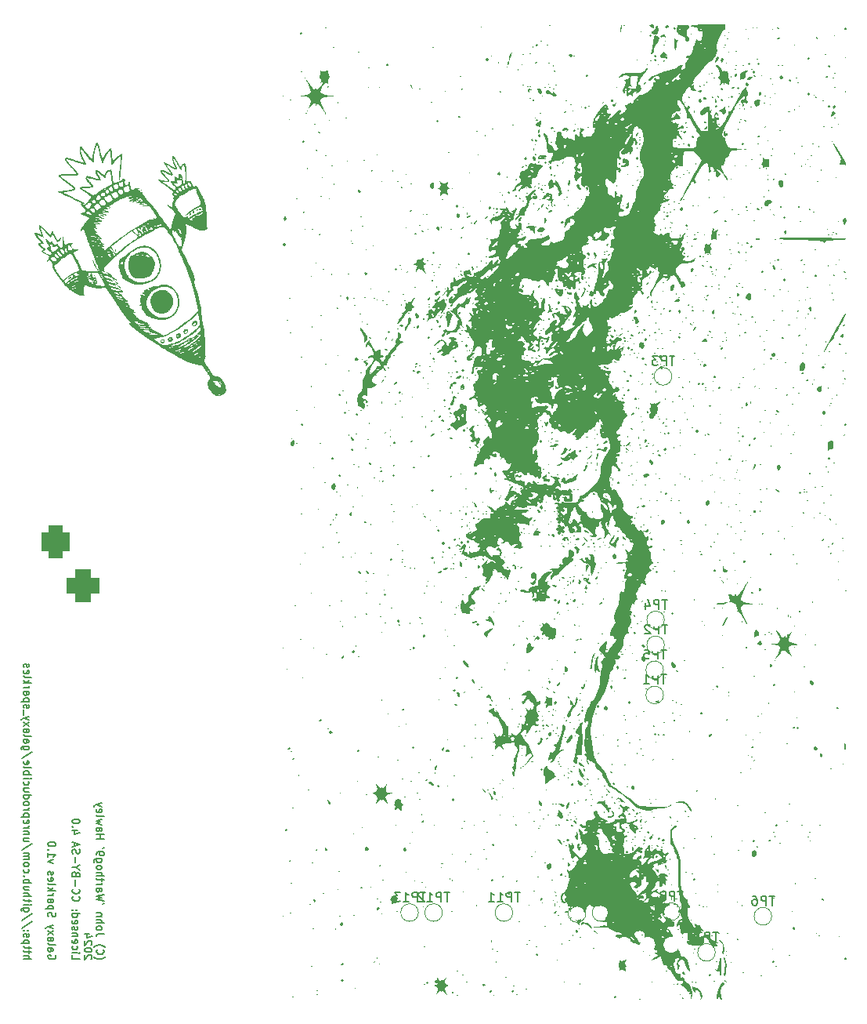
<source format=gbr>
%TF.GenerationSoftware,KiCad,Pcbnew,8.0.4*%
%TF.CreationDate,2024-08-23T11:03:51-07:00*%
%TF.ProjectId,GalaxySparkles,47616c61-7879-4537-9061-726b6c65732e,rev?*%
%TF.SameCoordinates,Original*%
%TF.FileFunction,Legend,Bot*%
%TF.FilePolarity,Positive*%
%FSLAX46Y46*%
G04 Gerber Fmt 4.6, Leading zero omitted, Abs format (unit mm)*
G04 Created by KiCad (PCBNEW 8.0.4) date 2024-08-23 11:03:51*
%MOMM*%
%LPD*%
G01*
G04 APERTURE LIST*
G04 Aperture macros list*
%AMRoundRect*
0 Rectangle with rounded corners*
0 $1 Rounding radius*
0 $2 $3 $4 $5 $6 $7 $8 $9 X,Y pos of 4 corners*
0 Add a 4 corners polygon primitive as box body*
4,1,4,$2,$3,$4,$5,$6,$7,$8,$9,$2,$3,0*
0 Add four circle primitives for the rounded corners*
1,1,$1+$1,$2,$3*
1,1,$1+$1,$4,$5*
1,1,$1+$1,$6,$7*
1,1,$1+$1,$8,$9*
0 Add four rect primitives between the rounded corners*
20,1,$1+$1,$2,$3,$4,$5,0*
20,1,$1+$1,$4,$5,$6,$7,0*
20,1,$1+$1,$6,$7,$8,$9,0*
20,1,$1+$1,$8,$9,$2,$3,0*%
G04 Aperture macros list end*
%ADD10C,0.000000*%
%ADD11C,0.152400*%
%ADD12C,0.150000*%
%ADD13C,0.300000*%
%ADD14C,0.120000*%
%ADD15R,1.700000X1.700000*%
%ADD16O,1.700000X1.700000*%
%ADD17C,1.800000*%
%ADD18O,1.500000X2.500000*%
%ADD19R,1.600000X1.600000*%
%ADD20C,1.600000*%
%ADD21C,4.000000*%
%ADD22R,3.500000X3.500000*%
%ADD23RoundRect,0.750000X-0.750000X-1.000000X0.750000X-1.000000X0.750000X1.000000X-0.750000X1.000000X0*%
%ADD24RoundRect,0.875000X-0.875000X-0.875000X0.875000X-0.875000X0.875000X0.875000X-0.875000X0.875000X0*%
%ADD25C,1.500000*%
G04 APERTURE END LIST*
D10*
G36*
X160484180Y-84315230D02*
G01*
X160517662Y-84316705D01*
X160546566Y-84319366D01*
X160559391Y-84321232D01*
X160571189Y-84323502D01*
X160575972Y-84324699D01*
X160581992Y-84326213D01*
X160591840Y-84329400D01*
X160600771Y-84333100D01*
X160608824Y-84337349D01*
X160616030Y-84342189D01*
X160622434Y-84347645D01*
X160628074Y-84353763D01*
X160632985Y-84360577D01*
X160637201Y-84368118D01*
X160640769Y-84376430D01*
X160643720Y-84385545D01*
X160646096Y-84395498D01*
X160647932Y-84406328D01*
X160649267Y-84418073D01*
X160650142Y-84430762D01*
X160650588Y-84444439D01*
X160650354Y-84474892D01*
X160648876Y-84509721D01*
X160646453Y-84549211D01*
X160643938Y-84574481D01*
X160639947Y-84599164D01*
X160634554Y-84623208D01*
X160627817Y-84646576D01*
X160619805Y-84669228D01*
X160610588Y-84691115D01*
X160600228Y-84712207D01*
X160588792Y-84732445D01*
X160576350Y-84751799D01*
X160562966Y-84770228D01*
X160548712Y-84787679D01*
X160533640Y-84804115D01*
X160517834Y-84819499D01*
X160501347Y-84833780D01*
X160484250Y-84846921D01*
X160466618Y-84858881D01*
X160448505Y-84869613D01*
X160429978Y-84879077D01*
X160411119Y-84887231D01*
X160391976Y-84894032D01*
X160372623Y-84899437D01*
X160353129Y-84903405D01*
X160333560Y-84905895D01*
X160313977Y-84906862D01*
X160294445Y-84906265D01*
X160275044Y-84904061D01*
X160255831Y-84900209D01*
X160236873Y-84894667D01*
X160218236Y-84887387D01*
X160199988Y-84878337D01*
X160182199Y-84867466D01*
X160164924Y-84854737D01*
X160148201Y-84839768D01*
X160133532Y-84823540D01*
X160120868Y-84806171D01*
X160110160Y-84787776D01*
X160101363Y-84768465D01*
X160095863Y-84752530D01*
X160173227Y-84752530D01*
X160173441Y-84753206D01*
X160173979Y-84753914D01*
X160174833Y-84754650D01*
X160175989Y-84755417D01*
X160177447Y-84756204D01*
X160181236Y-84757857D01*
X160186145Y-84759586D01*
X160192115Y-84761384D01*
X160199088Y-84763234D01*
X160207014Y-84765123D01*
X160215829Y-84767032D01*
X160225487Y-84768955D01*
X160235919Y-84770870D01*
X160247079Y-84772767D01*
X160258910Y-84774626D01*
X160271354Y-84776440D01*
X160284356Y-84778186D01*
X160297665Y-84779380D01*
X160310832Y-84779578D01*
X160323825Y-84778813D01*
X160336618Y-84777129D01*
X160349171Y-84774563D01*
X160361465Y-84771158D01*
X160373463Y-84766942D01*
X160385134Y-84761965D01*
X160396456Y-84756257D01*
X160407390Y-84749862D01*
X160417912Y-84742822D01*
X160427985Y-84735166D01*
X160437585Y-84726937D01*
X160446682Y-84718175D01*
X160455240Y-84708920D01*
X160463237Y-84699205D01*
X160470634Y-84689074D01*
X160477405Y-84678567D01*
X160483522Y-84667714D01*
X160488955Y-84656562D01*
X160493665Y-84645150D01*
X160497634Y-84633507D01*
X160500824Y-84621685D01*
X160503211Y-84609710D01*
X160504760Y-84597628D01*
X160505439Y-84585475D01*
X160505222Y-84573297D01*
X160504075Y-84561123D01*
X160501973Y-84548998D01*
X160498886Y-84536952D01*
X160494775Y-84525033D01*
X160489620Y-84513277D01*
X160487449Y-84509366D01*
X160484970Y-84505902D01*
X160482205Y-84502881D01*
X160479153Y-84500297D01*
X160475831Y-84498147D01*
X160472244Y-84496422D01*
X160468410Y-84495124D01*
X160464334Y-84494245D01*
X160460031Y-84493778D01*
X160455505Y-84493719D01*
X160450773Y-84494068D01*
X160445844Y-84494815D01*
X160440726Y-84495957D01*
X160435433Y-84497491D01*
X160429972Y-84499413D01*
X160424357Y-84501713D01*
X160418602Y-84504386D01*
X160412709Y-84507435D01*
X160406690Y-84510849D01*
X160400562Y-84514628D01*
X160394330Y-84518761D01*
X160388009Y-84523249D01*
X160381606Y-84528085D01*
X160375131Y-84533263D01*
X160368597Y-84538781D01*
X160362015Y-84544634D01*
X160355396Y-84550815D01*
X160348746Y-84557318D01*
X160342079Y-84564144D01*
X160335408Y-84571288D01*
X160328743Y-84578737D01*
X160322085Y-84586495D01*
X160270690Y-84646749D01*
X160225742Y-84697804D01*
X160207203Y-84718197D01*
X160192096Y-84734258D01*
X160181016Y-84745322D01*
X160174579Y-84750706D01*
X160173790Y-84751278D01*
X160173340Y-84751887D01*
X160173227Y-84752530D01*
X160095863Y-84752530D01*
X160094420Y-84748348D01*
X160089283Y-84727544D01*
X160085908Y-84706163D01*
X160084235Y-84684325D01*
X160084221Y-84662129D01*
X160085809Y-84639699D01*
X160088962Y-84617148D01*
X160093619Y-84594587D01*
X160099734Y-84572130D01*
X160107256Y-84549890D01*
X160116135Y-84527977D01*
X160126328Y-84506506D01*
X160137777Y-84485598D01*
X160150433Y-84465353D01*
X160164250Y-84445895D01*
X160179174Y-84427332D01*
X160195157Y-84409777D01*
X160212148Y-84393348D01*
X160230104Y-84378151D01*
X160248965Y-84364304D01*
X160268684Y-84351922D01*
X160289215Y-84341113D01*
X160310502Y-84331993D01*
X160332503Y-84324675D01*
X160355165Y-84319275D01*
X160378436Y-84315900D01*
X160402265Y-84314667D01*
X160445815Y-84314647D01*
X160484180Y-84315230D01*
G37*
G36*
X157748736Y-86031488D02*
G01*
X157766018Y-86033749D01*
X157783431Y-86037352D01*
X157800889Y-86042231D01*
X157818309Y-86048314D01*
X157835610Y-86055536D01*
X157852703Y-86063828D01*
X157869512Y-86073124D01*
X157879506Y-86079342D01*
X157885951Y-86083350D01*
X157901925Y-86094445D01*
X157917366Y-86106337D01*
X157932182Y-86118959D01*
X157946287Y-86132244D01*
X157959607Y-86146120D01*
X157972047Y-86160522D01*
X157983530Y-86175381D01*
X157993971Y-86190629D01*
X158003283Y-86206200D01*
X158011384Y-86222023D01*
X158018191Y-86238027D01*
X158023619Y-86254151D01*
X158027588Y-86270322D01*
X158030015Y-86286474D01*
X158030806Y-86302543D01*
X158029883Y-86318448D01*
X158027167Y-86334134D01*
X158022569Y-86349528D01*
X158016874Y-86362830D01*
X158009433Y-86376680D01*
X158000365Y-86390970D01*
X157989790Y-86405586D01*
X157977827Y-86420414D01*
X157964596Y-86435344D01*
X157950216Y-86450270D01*
X157934807Y-86465075D01*
X157918483Y-86479648D01*
X157901373Y-86493885D01*
X157883590Y-86507666D01*
X157865257Y-86520885D01*
X157846493Y-86533429D01*
X157827417Y-86545188D01*
X157808148Y-86556051D01*
X157788802Y-86565905D01*
X157761761Y-86578566D01*
X157736853Y-86589180D01*
X157725149Y-86593710D01*
X157713919Y-86597711D01*
X157703147Y-86601181D01*
X157692808Y-86604118D01*
X157682885Y-86606510D01*
X157673360Y-86608359D01*
X157664213Y-86609660D01*
X157655425Y-86610401D01*
X157646970Y-86610584D01*
X157638837Y-86610205D01*
X157631003Y-86609254D01*
X157623452Y-86607727D01*
X157616157Y-86605625D01*
X157609105Y-86602936D01*
X157602277Y-86599660D01*
X157595646Y-86595791D01*
X157589200Y-86591321D01*
X157582915Y-86586249D01*
X157576778Y-86580570D01*
X157570762Y-86574278D01*
X157564852Y-86567369D01*
X157559029Y-86559837D01*
X157553270Y-86551677D01*
X157547559Y-86542887D01*
X157541874Y-86533460D01*
X157536194Y-86523389D01*
X157524781Y-86501308D01*
X157516842Y-86484401D01*
X157509712Y-86467531D01*
X157503389Y-86450712D01*
X157497869Y-86433959D01*
X157493148Y-86417288D01*
X157489218Y-86400712D01*
X157486079Y-86384244D01*
X157483729Y-86367902D01*
X157482159Y-86351693D01*
X157481368Y-86335635D01*
X157481349Y-86319748D01*
X157482101Y-86304042D01*
X157483621Y-86288529D01*
X157484110Y-86285241D01*
X157624170Y-86285241D01*
X157624190Y-86287350D01*
X157624384Y-86289522D01*
X157624751Y-86291744D01*
X157625282Y-86294011D01*
X157625976Y-86296325D01*
X157626834Y-86298674D01*
X157627847Y-86301056D01*
X157629017Y-86303468D01*
X157630339Y-86305904D01*
X157631805Y-86308361D01*
X157633421Y-86310832D01*
X157635173Y-86313311D01*
X157637068Y-86315799D01*
X157639095Y-86318286D01*
X157641262Y-86320768D01*
X157643548Y-86323245D01*
X157645964Y-86325707D01*
X157648503Y-86328154D01*
X157651163Y-86330574D01*
X157653939Y-86332970D01*
X157656826Y-86335335D01*
X157659822Y-86337663D01*
X157662924Y-86339951D01*
X157666133Y-86342189D01*
X157669440Y-86344383D01*
X157672844Y-86346519D01*
X157676344Y-86348598D01*
X157679957Y-86350542D01*
X157683635Y-86352257D01*
X157687383Y-86353743D01*
X157691185Y-86355000D01*
X157695038Y-86356038D01*
X157698934Y-86356852D01*
X157702866Y-86357444D01*
X157706826Y-86357825D01*
X157710805Y-86357993D01*
X157714797Y-86357948D01*
X157718800Y-86357694D01*
X157722797Y-86357234D01*
X157726789Y-86356572D01*
X157730765Y-86355712D01*
X157734719Y-86354649D01*
X157738636Y-86353394D01*
X157742527Y-86351947D01*
X157746365Y-86350307D01*
X157750154Y-86348480D01*
X157753882Y-86346467D01*
X157757547Y-86344274D01*
X157761131Y-86341900D01*
X157764640Y-86339348D01*
X157768057Y-86336623D01*
X157771383Y-86333722D01*
X157774600Y-86330654D01*
X157777709Y-86327420D01*
X157780699Y-86324021D01*
X157783566Y-86320458D01*
X157786298Y-86316737D01*
X157788894Y-86312861D01*
X157791342Y-86308827D01*
X157793594Y-86304727D01*
X157795560Y-86300699D01*
X157797259Y-86296741D01*
X157798688Y-86292868D01*
X157799845Y-86289080D01*
X157800739Y-86285379D01*
X157801372Y-86281774D01*
X157801748Y-86278268D01*
X157801869Y-86274865D01*
X157801740Y-86271572D01*
X157801353Y-86268389D01*
X157800730Y-86265325D01*
X157799863Y-86262382D01*
X157798757Y-86259565D01*
X157797415Y-86256879D01*
X157795839Y-86254328D01*
X157794030Y-86251921D01*
X157791997Y-86249654D01*
X157789743Y-86247540D01*
X157787267Y-86245578D01*
X157784570Y-86243776D01*
X157781663Y-86242138D01*
X157778543Y-86240667D01*
X157775217Y-86239369D01*
X157771683Y-86238251D01*
X157767952Y-86237309D01*
X157764020Y-86236556D01*
X157759896Y-86235993D01*
X157755575Y-86235631D01*
X157751070Y-86235461D01*
X157746374Y-86235503D01*
X157741495Y-86235748D01*
X157731670Y-86236599D01*
X157721923Y-86237766D01*
X157712317Y-86239224D01*
X157702904Y-86240956D01*
X157693747Y-86242944D01*
X157684910Y-86245160D01*
X157676445Y-86247594D01*
X157668415Y-86250218D01*
X157660874Y-86253014D01*
X157653882Y-86255962D01*
X157647501Y-86259040D01*
X157641786Y-86262227D01*
X157636804Y-86265509D01*
X157632597Y-86268861D01*
X157630810Y-86270554D01*
X157629241Y-86272260D01*
X157627898Y-86273970D01*
X157626788Y-86275690D01*
X157625889Y-86277448D01*
X157625186Y-86279287D01*
X157624662Y-86281203D01*
X157624325Y-86283186D01*
X157624170Y-86285241D01*
X157484110Y-86285241D01*
X157485897Y-86273223D01*
X157488932Y-86258144D01*
X157492723Y-86243304D01*
X157497263Y-86228714D01*
X157502546Y-86214392D01*
X157508570Y-86200350D01*
X157515334Y-86186606D01*
X157522833Y-86173169D01*
X157531055Y-86160058D01*
X157540004Y-86147285D01*
X157549674Y-86134863D01*
X157560059Y-86122814D01*
X157571157Y-86111142D01*
X157582965Y-86099864D01*
X157595477Y-86088999D01*
X157608688Y-86078563D01*
X157622596Y-86068561D01*
X157637195Y-86059013D01*
X157652482Y-86049933D01*
X157667220Y-86042708D01*
X157682594Y-86037234D01*
X157698513Y-86033441D01*
X157714902Y-86031267D01*
X157731668Y-86030637D01*
X157748736Y-86031488D01*
G37*
G36*
X157178253Y-80391181D02*
G01*
X157294746Y-80402376D01*
X157408092Y-80422725D01*
X157518105Y-80451842D01*
X157624587Y-80489334D01*
X157727349Y-80534809D01*
X157826191Y-80587878D01*
X157913401Y-80643360D01*
X157920924Y-80648148D01*
X158011366Y-80715230D01*
X158097311Y-80788725D01*
X158178569Y-80868253D01*
X158254944Y-80953414D01*
X158326251Y-81043824D01*
X158392297Y-81139082D01*
X158452882Y-81238806D01*
X158507818Y-81342602D01*
X158556910Y-81450078D01*
X158599970Y-81560838D01*
X158636799Y-81674503D01*
X158667212Y-81790668D01*
X158691008Y-81908951D01*
X158707998Y-82028955D01*
X158717988Y-82150293D01*
X158720785Y-82272572D01*
X158716203Y-82395400D01*
X158704039Y-82518387D01*
X158684109Y-82641143D01*
X158656214Y-82763272D01*
X158620164Y-82884387D01*
X158575763Y-83004096D01*
X158522828Y-83122005D01*
X158461151Y-83237729D01*
X158408661Y-83323765D01*
X158352802Y-83405981D01*
X158293699Y-83484346D01*
X158231455Y-83558828D01*
X158166189Y-83629401D01*
X158098013Y-83696033D01*
X158027046Y-83758698D01*
X157953393Y-83817365D01*
X157877176Y-83872005D01*
X157798498Y-83922590D01*
X157717486Y-83969093D01*
X157634243Y-84011476D01*
X157548894Y-84049718D01*
X157461539Y-84083788D01*
X157372303Y-84113657D01*
X157281294Y-84139292D01*
X157188627Y-84160670D01*
X157094417Y-84177758D01*
X156998775Y-84190528D01*
X156901813Y-84198952D01*
X156803659Y-84202997D01*
X156704406Y-84202636D01*
X156604182Y-84197842D01*
X156503095Y-84188586D01*
X156401261Y-84174831D01*
X156298792Y-84156560D01*
X156195803Y-84133735D01*
X156092409Y-84106327D01*
X155988719Y-84074313D01*
X155884851Y-84037662D01*
X155780918Y-83996335D01*
X155677032Y-83950321D01*
X155612655Y-83921183D01*
X155549450Y-83894231D01*
X155489021Y-83870036D01*
X155432971Y-83849171D01*
X155382905Y-83832208D01*
X155340421Y-83819720D01*
X155322523Y-83815330D01*
X155307123Y-83812274D01*
X155294424Y-83810625D01*
X155284622Y-83810451D01*
X155280309Y-83810437D01*
X155275720Y-83809854D01*
X155270865Y-83808723D01*
X155265758Y-83807050D01*
X155260416Y-83804853D01*
X155254849Y-83802137D01*
X155243095Y-83795228D01*
X155230607Y-83786429D01*
X155217489Y-83775856D01*
X155203845Y-83763616D01*
X155189780Y-83749818D01*
X155175410Y-83734578D01*
X155160833Y-83718000D01*
X155146161Y-83700198D01*
X155131494Y-83681280D01*
X155116943Y-83661353D01*
X155102618Y-83640533D01*
X155088613Y-83618928D01*
X155075047Y-83596647D01*
X155061390Y-83574292D01*
X155047171Y-83552634D01*
X155032500Y-83531777D01*
X155017492Y-83511834D01*
X155002255Y-83492915D01*
X154986917Y-83475127D01*
X154971574Y-83458584D01*
X154956355Y-83443391D01*
X154941360Y-83429660D01*
X154926713Y-83417501D01*
X154912521Y-83407023D01*
X154898899Y-83398339D01*
X154885963Y-83391552D01*
X154873818Y-83386778D01*
X154862590Y-83384124D01*
X154857351Y-83383624D01*
X154852380Y-83383696D01*
X154847314Y-83383980D01*
X154842616Y-83384099D01*
X154838293Y-83384056D01*
X154834346Y-83383854D01*
X154830768Y-83383495D01*
X154827565Y-83382984D01*
X154824734Y-83382320D01*
X154822272Y-83381507D01*
X154820183Y-83380545D01*
X154818463Y-83379436D01*
X154817112Y-83378186D01*
X154816130Y-83376796D01*
X154815517Y-83375267D01*
X154815269Y-83373600D01*
X154815388Y-83371804D01*
X154815871Y-83369874D01*
X154816726Y-83367815D01*
X154817940Y-83365629D01*
X154819522Y-83363319D01*
X154821466Y-83360886D01*
X154823770Y-83358332D01*
X154826438Y-83355662D01*
X154829468Y-83352879D01*
X154832862Y-83349978D01*
X154836614Y-83346969D01*
X154840725Y-83343849D01*
X154845198Y-83340626D01*
X154850026Y-83337297D01*
X154855213Y-83333869D01*
X154860760Y-83330339D01*
X154872919Y-83322992D01*
X154887375Y-83314135D01*
X154899704Y-83305851D01*
X154905065Y-83301920D01*
X154909889Y-83298122D01*
X154914176Y-83294460D01*
X154917926Y-83290925D01*
X154921138Y-83287516D01*
X154923810Y-83284233D01*
X154925941Y-83281072D01*
X154927529Y-83278028D01*
X154928580Y-83275101D01*
X154929083Y-83272285D01*
X154929041Y-83269581D01*
X154928453Y-83266986D01*
X154927323Y-83264493D01*
X154925647Y-83262100D01*
X154923420Y-83259807D01*
X154920647Y-83257608D01*
X154917326Y-83255506D01*
X154913453Y-83253491D01*
X154909026Y-83251566D01*
X154904051Y-83249725D01*
X154898519Y-83247965D01*
X154892437Y-83246285D01*
X154878607Y-83243151D01*
X154862546Y-83240296D01*
X154844254Y-83237701D01*
X154829977Y-83235483D01*
X154816508Y-83232608D01*
X154803910Y-83229127D01*
X154792227Y-83225080D01*
X154781516Y-83220516D01*
X154771829Y-83215479D01*
X154763218Y-83210013D01*
X154755734Y-83204163D01*
X154752430Y-83201107D01*
X154749429Y-83197976D01*
X154746739Y-83194769D01*
X154744359Y-83191494D01*
X154742299Y-83188156D01*
X154740571Y-83184760D01*
X154739175Y-83181313D01*
X154738122Y-83177823D01*
X154737414Y-83174291D01*
X154737064Y-83170728D01*
X154737070Y-83167135D01*
X154737446Y-83163518D01*
X154738196Y-83159883D01*
X154739328Y-83156235D01*
X154740843Y-83152584D01*
X154742749Y-83148929D01*
X154744645Y-83145300D01*
X154746146Y-83141667D01*
X154747259Y-83138042D01*
X154747994Y-83134420D01*
X154748354Y-83130812D01*
X154748349Y-83127225D01*
X154747980Y-83123662D01*
X154747259Y-83120135D01*
X154746193Y-83116647D01*
X154744783Y-83113197D01*
X154743044Y-83109801D01*
X154740971Y-83106458D01*
X154738580Y-83103178D01*
X154735871Y-83099962D01*
X154732857Y-83096821D01*
X154729539Y-83093759D01*
X154725927Y-83090779D01*
X154722029Y-83087895D01*
X154717848Y-83085102D01*
X154713390Y-83082415D01*
X154708663Y-83079834D01*
X154703672Y-83077372D01*
X154698430Y-83075023D01*
X154692934Y-83072803D01*
X154687200Y-83070716D01*
X154681224Y-83068763D01*
X154675022Y-83066957D01*
X154668598Y-83065302D01*
X154661955Y-83063798D01*
X154655102Y-83062454D01*
X154648047Y-83061279D01*
X154640793Y-83060278D01*
X154623757Y-83057819D01*
X154608649Y-83055053D01*
X154595469Y-83051975D01*
X154584220Y-83048583D01*
X154579314Y-83046766D01*
X154574894Y-83044872D01*
X154570950Y-83042899D01*
X154567490Y-83040846D01*
X154564508Y-83038714D01*
X154562009Y-83036499D01*
X154559992Y-83034207D01*
X154558449Y-83031831D01*
X154557388Y-83029375D01*
X154556811Y-83026839D01*
X154556711Y-83024221D01*
X154557086Y-83021520D01*
X154557944Y-83018736D01*
X154559281Y-83015874D01*
X154561095Y-83012926D01*
X154563389Y-83009897D01*
X154566159Y-83006783D01*
X154569408Y-83003583D01*
X154573133Y-83000306D01*
X154577341Y-82996942D01*
X154587180Y-82989961D01*
X154598927Y-82982644D01*
X154603994Y-82979550D01*
X154608799Y-82976384D01*
X154613336Y-82973146D01*
X154617604Y-82969840D01*
X154621606Y-82966480D01*
X154625337Y-82963068D01*
X154628799Y-82959614D01*
X154631986Y-82956120D01*
X154634897Y-82952598D01*
X154637535Y-82949054D01*
X154639892Y-82945490D01*
X154641974Y-82941919D01*
X154643773Y-82938340D01*
X154645295Y-82934766D01*
X154646527Y-82931206D01*
X154647475Y-82927659D01*
X154648140Y-82924136D01*
X154648513Y-82920642D01*
X154648598Y-82917186D01*
X154648393Y-82913776D01*
X154647892Y-82910414D01*
X154647098Y-82907114D01*
X154646011Y-82903872D01*
X154644622Y-82900707D01*
X154642940Y-82897613D01*
X154640952Y-82894608D01*
X154638666Y-82891690D01*
X154636074Y-82888871D01*
X154633179Y-82886163D01*
X154629976Y-82883557D01*
X154626467Y-82881077D01*
X154622653Y-82878716D01*
X154618824Y-82876362D01*
X154615293Y-82873889D01*
X154612056Y-82871313D01*
X154609112Y-82868632D01*
X154606460Y-82865854D01*
X154604099Y-82862987D01*
X154602028Y-82860035D01*
X154600246Y-82857009D01*
X154598749Y-82853909D01*
X154597539Y-82850750D01*
X154596614Y-82847531D01*
X154595973Y-82844262D01*
X154595617Y-82840948D01*
X154595537Y-82837597D01*
X154595741Y-82834215D01*
X154596224Y-82830807D01*
X154596987Y-82827380D01*
X154598022Y-82823941D01*
X154599336Y-82820497D01*
X154600925Y-82817056D01*
X154602785Y-82813619D01*
X154604921Y-82810198D01*
X154607323Y-82806797D01*
X154609998Y-82803422D01*
X154612943Y-82800081D01*
X154616152Y-82796780D01*
X154619633Y-82793526D01*
X154623379Y-82790324D01*
X154627386Y-82787179D01*
X154631655Y-82784101D01*
X154636190Y-82781096D01*
X154640984Y-82778169D01*
X154646721Y-82774675D01*
X154651928Y-82771229D01*
X154656609Y-82767827D01*
X154660757Y-82764473D01*
X154664372Y-82761158D01*
X154667460Y-82757893D01*
X154670014Y-82754671D01*
X154672036Y-82751493D01*
X154673527Y-82748361D01*
X154674487Y-82745273D01*
X154674912Y-82742231D01*
X154674804Y-82739233D01*
X154674161Y-82736278D01*
X154672986Y-82733366D01*
X154671279Y-82730500D01*
X154669037Y-82727679D01*
X154666260Y-82724899D01*
X154662951Y-82722164D01*
X154659102Y-82719473D01*
X154654719Y-82716828D01*
X154649802Y-82714223D01*
X154644351Y-82711662D01*
X154638358Y-82709143D01*
X154631837Y-82706670D01*
X154624771Y-82704240D01*
X154617174Y-82701853D01*
X154609036Y-82699506D01*
X154600361Y-82697206D01*
X154591151Y-82694944D01*
X154581398Y-82692727D01*
X154560280Y-82688423D01*
X154541317Y-82684332D01*
X154523604Y-82679665D01*
X154507189Y-82674458D01*
X154492112Y-82668745D01*
X154478420Y-82662562D01*
X154466148Y-82655944D01*
X154455339Y-82648931D01*
X154446041Y-82641559D01*
X154438286Y-82633861D01*
X154435001Y-82629902D01*
X154432117Y-82625878D01*
X154429644Y-82621788D01*
X154427584Y-82617640D01*
X154425945Y-82613439D01*
X154424722Y-82609189D01*
X154423934Y-82604897D01*
X154423577Y-82600561D01*
X154423653Y-82596193D01*
X154424183Y-82591789D01*
X154425158Y-82587364D01*
X154426589Y-82582916D01*
X154428477Y-82578448D01*
X154430834Y-82573967D01*
X154433319Y-82569919D01*
X154436009Y-82566045D01*
X154438880Y-82562345D01*
X154441931Y-82558825D01*
X154445154Y-82555484D01*
X154448535Y-82552326D01*
X154452075Y-82549353D01*
X154455755Y-82546561D01*
X154459570Y-82543963D01*
X154463517Y-82541553D01*
X154467577Y-82539336D01*
X154471755Y-82537310D01*
X154476028Y-82535484D01*
X154480396Y-82533853D01*
X154484844Y-82532423D01*
X154489372Y-82531196D01*
X154493965Y-82530173D01*
X154498618Y-82529355D01*
X154503320Y-82528748D01*
X154508060Y-82528350D01*
X154512834Y-82528162D01*
X154517633Y-82528189D01*
X154522445Y-82528431D01*
X154527263Y-82528893D01*
X154532077Y-82529575D01*
X154536883Y-82530481D01*
X154541671Y-82531608D01*
X154546426Y-82532961D01*
X154551145Y-82534544D01*
X154555820Y-82536357D01*
X154560445Y-82538404D01*
X154565001Y-82540679D01*
X154569364Y-82542834D01*
X154573384Y-82544423D01*
X154577063Y-82545459D01*
X154578777Y-82545772D01*
X154580405Y-82545949D01*
X154581950Y-82545995D01*
X154583408Y-82545908D01*
X154584782Y-82545693D01*
X154586072Y-82545343D01*
X154587281Y-82544870D01*
X154588406Y-82544266D01*
X154589448Y-82543537D01*
X154590402Y-82542685D01*
X154591278Y-82541709D01*
X154592072Y-82540613D01*
X154592781Y-82539393D01*
X154593410Y-82538056D01*
X154594415Y-82535029D01*
X154595094Y-82531540D01*
X154595453Y-82527599D01*
X154595484Y-82523216D01*
X154595196Y-82518405D01*
X154594583Y-82513174D01*
X154593652Y-82507530D01*
X154592404Y-82501486D01*
X154590840Y-82495055D01*
X154588960Y-82488245D01*
X154586766Y-82481063D01*
X154584269Y-82473522D01*
X154581456Y-82465632D01*
X154578334Y-82457406D01*
X154574909Y-82448847D01*
X154571172Y-82439975D01*
X154567138Y-82430795D01*
X154562798Y-82421316D01*
X154558159Y-82411548D01*
X154553219Y-82401506D01*
X154547989Y-82391198D01*
X154542452Y-82380633D01*
X154531580Y-82359749D01*
X154521747Y-82339798D01*
X154516732Y-82328982D01*
X155158103Y-82328982D01*
X155159715Y-82377738D01*
X155162877Y-82425949D01*
X155167600Y-82473620D01*
X155173878Y-82520757D01*
X155181725Y-82567368D01*
X155191139Y-82613456D01*
X155202126Y-82659028D01*
X155214688Y-82704090D01*
X155228832Y-82748651D01*
X155244561Y-82792709D01*
X155261878Y-82836277D01*
X155280786Y-82879359D01*
X155301291Y-82921961D01*
X155323395Y-82964090D01*
X155347105Y-83005747D01*
X155372422Y-83046941D01*
X155399351Y-83087683D01*
X155427894Y-83127971D01*
X155458059Y-83167815D01*
X155489847Y-83207221D01*
X155523262Y-83246192D01*
X155558308Y-83284738D01*
X155594991Y-83322860D01*
X155633314Y-83360567D01*
X155714892Y-83434760D01*
X155803076Y-83507360D01*
X155897894Y-83578425D01*
X155999382Y-83647984D01*
X156163136Y-83754110D01*
X156233040Y-83797450D01*
X156296666Y-83834809D01*
X156355296Y-83866563D01*
X156410205Y-83893088D01*
X156462684Y-83914767D01*
X156513998Y-83931971D01*
X156565437Y-83945080D01*
X156618281Y-83954470D01*
X156673807Y-83960519D01*
X156733290Y-83963602D01*
X156798019Y-83964098D01*
X156869271Y-83962382D01*
X157036460Y-83953829D01*
X157148433Y-83944717D01*
X157254820Y-83931159D01*
X157355898Y-83912988D01*
X157404531Y-83902120D01*
X157451935Y-83890037D01*
X157498150Y-83876714D01*
X157543201Y-83862139D01*
X157587135Y-83846282D01*
X157629971Y-83829127D01*
X157671750Y-83810660D01*
X157712506Y-83790844D01*
X157752272Y-83769673D01*
X157791084Y-83747121D01*
X157828969Y-83723165D01*
X157865968Y-83697783D01*
X157902111Y-83670964D01*
X157937434Y-83642676D01*
X157971967Y-83612903D01*
X158005750Y-83581630D01*
X158038812Y-83548826D01*
X158071185Y-83514478D01*
X158102907Y-83478560D01*
X158134010Y-83441054D01*
X158194500Y-83361197D01*
X158252920Y-83274736D01*
X158309538Y-83181511D01*
X158357697Y-83095961D01*
X158400522Y-83014732D01*
X158438131Y-82936993D01*
X158470662Y-82861903D01*
X158498238Y-82788628D01*
X158520981Y-82716329D01*
X158539034Y-82644174D01*
X158552513Y-82571324D01*
X158561551Y-82496940D01*
X158566274Y-82420195D01*
X158566814Y-82340242D01*
X158563296Y-82256252D01*
X158555847Y-82167384D01*
X158544599Y-82072807D01*
X158529674Y-81971683D01*
X158511207Y-81863168D01*
X158497695Y-81794486D01*
X158482075Y-81727492D01*
X158464374Y-81662214D01*
X158444627Y-81598675D01*
X158422846Y-81536896D01*
X158399063Y-81476899D01*
X158373300Y-81418714D01*
X158345585Y-81362352D01*
X158315942Y-81307849D01*
X158284396Y-81255222D01*
X158250977Y-81204495D01*
X158215705Y-81155693D01*
X158178600Y-81108832D01*
X158139700Y-81063945D01*
X158099019Y-81021048D01*
X158056589Y-80980167D01*
X158012431Y-80941325D01*
X157966571Y-80904544D01*
X157919035Y-80869848D01*
X157869848Y-80837258D01*
X157819036Y-80806805D01*
X157766627Y-80778502D01*
X157712637Y-80752378D01*
X157657102Y-80728453D01*
X157600041Y-80706754D01*
X157541478Y-80687302D01*
X157481439Y-80670116D01*
X157419953Y-80655228D01*
X157357042Y-80642652D01*
X157292732Y-80632418D01*
X157227049Y-80624546D01*
X157160018Y-80619058D01*
X157080582Y-80617239D01*
X156996307Y-80621308D01*
X156907984Y-80630969D01*
X156816400Y-80645940D01*
X156722342Y-80665928D01*
X156626607Y-80690647D01*
X156529981Y-80719802D01*
X156433259Y-80753117D01*
X156337227Y-80790288D01*
X156242677Y-80831037D01*
X156150403Y-80875072D01*
X156061188Y-80922103D01*
X155975833Y-80971846D01*
X155895116Y-81024002D01*
X155819835Y-81078295D01*
X155750780Y-81134424D01*
X155694686Y-81186973D01*
X155639062Y-81246647D01*
X155584349Y-81312551D01*
X155530993Y-81383786D01*
X155479441Y-81459458D01*
X155430128Y-81538675D01*
X155383509Y-81620542D01*
X155340019Y-81704163D01*
X155300105Y-81788646D01*
X155264213Y-81873098D01*
X155232781Y-81956616D01*
X155206258Y-82038312D01*
X155185084Y-82117294D01*
X155169706Y-82192663D01*
X155160562Y-82263521D01*
X155158104Y-82328979D01*
X155158103Y-82328982D01*
X154516732Y-82328982D01*
X154512973Y-82320876D01*
X154505279Y-82303067D01*
X154498685Y-82286464D01*
X154493204Y-82271147D01*
X154488863Y-82257211D01*
X154485675Y-82244740D01*
X154483662Y-82233828D01*
X154482843Y-82224557D01*
X154482887Y-82220563D01*
X154483234Y-82217014D01*
X154483892Y-82213923D01*
X154484858Y-82211297D01*
X154486137Y-82209145D01*
X154487729Y-82207484D01*
X154489644Y-82206321D01*
X154491874Y-82205669D01*
X154494430Y-82205534D01*
X154497306Y-82205934D01*
X154500509Y-82206876D01*
X154504044Y-82208374D01*
X154507615Y-82209987D01*
X154510954Y-82211218D01*
X154514059Y-82212071D01*
X154516938Y-82212561D01*
X154519584Y-82212688D01*
X154520821Y-82212616D01*
X154522001Y-82212461D01*
X154523122Y-82212218D01*
X154524185Y-82211886D01*
X154525191Y-82211470D01*
X154526139Y-82210970D01*
X154527031Y-82210384D01*
X154527862Y-82209722D01*
X154528639Y-82208972D01*
X154529354Y-82208141D01*
X154530014Y-82207232D01*
X154530615Y-82206243D01*
X154531646Y-82204030D01*
X154532447Y-82201511D01*
X154533012Y-82198690D01*
X154533343Y-82195578D01*
X154533449Y-82192173D01*
X154533318Y-82188490D01*
X154532960Y-82184534D01*
X154532366Y-82180313D01*
X154531539Y-82175830D01*
X154530482Y-82171093D01*
X154529191Y-82166107D01*
X154527669Y-82160887D01*
X154525914Y-82155428D01*
X154523926Y-82149745D01*
X154521703Y-82143840D01*
X154519252Y-82137723D01*
X154516563Y-82131400D01*
X154513645Y-82124877D01*
X154510492Y-82118163D01*
X154507103Y-82111257D01*
X154503482Y-82104177D01*
X154499891Y-82096891D01*
X154496589Y-82089380D01*
X154493581Y-82081668D01*
X154490859Y-82073767D01*
X154488418Y-82065695D01*
X154486265Y-82057466D01*
X154482810Y-82040606D01*
X154480479Y-82023332D01*
X154479252Y-82005773D01*
X154479124Y-81988056D01*
X154480086Y-81970324D01*
X154482122Y-81952706D01*
X154485223Y-81935336D01*
X154489368Y-81918349D01*
X154494558Y-81901879D01*
X154500776Y-81886054D01*
X154504270Y-81878431D01*
X154508013Y-81871017D01*
X154512006Y-81863834D01*
X154516249Y-81856896D01*
X154520743Y-81850220D01*
X154525483Y-81843824D01*
X154534707Y-81830944D01*
X154542813Y-81817329D01*
X154549807Y-81803092D01*
X154555670Y-81788351D01*
X154560408Y-81773226D01*
X154564014Y-81757836D01*
X154566477Y-81742292D01*
X154567795Y-81726712D01*
X154567966Y-81711220D01*
X154566982Y-81695925D01*
X154564838Y-81680953D01*
X154561526Y-81666416D01*
X154557054Y-81652431D01*
X154551402Y-81639117D01*
X154548132Y-81632745D01*
X154544570Y-81626589D01*
X154540708Y-81620658D01*
X154536554Y-81614967D01*
X154524508Y-81598926D01*
X154519295Y-81591514D01*
X154514637Y-81584492D01*
X154510541Y-81577855D01*
X154507021Y-81571587D01*
X154504087Y-81565681D01*
X154501745Y-81560128D01*
X154500014Y-81554913D01*
X154498898Y-81550036D01*
X154498411Y-81545478D01*
X154498561Y-81541229D01*
X154499363Y-81537288D01*
X154500821Y-81533632D01*
X154502951Y-81530261D01*
X154505761Y-81527164D01*
X154509263Y-81524322D01*
X154513466Y-81521736D01*
X154518383Y-81519391D01*
X154524023Y-81517277D01*
X154530398Y-81515385D01*
X154537514Y-81513702D01*
X154545391Y-81512226D01*
X154554026Y-81510936D01*
X154563442Y-81509831D01*
X154573644Y-81508894D01*
X154596454Y-81507498D01*
X154622536Y-81506665D01*
X154651981Y-81506321D01*
X154672741Y-81506794D01*
X154693943Y-81508427D01*
X154715441Y-81511171D01*
X154737078Y-81514961D01*
X154758704Y-81519740D01*
X154780157Y-81525452D01*
X154801291Y-81532036D01*
X154821951Y-81539437D01*
X154841979Y-81547589D01*
X154861225Y-81556440D01*
X154879536Y-81565930D01*
X154896760Y-81576003D01*
X154912737Y-81586594D01*
X154927316Y-81597649D01*
X154940346Y-81609111D01*
X154951672Y-81620919D01*
X154983560Y-81657287D01*
X154996210Y-81671357D01*
X155006719Y-81682609D01*
X155015118Y-81690982D01*
X155021434Y-81696425D01*
X155023823Y-81698030D01*
X155025706Y-81698879D01*
X155027089Y-81698967D01*
X155027968Y-81698289D01*
X155028355Y-81696833D01*
X155028253Y-81694595D01*
X155027665Y-81691568D01*
X155026595Y-81687744D01*
X155023021Y-81677675D01*
X155017576Y-81664340D01*
X155001195Y-81627623D01*
X154977712Y-81577139D01*
X154969533Y-81560823D01*
X154960322Y-81544801D01*
X154950175Y-81529162D01*
X154939203Y-81513994D01*
X154927501Y-81499397D01*
X154915176Y-81485452D01*
X154902330Y-81472252D01*
X154889068Y-81459893D01*
X154875485Y-81448459D01*
X154861688Y-81438044D01*
X154847785Y-81428736D01*
X154833869Y-81420626D01*
X154820052Y-81413810D01*
X154806431Y-81408371D01*
X154793109Y-81404404D01*
X154780187Y-81401996D01*
X154767826Y-81400015D01*
X154756240Y-81397344D01*
X154745469Y-81394037D01*
X154735561Y-81390133D01*
X154726552Y-81385681D01*
X154718486Y-81380725D01*
X154714821Y-81378074D01*
X154711404Y-81375310D01*
X154708246Y-81372447D01*
X154705350Y-81369483D01*
X154702719Y-81366427D01*
X154700363Y-81363285D01*
X154698282Y-81360064D01*
X154696482Y-81356765D01*
X154694974Y-81353399D01*
X154693756Y-81349968D01*
X154692835Y-81346478D01*
X154692220Y-81342935D01*
X154691909Y-81339350D01*
X154691915Y-81335720D01*
X154692242Y-81332053D01*
X154692891Y-81328361D01*
X154693867Y-81324643D01*
X154695178Y-81320903D01*
X154696834Y-81317155D01*
X154698825Y-81313397D01*
X154701078Y-81309711D01*
X154703486Y-81306182D01*
X154706043Y-81302806D01*
X154708739Y-81299586D01*
X154711575Y-81296526D01*
X154714534Y-81293626D01*
X154717617Y-81290890D01*
X154720812Y-81288319D01*
X154724114Y-81285915D01*
X154727511Y-81283680D01*
X154731001Y-81281617D01*
X154734578Y-81279729D01*
X154738228Y-81278017D01*
X154741950Y-81276481D01*
X154745734Y-81275124D01*
X154749572Y-81273955D01*
X154753462Y-81272964D01*
X154757387Y-81272163D01*
X154761347Y-81271548D01*
X154765333Y-81271130D01*
X154769340Y-81270898D01*
X154773360Y-81270865D01*
X154777383Y-81271025D01*
X154781400Y-81271385D01*
X154785415Y-81271951D01*
X154789409Y-81272714D01*
X154793376Y-81273686D01*
X154797313Y-81274865D01*
X154801212Y-81276254D01*
X154805061Y-81277854D01*
X154808859Y-81279669D01*
X154812599Y-81281699D01*
X154817100Y-81284121D01*
X154821470Y-81286110D01*
X154825710Y-81287674D01*
X154829824Y-81288798D01*
X154833810Y-81289491D01*
X154837669Y-81289748D01*
X154841400Y-81289569D01*
X154843220Y-81289312D01*
X154845012Y-81288950D01*
X154846770Y-81288478D01*
X154848494Y-81287892D01*
X154850190Y-81287201D01*
X154851855Y-81286397D01*
X154855093Y-81284459D01*
X154858210Y-81282074D01*
X154861208Y-81279250D01*
X154864086Y-81275981D01*
X154866844Y-81272260D01*
X154869480Y-81268094D01*
X154872002Y-81263476D01*
X154874409Y-81258411D01*
X154876697Y-81252893D01*
X154878869Y-81246924D01*
X154880929Y-81240495D01*
X154882873Y-81233611D01*
X154884706Y-81226273D01*
X154886426Y-81218477D01*
X154888037Y-81210218D01*
X154889535Y-81201500D01*
X154890928Y-81192319D01*
X154892207Y-81182676D01*
X154893379Y-81172566D01*
X154894447Y-81161990D01*
X154895408Y-81150951D01*
X154896262Y-81139440D01*
X154898660Y-81112813D01*
X154902117Y-81088634D01*
X154904293Y-81077418D01*
X154906794Y-81066762D01*
X154909645Y-81056652D01*
X154912858Y-81047067D01*
X154916462Y-81037994D01*
X154920472Y-81029419D01*
X154924915Y-81021319D01*
X154929798Y-81013680D01*
X154935155Y-81006486D01*
X154941003Y-80999723D01*
X154947360Y-80993372D01*
X154954249Y-80987412D01*
X154961687Y-80981834D01*
X154969699Y-80976617D01*
X154978298Y-80971744D01*
X154987516Y-80967201D01*
X154997361Y-80962970D01*
X155007863Y-80959036D01*
X155019038Y-80955381D01*
X155030909Y-80951987D01*
X155043497Y-80948843D01*
X155056817Y-80945924D01*
X155085743Y-80940712D01*
X155117859Y-80936222D01*
X155153327Y-80932315D01*
X155178525Y-80930352D01*
X155203601Y-80929419D01*
X155228396Y-80929475D01*
X155252760Y-80930485D01*
X155276529Y-80932412D01*
X155299565Y-80935214D01*
X155321706Y-80938862D01*
X155342793Y-80943314D01*
X155362677Y-80948537D01*
X155381200Y-80954486D01*
X155398210Y-80961135D01*
X155413558Y-80968437D01*
X155427082Y-80976360D01*
X155438630Y-80984866D01*
X155448046Y-80993920D01*
X155451909Y-80998635D01*
X155455185Y-81003477D01*
X155458057Y-81008113D01*
X155460740Y-81012222D01*
X155463233Y-81015808D01*
X155465537Y-81018877D01*
X155467647Y-81021436D01*
X155469569Y-81023489D01*
X155471302Y-81025042D01*
X155472841Y-81026104D01*
X155474198Y-81026675D01*
X155474801Y-81026781D01*
X155475356Y-81026764D01*
X155475869Y-81026633D01*
X155476331Y-81026379D01*
X155476746Y-81026005D01*
X155477115Y-81025519D01*
X155477712Y-81024195D01*
X155478116Y-81022409D01*
X155478334Y-81020168D01*
X155478364Y-81017483D01*
X155478205Y-81014353D01*
X155477857Y-81010780D01*
X155477321Y-81006781D01*
X155476599Y-81002353D01*
X155474590Y-80992245D01*
X155471835Y-80980494D01*
X155468330Y-80967155D01*
X155464080Y-80952263D01*
X155459085Y-80935870D01*
X155453347Y-80918021D01*
X155444116Y-80889439D01*
X155436406Y-80864069D01*
X155430290Y-80841749D01*
X155425846Y-80822315D01*
X155424273Y-80813628D01*
X155423146Y-80805602D01*
X155422479Y-80798217D01*
X155422272Y-80791450D01*
X155422543Y-80785282D01*
X155423291Y-80779691D01*
X155424540Y-80774662D01*
X155426291Y-80770168D01*
X155428552Y-80766195D01*
X155431335Y-80762714D01*
X155434650Y-80759709D01*
X155438509Y-80757167D01*
X155442914Y-80755055D01*
X155447879Y-80753360D01*
X155453415Y-80752060D01*
X155459530Y-80751135D01*
X155466229Y-80750564D01*
X155473534Y-80750326D01*
X155481440Y-80750402D01*
X155489964Y-80750770D01*
X155508898Y-80752304D01*
X155530418Y-80754765D01*
X155537408Y-80755556D01*
X155544309Y-80756113D01*
X155551116Y-80756442D01*
X155557820Y-80756546D01*
X155564411Y-80756432D01*
X155570878Y-80756102D01*
X155577211Y-80755560D01*
X155583412Y-80754812D01*
X155589460Y-80753862D01*
X155595356Y-80752714D01*
X155601080Y-80751374D01*
X155606632Y-80749844D01*
X155611994Y-80748130D01*
X155617171Y-80746235D01*
X155622148Y-80744166D01*
X155626906Y-80741924D01*
X155631450Y-80739515D01*
X155635767Y-80736946D01*
X155639842Y-80734217D01*
X155643679Y-80731335D01*
X155647255Y-80728306D01*
X155650568Y-80725129D01*
X155653611Y-80721813D01*
X155656372Y-80718361D01*
X155658844Y-80714777D01*
X155661015Y-80711067D01*
X155662883Y-80707232D01*
X155664429Y-80703280D01*
X155665653Y-80699216D01*
X155666543Y-80695040D01*
X155667088Y-80690758D01*
X155667287Y-80686375D01*
X155667971Y-80681903D01*
X155669898Y-80677375D01*
X155673036Y-80672794D01*
X155677350Y-80668174D01*
X155682812Y-80663522D01*
X155689389Y-80658850D01*
X155697052Y-80654154D01*
X155705766Y-80649454D01*
X155715503Y-80644755D01*
X155726237Y-80640065D01*
X155750551Y-80630743D01*
X155778460Y-80621551D01*
X155809719Y-80612560D01*
X155844076Y-80603834D01*
X155881294Y-80595436D01*
X155921107Y-80587433D01*
X155963288Y-80579892D01*
X156007571Y-80572881D01*
X156053720Y-80566458D01*
X156101485Y-80560697D01*
X156150616Y-80555657D01*
X156248204Y-80545606D01*
X156340543Y-80534018D01*
X156425517Y-80521301D01*
X156501004Y-80507862D01*
X156564893Y-80494117D01*
X156591822Y-80487256D01*
X156615059Y-80480474D01*
X156634338Y-80473822D01*
X156649389Y-80467349D01*
X156659956Y-80461107D01*
X156663476Y-80458089D01*
X156665771Y-80455147D01*
X156667891Y-80452281D01*
X156670921Y-80449420D01*
X156674827Y-80446573D01*
X156679593Y-80443746D01*
X156685193Y-80440943D01*
X156691596Y-80438164D01*
X156706723Y-80432710D01*
X156724772Y-80427413D01*
X156745548Y-80422310D01*
X156768845Y-80417435D01*
X156794460Y-80412829D01*
X156822195Y-80408514D01*
X156851852Y-80404533D01*
X156883224Y-80400918D01*
X156916113Y-80397706D01*
X156950315Y-80394924D01*
X156985638Y-80392614D01*
X157021866Y-80390808D01*
X157058812Y-80389539D01*
X157178253Y-80391181D01*
G37*
G36*
X159912192Y-72699459D02*
G01*
X159916247Y-72700025D01*
X159920214Y-72700932D01*
X159924085Y-72702189D01*
X159927856Y-72703791D01*
X159931510Y-72705749D01*
X159935043Y-72708061D01*
X159938450Y-72710732D01*
X159941719Y-72713766D01*
X159944843Y-72717168D01*
X159947779Y-72720840D01*
X159950571Y-72724647D01*
X159953214Y-72728586D01*
X159955714Y-72732645D01*
X159958062Y-72736814D01*
X159960263Y-72741085D01*
X159962318Y-72745450D01*
X159964218Y-72749899D01*
X159967565Y-72759016D01*
X159970293Y-72768361D01*
X159972398Y-72777859D01*
X159973870Y-72787441D01*
X159974703Y-72797034D01*
X159974884Y-72806559D01*
X159974408Y-72815953D01*
X159973920Y-72820579D01*
X159973264Y-72825142D01*
X159972440Y-72829634D01*
X159971444Y-72834047D01*
X159970279Y-72838373D01*
X159968942Y-72842603D01*
X159967433Y-72846724D01*
X159965748Y-72850730D01*
X159963892Y-72854612D01*
X159961855Y-72858361D01*
X159959611Y-72862024D01*
X159957163Y-72865599D01*
X159954523Y-72869084D01*
X159951700Y-72872472D01*
X159945520Y-72878953D01*
X159938699Y-72885013D01*
X159931299Y-72890620D01*
X159923393Y-72895744D01*
X159915044Y-72900363D01*
X159906320Y-72904441D01*
X159897288Y-72907955D01*
X159888017Y-72910872D01*
X159878570Y-72913164D01*
X159869018Y-72914798D01*
X159859420Y-72915751D01*
X159849854Y-72915995D01*
X159840382Y-72915495D01*
X159835704Y-72914960D01*
X159831074Y-72914225D01*
X159826553Y-72913245D01*
X159822275Y-72911953D01*
X159818245Y-72910358D01*
X159814466Y-72908472D01*
X159810937Y-72906295D01*
X159807660Y-72903843D01*
X159804633Y-72901128D01*
X159801860Y-72898154D01*
X159799339Y-72894930D01*
X159797072Y-72891466D01*
X159795063Y-72887770D01*
X159793313Y-72883851D01*
X159791821Y-72879723D01*
X159790586Y-72875390D01*
X159789611Y-72870864D01*
X159788896Y-72866148D01*
X159788444Y-72861260D01*
X159788255Y-72856202D01*
X159788327Y-72850987D01*
X159788667Y-72845620D01*
X159789274Y-72840113D01*
X159790146Y-72834476D01*
X159791286Y-72828720D01*
X159792695Y-72822843D01*
X159794379Y-72816868D01*
X159796327Y-72810796D01*
X159798551Y-72804637D01*
X159801044Y-72798402D01*
X159803813Y-72792097D01*
X159806857Y-72785734D01*
X159810179Y-72779322D01*
X159813775Y-72772870D01*
X159821459Y-72760445D01*
X159829516Y-72749088D01*
X159837882Y-72738817D01*
X159846497Y-72729665D01*
X159855283Y-72721657D01*
X159864184Y-72714825D01*
X159873133Y-72709189D01*
X159877602Y-72706834D01*
X159882058Y-72704788D01*
X159886491Y-72703056D01*
X159890898Y-72701642D01*
X159895266Y-72700549D01*
X159899587Y-72699779D01*
X159903856Y-72699341D01*
X159908062Y-72699232D01*
X159912192Y-72699459D01*
G37*
G36*
X160671502Y-72258675D02*
G01*
X160675847Y-72259127D01*
X160679943Y-72259877D01*
X160683788Y-72260923D01*
X160687384Y-72262257D01*
X160690727Y-72263873D01*
X160693819Y-72265760D01*
X160696649Y-72267913D01*
X160699224Y-72270327D01*
X160701540Y-72272988D01*
X160703594Y-72275896D01*
X160705391Y-72279040D01*
X160706922Y-72282409D01*
X160708186Y-72286005D01*
X160709187Y-72289815D01*
X160709917Y-72293828D01*
X160710378Y-72298039D01*
X160710569Y-72302447D01*
X160710484Y-72307036D01*
X160710127Y-72311807D01*
X160709492Y-72316745D01*
X160708581Y-72321848D01*
X160707392Y-72327102D01*
X160705919Y-72332507D01*
X160704164Y-72338055D01*
X160702128Y-72343729D01*
X160699808Y-72349537D01*
X160697196Y-72355458D01*
X160694298Y-72361493D01*
X160691109Y-72367629D01*
X160687629Y-72373866D01*
X160680250Y-72385828D01*
X160672647Y-72396573D01*
X160664887Y-72406083D01*
X160657022Y-72414345D01*
X160653068Y-72418000D01*
X160649105Y-72421340D01*
X160645147Y-72424353D01*
X160641200Y-72427042D01*
X160637266Y-72429408D01*
X160633357Y-72431444D01*
X160629480Y-72433147D01*
X160625639Y-72434520D01*
X160621846Y-72435556D01*
X160618102Y-72436253D01*
X160614417Y-72436615D01*
X160610800Y-72436629D01*
X160607255Y-72436302D01*
X160603791Y-72435626D01*
X160600412Y-72434603D01*
X160597129Y-72433231D01*
X160593947Y-72431502D01*
X160590877Y-72429416D01*
X160587915Y-72426974D01*
X160585087Y-72424172D01*
X160582384Y-72421007D01*
X160579819Y-72417477D01*
X160577394Y-72413579D01*
X160575128Y-72409312D01*
X160570939Y-72400399D01*
X160567040Y-72391431D01*
X160563443Y-72382475D01*
X160560161Y-72373595D01*
X160557207Y-72364843D01*
X160554591Y-72356283D01*
X160552329Y-72347971D01*
X160550433Y-72339972D01*
X160548908Y-72332340D01*
X160547777Y-72325141D01*
X160547048Y-72318432D01*
X160546734Y-72312274D01*
X160546846Y-72306723D01*
X160547395Y-72301843D01*
X160548393Y-72297688D01*
X160549071Y-72295906D01*
X160549861Y-72294325D01*
X160550833Y-72292844D01*
X160552047Y-72291363D01*
X160553487Y-72289884D01*
X160555148Y-72288412D01*
X160557017Y-72286947D01*
X160559100Y-72285492D01*
X160563850Y-72282624D01*
X160569339Y-72279821D01*
X160575510Y-72277106D01*
X160582306Y-72274493D01*
X160589668Y-72272010D01*
X160597543Y-72269662D01*
X160605866Y-72267473D01*
X160614584Y-72265462D01*
X160623638Y-72263650D01*
X160632974Y-72262048D01*
X160642532Y-72260679D01*
X160652251Y-72259563D01*
X160662077Y-72258712D01*
X160666914Y-72258535D01*
X160671502Y-72258675D01*
G37*
G36*
X156955848Y-80958301D02*
G01*
X156994389Y-80960358D01*
X157032335Y-80963851D01*
X157069666Y-80968772D01*
X157106357Y-80975129D01*
X157142377Y-80982919D01*
X157177701Y-80992143D01*
X157212309Y-81002801D01*
X157246177Y-81014901D01*
X157279275Y-81028435D01*
X157311578Y-81043408D01*
X157343062Y-81059822D01*
X157373703Y-81077675D01*
X157403476Y-81096972D01*
X157432361Y-81117707D01*
X157561215Y-81220772D01*
X157620213Y-81272598D01*
X157675590Y-81324650D01*
X157727357Y-81376944D01*
X157775512Y-81429507D01*
X157820064Y-81482363D01*
X157861016Y-81535520D01*
X157898366Y-81589018D01*
X157932126Y-81642864D01*
X157962295Y-81697087D01*
X157988878Y-81751700D01*
X158011882Y-81806732D01*
X158031306Y-81862201D01*
X158047152Y-81918129D01*
X158059430Y-81974539D01*
X158068141Y-82031449D01*
X158073288Y-82088886D01*
X158074881Y-82146863D01*
X158072913Y-82205407D01*
X158067398Y-82264538D01*
X158058333Y-82324277D01*
X158045721Y-82384645D01*
X158029576Y-82445667D01*
X158009890Y-82507358D01*
X157986673Y-82569745D01*
X157959928Y-82632845D01*
X157929657Y-82696682D01*
X157895872Y-82761277D01*
X157858566Y-82826649D01*
X157773419Y-82959818D01*
X157735746Y-83014012D01*
X157699536Y-83063969D01*
X157664490Y-83109937D01*
X157630318Y-83152166D01*
X157596724Y-83190901D01*
X157563413Y-83226387D01*
X157530097Y-83258870D01*
X157496475Y-83288605D01*
X157462254Y-83315830D01*
X157427145Y-83340794D01*
X157390845Y-83363746D01*
X157353063Y-83384932D01*
X157313511Y-83404600D01*
X157271893Y-83422993D01*
X157227904Y-83440366D01*
X157181262Y-83456956D01*
X157119417Y-83476361D01*
X157057954Y-83492510D01*
X156996941Y-83505434D01*
X156936433Y-83515170D01*
X156876489Y-83521746D01*
X156817173Y-83525199D01*
X156758543Y-83525556D01*
X156700655Y-83522857D01*
X156643570Y-83517133D01*
X156587350Y-83508416D01*
X156532049Y-83496737D01*
X156477730Y-83482131D01*
X156424453Y-83464633D01*
X156372275Y-83444273D01*
X156321254Y-83421086D01*
X156271455Y-83395104D01*
X156222933Y-83366359D01*
X156175748Y-83334886D01*
X156129958Y-83300718D01*
X156085626Y-83263887D01*
X156042807Y-83224424D01*
X156001568Y-83182366D01*
X155961959Y-83137745D01*
X155924044Y-83090590D01*
X155887879Y-83040937D01*
X155853528Y-82988825D01*
X155821049Y-82934276D01*
X155790498Y-82877328D01*
X155761941Y-82818016D01*
X155735434Y-82756370D01*
X155711030Y-82692425D01*
X155688799Y-82626213D01*
X155655360Y-82506704D01*
X155642017Y-82447953D01*
X155630904Y-82389911D01*
X155622024Y-82332605D01*
X155615357Y-82276063D01*
X155610899Y-82220313D01*
X155608638Y-82165381D01*
X155608562Y-82111296D01*
X155610669Y-82058083D01*
X155614946Y-82005777D01*
X155621382Y-81954399D01*
X155629970Y-81903977D01*
X155640697Y-81854543D01*
X155653560Y-81806121D01*
X155668539Y-81758740D01*
X155685638Y-81712428D01*
X155704832Y-81667215D01*
X155726125Y-81623125D01*
X155749500Y-81580185D01*
X155774953Y-81538427D01*
X155802471Y-81497876D01*
X155832044Y-81458560D01*
X155863667Y-81420507D01*
X155897324Y-81383744D01*
X155933009Y-81348304D01*
X155970710Y-81314202D01*
X156010422Y-81281482D01*
X156052133Y-81250162D01*
X156095836Y-81220271D01*
X156141516Y-81191837D01*
X156189173Y-81164889D01*
X156189171Y-81164884D01*
X156278912Y-81119219D01*
X156367980Y-81079211D01*
X156456176Y-81044873D01*
X156543301Y-81016214D01*
X156629154Y-80993233D01*
X156713535Y-80975945D01*
X156796248Y-80964353D01*
X156877081Y-80958472D01*
X156916735Y-80957670D01*
X156955848Y-80958301D01*
G37*
G36*
X156935313Y-86284710D02*
G01*
X156935315Y-86284707D01*
X156953514Y-86287356D01*
X156970753Y-86290562D01*
X156987038Y-86294319D01*
X157002359Y-86298633D01*
X157013854Y-86302531D01*
X157016725Y-86303505D01*
X157030135Y-86308936D01*
X157042585Y-86314922D01*
X157054075Y-86321471D01*
X157064612Y-86328579D01*
X157074189Y-86336252D01*
X157082813Y-86344487D01*
X157090481Y-86353283D01*
X157097192Y-86362644D01*
X157102944Y-86372571D01*
X157107744Y-86383064D01*
X157111591Y-86394124D01*
X157114485Y-86405748D01*
X157116419Y-86417943D01*
X157117403Y-86430709D01*
X157117432Y-86444046D01*
X157116509Y-86457952D01*
X157114634Y-86472431D01*
X157111807Y-86487484D01*
X157108026Y-86503112D01*
X157103294Y-86519311D01*
X157097612Y-86536090D01*
X157090977Y-86553442D01*
X157083391Y-86571374D01*
X157074854Y-86589886D01*
X157065367Y-86608976D01*
X157054934Y-86628645D01*
X157043548Y-86648897D01*
X157027441Y-86675955D01*
X157012115Y-86699819D01*
X156997428Y-86720519D01*
X156983218Y-86738122D01*
X156976239Y-86745768D01*
X156969329Y-86752656D01*
X156962450Y-86758796D01*
X156955599Y-86764185D01*
X156948749Y-86768832D01*
X156941882Y-86772748D01*
X156934977Y-86775930D01*
X156928017Y-86778393D01*
X156920982Y-86780136D01*
X156913847Y-86781167D01*
X156906601Y-86781494D01*
X156899220Y-86781121D01*
X156891688Y-86780056D01*
X156883975Y-86778304D01*
X156876074Y-86775867D01*
X156867963Y-86772754D01*
X156859615Y-86768973D01*
X156851019Y-86764530D01*
X156832989Y-86753669D01*
X156813724Y-86740223D01*
X156793059Y-86724249D01*
X156777741Y-86710711D01*
X156764023Y-86696169D01*
X156751863Y-86680717D01*
X156741242Y-86664457D01*
X156732118Y-86647486D01*
X156724462Y-86629911D01*
X156718240Y-86611818D01*
X156713421Y-86593321D01*
X156709976Y-86574509D01*
X156707866Y-86555484D01*
X156707069Y-86536346D01*
X156707542Y-86517197D01*
X156707952Y-86512654D01*
X156779462Y-86512654D01*
X156779751Y-86522666D01*
X156780544Y-86532693D01*
X156781837Y-86542668D01*
X156783634Y-86552512D01*
X156785932Y-86562153D01*
X156788730Y-86571522D01*
X156792032Y-86580538D01*
X156795836Y-86589130D01*
X156800887Y-86598229D01*
X156806545Y-86606200D01*
X156812767Y-86613066D01*
X156819499Y-86618866D01*
X156826695Y-86623620D01*
X156834302Y-86627361D01*
X156842267Y-86630119D01*
X156850540Y-86631921D01*
X156859075Y-86632800D01*
X156867817Y-86632781D01*
X156876720Y-86631892D01*
X156885728Y-86630168D01*
X156894793Y-86627632D01*
X156903865Y-86624324D01*
X156912895Y-86620259D01*
X156921833Y-86615474D01*
X156930623Y-86609996D01*
X156939220Y-86603859D01*
X156947573Y-86597085D01*
X156955629Y-86589707D01*
X156963339Y-86581756D01*
X156970652Y-86573261D01*
X156977522Y-86564244D01*
X156983891Y-86554743D01*
X156989711Y-86544784D01*
X156994935Y-86534394D01*
X156999512Y-86523604D01*
X157003391Y-86512444D01*
X157006516Y-86500943D01*
X157008845Y-86489129D01*
X157010320Y-86477034D01*
X157010900Y-86464683D01*
X157010544Y-86454494D01*
X157009319Y-86444870D01*
X157007264Y-86435814D01*
X157004433Y-86427331D01*
X157000860Y-86419426D01*
X156996600Y-86412106D01*
X156991698Y-86405371D01*
X156986199Y-86399227D01*
X156980150Y-86393682D01*
X156973595Y-86388742D01*
X156966583Y-86384404D01*
X156959158Y-86380680D01*
X156951365Y-86377571D01*
X156943254Y-86375084D01*
X156934874Y-86373226D01*
X156926259Y-86371996D01*
X156917466Y-86371405D01*
X156908537Y-86371448D01*
X156899518Y-86372143D01*
X156890456Y-86373489D01*
X156881402Y-86375485D01*
X156872391Y-86378146D01*
X156863477Y-86381472D01*
X156854708Y-86385464D01*
X156846124Y-86390132D01*
X156837778Y-86395478D01*
X156829709Y-86401511D01*
X156821962Y-86408232D01*
X156814594Y-86415646D01*
X156807645Y-86423761D01*
X156801154Y-86432578D01*
X156795178Y-86442102D01*
X156791460Y-86449307D01*
X156788244Y-86457120D01*
X156785526Y-86465468D01*
X156783312Y-86474276D01*
X156781599Y-86483474D01*
X156780383Y-86492984D01*
X156779671Y-86502736D01*
X156779462Y-86512654D01*
X156707952Y-86512654D01*
X156709262Y-86498136D01*
X156712189Y-86479262D01*
X156716295Y-86460669D01*
X156721549Y-86442464D01*
X156727917Y-86424741D01*
X156735368Y-86407603D01*
X156743869Y-86391149D01*
X156753389Y-86375478D01*
X156763891Y-86360692D01*
X156775351Y-86346883D01*
X156787729Y-86334160D01*
X156800997Y-86322613D01*
X156815123Y-86312350D01*
X156830074Y-86303464D01*
X156845818Y-86296062D01*
X156862327Y-86290234D01*
X156879558Y-86286085D01*
X156897489Y-86283719D01*
X156916085Y-86283226D01*
X156935313Y-86284710D01*
G37*
G36*
X146958253Y-79563685D02*
G01*
X146962555Y-79564190D01*
X146966656Y-79564997D01*
X146970537Y-79566113D01*
X146974198Y-79567542D01*
X146977622Y-79569287D01*
X146985624Y-79574258D01*
X146992712Y-79579392D01*
X146998888Y-79584697D01*
X147004150Y-79590163D01*
X147008503Y-79595799D01*
X147010339Y-79598674D01*
X147011947Y-79601594D01*
X147013328Y-79604552D01*
X147014486Y-79607549D01*
X147015411Y-79610587D01*
X147016111Y-79613664D01*
X147016587Y-79616782D01*
X147016838Y-79619939D01*
X147016857Y-79623137D01*
X147016655Y-79626369D01*
X147016226Y-79629642D01*
X147015570Y-79632955D01*
X147013584Y-79639692D01*
X147010699Y-79646582D01*
X147006908Y-79653624D01*
X147002222Y-79660813D01*
X146996640Y-79668151D01*
X146990156Y-79675631D01*
X146982781Y-79683259D01*
X146974512Y-79691028D01*
X146965347Y-79698944D01*
X146955293Y-79706990D01*
X146944348Y-79715179D01*
X146932511Y-79723508D01*
X146919787Y-79731970D01*
X146906176Y-79740565D01*
X146891678Y-79749296D01*
X146876296Y-79758153D01*
X146860031Y-79767139D01*
X146842882Y-79776256D01*
X146824853Y-79785497D01*
X146805944Y-79794863D01*
X146786151Y-79804355D01*
X146753524Y-79819386D01*
X146725372Y-79831495D01*
X146701699Y-79840590D01*
X146691544Y-79843985D01*
X146682513Y-79846591D01*
X146674604Y-79848404D01*
X146667823Y-79849413D01*
X146662172Y-79849606D01*
X146657646Y-79848968D01*
X146654250Y-79847498D01*
X146652975Y-79846440D01*
X146651988Y-79845175D01*
X146651279Y-79843693D01*
X146650852Y-79841993D01*
X146650854Y-79837944D01*
X146651991Y-79833017D01*
X146654262Y-79827195D01*
X146657668Y-79820474D01*
X146662219Y-79812840D01*
X146667902Y-79804287D01*
X146674731Y-79794798D01*
X146691813Y-79772978D01*
X146713470Y-79747300D01*
X146739718Y-79717680D01*
X146770561Y-79684027D01*
X146806011Y-79646260D01*
X146817279Y-79634867D01*
X146828887Y-79624164D01*
X146840748Y-79614188D01*
X146852770Y-79604987D01*
X146864872Y-79596600D01*
X146876961Y-79589057D01*
X146888943Y-79582410D01*
X146900739Y-79576692D01*
X146912255Y-79571948D01*
X146923406Y-79568214D01*
X146934098Y-79565528D01*
X146944246Y-79563940D01*
X146953760Y-79563480D01*
X146958253Y-79563685D01*
G37*
G36*
X154793606Y-76859967D02*
G01*
X154901820Y-76876990D01*
X154951851Y-76889197D01*
X155009064Y-76903159D01*
X155114706Y-76938004D01*
X155218120Y-76981052D01*
X155318669Y-77031835D01*
X155409264Y-77086010D01*
X155415721Y-77089875D01*
X155508651Y-77154697D01*
X155596816Y-77225827D01*
X155679597Y-77302798D01*
X155756355Y-77385132D01*
X155826461Y-77472360D01*
X155889282Y-77564003D01*
X155944194Y-77659596D01*
X155990550Y-77758662D01*
X156027734Y-77860723D01*
X156040507Y-77907100D01*
X156050597Y-77955677D01*
X156058070Y-78006259D01*
X156062991Y-78058666D01*
X156065460Y-78168202D01*
X156058534Y-78282780D01*
X156042754Y-78400909D01*
X156018651Y-78521089D01*
X155986769Y-78641825D01*
X155947637Y-78761621D01*
X155901796Y-78878976D01*
X155849779Y-78992402D01*
X155792123Y-79100393D01*
X155729369Y-79201457D01*
X155662051Y-79294096D01*
X155590698Y-79376812D01*
X155553680Y-79413983D01*
X155515855Y-79448112D01*
X155477289Y-79479014D01*
X155438053Y-79506497D01*
X155393904Y-79532295D01*
X155342790Y-79556963D01*
X155285270Y-79580408D01*
X155221886Y-79602528D01*
X155153210Y-79623221D01*
X155079794Y-79642387D01*
X155002196Y-79659923D01*
X154920979Y-79675733D01*
X154836693Y-79689716D01*
X154749894Y-79701767D01*
X154661151Y-79711794D01*
X154571012Y-79719686D01*
X154480035Y-79725346D01*
X154388781Y-79728679D01*
X154297805Y-79729582D01*
X154207670Y-79727953D01*
X154152142Y-79725826D01*
X154101979Y-79722959D01*
X154056532Y-79719029D01*
X154015156Y-79713711D01*
X153977198Y-79706680D01*
X153959303Y-79702420D01*
X153942014Y-79697614D01*
X153925260Y-79692213D01*
X153908957Y-79686183D01*
X153893025Y-79679483D01*
X153877376Y-79672065D01*
X153861937Y-79663900D01*
X153846626Y-79654937D01*
X153831358Y-79645144D01*
X153816057Y-79634474D01*
X153785026Y-79610351D01*
X153752881Y-79582241D01*
X153718974Y-79549820D01*
X153682659Y-79512764D01*
X153643287Y-79470747D01*
X153600215Y-79423447D01*
X153541326Y-79352484D01*
X153486655Y-79275383D01*
X153436331Y-79192721D01*
X153390491Y-79105074D01*
X153349273Y-79013026D01*
X153312811Y-78917159D01*
X153281235Y-78818049D01*
X153254691Y-78716278D01*
X153233304Y-78612427D01*
X153217218Y-78507072D01*
X153206565Y-78400799D01*
X153201483Y-78294183D01*
X153202101Y-78187809D01*
X153208561Y-78082251D01*
X153220999Y-77978095D01*
X153239543Y-77875912D01*
X153257934Y-77794297D01*
X153277112Y-77716994D01*
X153283208Y-77694627D01*
X154692300Y-77694627D01*
X154692319Y-77696602D01*
X154692758Y-77698034D01*
X154693632Y-77698930D01*
X154694937Y-77699291D01*
X154696682Y-77699121D01*
X154698872Y-77698422D01*
X154701510Y-77697195D01*
X154708154Y-77693179D01*
X154716659Y-77687092D01*
X154727065Y-77678962D01*
X154739417Y-77668812D01*
X154770102Y-77642546D01*
X154770103Y-77642546D01*
X155039563Y-77406679D01*
X155092667Y-77360864D01*
X155114406Y-77343138D01*
X155133262Y-77328958D01*
X155141679Y-77323219D01*
X155149467Y-77318398D01*
X155156654Y-77314497D01*
X155163271Y-77311530D01*
X155169342Y-77309507D01*
X155174899Y-77308431D01*
X155179976Y-77308313D01*
X155184605Y-77309162D01*
X155188809Y-77310990D01*
X155192620Y-77313805D01*
X155196068Y-77317613D01*
X155199185Y-77322424D01*
X155202003Y-77328251D01*
X155204548Y-77335101D01*
X155206849Y-77342978D01*
X155208937Y-77351897D01*
X155212601Y-77372891D01*
X155215774Y-77398147D01*
X155218702Y-77427748D01*
X155221619Y-77461761D01*
X155227243Y-77525290D01*
X155229939Y-77550547D01*
X155232728Y-77571566D01*
X155235742Y-77588437D01*
X155237373Y-77595343D01*
X155239112Y-77601239D01*
X155240972Y-77606142D01*
X155242970Y-77610056D01*
X155245125Y-77612996D01*
X155247446Y-77614966D01*
X155249956Y-77615981D01*
X155252671Y-77616052D01*
X155255604Y-77615190D01*
X155258776Y-77613397D01*
X155262200Y-77610692D01*
X155265889Y-77607080D01*
X155269866Y-77602575D01*
X155274143Y-77597185D01*
X155283672Y-77583796D01*
X155294603Y-77566985D01*
X155321192Y-77523452D01*
X155331711Y-77506764D01*
X155342149Y-77492037D01*
X155347342Y-77485419D01*
X155352516Y-77479285D01*
X155357674Y-77473643D01*
X155362821Y-77468494D01*
X155367956Y-77463833D01*
X155373072Y-77459663D01*
X155378184Y-77455985D01*
X155383289Y-77452792D01*
X155388377Y-77450090D01*
X155393464Y-77447877D01*
X155398544Y-77446158D01*
X155403622Y-77444922D01*
X155408693Y-77444176D01*
X155413765Y-77443915D01*
X155418834Y-77444147D01*
X155423906Y-77444860D01*
X155428978Y-77446064D01*
X155434052Y-77447755D01*
X155439130Y-77449929D01*
X155444214Y-77452592D01*
X155449305Y-77455742D01*
X155454401Y-77459375D01*
X155459508Y-77463494D01*
X155464626Y-77468098D01*
X155469755Y-77473189D01*
X155474895Y-77478764D01*
X155480047Y-77484823D01*
X155485219Y-77491361D01*
X155493466Y-77501755D01*
X155501488Y-77510979D01*
X155509250Y-77519017D01*
X155516698Y-77525864D01*
X155523804Y-77531510D01*
X155530520Y-77535937D01*
X155533719Y-77537694D01*
X155536805Y-77539143D01*
X155539769Y-77540285D01*
X155542612Y-77541111D01*
X155545325Y-77541630D01*
X155547908Y-77541834D01*
X155550350Y-77541725D01*
X155552643Y-77541302D01*
X155554790Y-77540558D01*
X155556779Y-77539495D01*
X155558610Y-77538120D01*
X155560277Y-77536416D01*
X155561774Y-77534393D01*
X155563089Y-77532048D01*
X155564226Y-77529375D01*
X155565176Y-77526373D01*
X155565937Y-77523048D01*
X155566499Y-77519392D01*
X155566861Y-77515408D01*
X155567012Y-77511089D01*
X155566853Y-77506449D01*
X155566284Y-77501496D01*
X155565314Y-77496252D01*
X155563960Y-77490733D01*
X155562227Y-77484947D01*
X155560127Y-77478916D01*
X155554863Y-77466162D01*
X155548249Y-77452588D01*
X155540363Y-77438309D01*
X155531291Y-77423448D01*
X155521109Y-77408114D01*
X155509899Y-77392432D01*
X155497744Y-77376515D01*
X155484723Y-77360478D01*
X155470913Y-77344439D01*
X155456401Y-77328521D01*
X155441264Y-77312835D01*
X155425581Y-77297499D01*
X155409439Y-77282633D01*
X155385310Y-77261856D01*
X155362518Y-77244047D01*
X155351533Y-77236260D01*
X155340773Y-77229229D01*
X155330198Y-77222950D01*
X155319775Y-77217434D01*
X155309472Y-77212679D01*
X155299245Y-77208694D01*
X155289061Y-77205476D01*
X155278884Y-77203034D01*
X155268673Y-77201369D01*
X155258399Y-77200485D01*
X155248025Y-77200387D01*
X155237509Y-77201077D01*
X155226814Y-77202561D01*
X155215911Y-77204844D01*
X155204756Y-77207923D01*
X155193321Y-77211801D01*
X155181561Y-77216496D01*
X155169446Y-77221996D01*
X155156938Y-77228310D01*
X155143998Y-77235443D01*
X155116678Y-77252181D01*
X155087203Y-77272237D01*
X155055280Y-77295640D01*
X155020616Y-77322415D01*
X154973208Y-77361176D01*
X154926500Y-77401866D01*
X154881701Y-77443273D01*
X154840006Y-77484180D01*
X154802620Y-77523362D01*
X154770736Y-77559602D01*
X154757233Y-77576246D01*
X154745558Y-77591693D01*
X154735857Y-77605794D01*
X154728282Y-77618402D01*
X154710354Y-77652034D01*
X154703605Y-77665416D01*
X154698383Y-77676541D01*
X154694734Y-77685430D01*
X154692698Y-77692109D01*
X154692300Y-77694627D01*
X153283208Y-77694627D01*
X153296909Y-77644353D01*
X153317152Y-77576708D01*
X153337675Y-77514408D01*
X153358309Y-77457796D01*
X153378890Y-77407214D01*
X153399239Y-77363006D01*
X153419194Y-77325518D01*
X153438585Y-77295085D01*
X153457240Y-77272057D01*
X153474989Y-77256775D01*
X153483473Y-77252147D01*
X153491667Y-77249582D01*
X153499551Y-77249129D01*
X153507107Y-77250826D01*
X153514308Y-77254715D01*
X153521130Y-77260843D01*
X153527564Y-77269251D01*
X153533579Y-77279982D01*
X153533580Y-77279981D01*
X153535820Y-77284303D01*
X153538179Y-77288302D01*
X153540656Y-77291991D01*
X153543237Y-77295364D01*
X153545920Y-77298423D01*
X153548704Y-77301169D01*
X153551573Y-77303603D01*
X153554525Y-77305729D01*
X153557555Y-77307543D01*
X153560652Y-77309047D01*
X153563817Y-77310245D01*
X153567036Y-77311139D01*
X153570305Y-77311725D01*
X153573615Y-77312008D01*
X153576971Y-77311987D01*
X153580352Y-77311665D01*
X153583765Y-77311041D01*
X153587190Y-77310117D01*
X153590632Y-77308895D01*
X153594073Y-77307374D01*
X153597517Y-77305557D01*
X153600954Y-77303444D01*
X153604379Y-77301037D01*
X153607783Y-77298335D01*
X153611161Y-77295342D01*
X153614508Y-77292054D01*
X153617813Y-77288478D01*
X153621072Y-77284611D01*
X153624281Y-77280457D01*
X153627434Y-77276016D01*
X153630516Y-77271289D01*
X153631914Y-77268963D01*
X154665464Y-77268963D01*
X154665760Y-77274207D01*
X154666750Y-77278494D01*
X154667505Y-77280259D01*
X154668441Y-77281762D01*
X154669563Y-77282990D01*
X154670865Y-77283937D01*
X154672390Y-77284624D01*
X154674167Y-77285067D01*
X154676187Y-77285273D01*
X154678444Y-77285246D01*
X154680926Y-77284995D01*
X154683627Y-77284522D01*
X154686538Y-77283833D01*
X154689650Y-77282925D01*
X154692954Y-77281814D01*
X154696444Y-77280499D01*
X154703938Y-77277277D01*
X154712073Y-77273296D01*
X154720776Y-77268599D01*
X154729978Y-77263217D01*
X154739612Y-77257192D01*
X154749618Y-77250560D01*
X154759920Y-77243358D01*
X154770453Y-77235626D01*
X154781146Y-77227401D01*
X154791935Y-77218720D01*
X154802757Y-77209619D01*
X154813088Y-77200238D01*
X154822453Y-77190731D01*
X154830833Y-77181171D01*
X154838206Y-77171614D01*
X154844551Y-77162130D01*
X154849853Y-77152784D01*
X154854087Y-77143641D01*
X154857237Y-77134765D01*
X154859281Y-77126221D01*
X154859882Y-77122096D01*
X154860202Y-77118078D01*
X154860232Y-77114173D01*
X154859974Y-77110397D01*
X154859427Y-77106748D01*
X154858584Y-77103242D01*
X154857449Y-77099887D01*
X154856011Y-77096684D01*
X154854275Y-77093649D01*
X154852233Y-77090785D01*
X154849888Y-77088105D01*
X154847231Y-77085610D01*
X154844265Y-77083315D01*
X154840984Y-77081223D01*
X154837458Y-77079385D01*
X154833808Y-77077859D01*
X154830042Y-77076647D01*
X154826172Y-77075739D01*
X154822199Y-77075131D01*
X154818142Y-77074820D01*
X154814004Y-77074804D01*
X154809793Y-77075072D01*
X154805518Y-77075625D01*
X154801183Y-77076454D01*
X154796809Y-77077553D01*
X154792388Y-77078925D01*
X154787939Y-77080557D01*
X154783471Y-77082452D01*
X154778989Y-77084597D01*
X154774496Y-77086995D01*
X154770013Y-77089636D01*
X154765541Y-77092515D01*
X154761082Y-77095633D01*
X154756657Y-77098977D01*
X154752268Y-77102549D01*
X154747925Y-77106343D01*
X154743633Y-77110353D01*
X154739404Y-77114572D01*
X154735246Y-77118998D01*
X154731165Y-77123627D01*
X154727173Y-77128453D01*
X154723275Y-77133474D01*
X154719482Y-77138680D01*
X154715802Y-77144070D01*
X154712241Y-77149640D01*
X154708810Y-77155379D01*
X154702303Y-77166969D01*
X154696265Y-77178395D01*
X154690705Y-77189585D01*
X154685649Y-77200477D01*
X154681109Y-77211006D01*
X154677106Y-77221100D01*
X154673662Y-77230703D01*
X154670796Y-77239743D01*
X154668520Y-77248155D01*
X154666865Y-77255871D01*
X154665837Y-77262831D01*
X154665464Y-77268963D01*
X153631914Y-77268963D01*
X153633530Y-77266274D01*
X153643327Y-77251968D01*
X153656459Y-77237020D01*
X153672760Y-77221508D01*
X153679978Y-77215510D01*
X154072412Y-77215510D01*
X154072462Y-77220866D01*
X154073522Y-77226008D01*
X154075612Y-77230903D01*
X154078726Y-77235516D01*
X154082890Y-77239815D01*
X154088099Y-77243762D01*
X154094370Y-77247326D01*
X154101711Y-77250466D01*
X154110129Y-77253155D01*
X154119632Y-77255353D01*
X154130230Y-77257029D01*
X154141938Y-77258147D01*
X154154751Y-77258674D01*
X154168690Y-77258573D01*
X154183759Y-77257812D01*
X154194437Y-77256705D01*
X154205286Y-77254803D01*
X154216220Y-77252157D01*
X154227171Y-77248813D01*
X154238058Y-77244817D01*
X154248807Y-77240213D01*
X154259345Y-77235047D01*
X154269594Y-77229366D01*
X154279476Y-77223217D01*
X154288923Y-77216640D01*
X154297850Y-77209686D01*
X154306189Y-77202399D01*
X154313860Y-77194828D01*
X154320789Y-77187015D01*
X154326899Y-77179005D01*
X154329620Y-77174945D01*
X154332115Y-77170848D01*
X154334618Y-77166246D01*
X154336706Y-77161840D01*
X154338372Y-77157628D01*
X154339631Y-77153613D01*
X154340477Y-77149794D01*
X154340919Y-77146178D01*
X154340956Y-77142757D01*
X154340590Y-77139540D01*
X154339826Y-77136524D01*
X154338664Y-77133712D01*
X154337109Y-77131102D01*
X154335164Y-77128702D01*
X154332829Y-77126501D01*
X154330109Y-77124513D01*
X154327006Y-77122731D01*
X154323521Y-77121157D01*
X154319659Y-77119798D01*
X154315423Y-77118649D01*
X154310817Y-77117711D01*
X154305836Y-77116984D01*
X154300491Y-77116475D01*
X154294784Y-77116180D01*
X154288712Y-77116105D01*
X154282281Y-77116245D01*
X154275490Y-77116607D01*
X154268351Y-77117186D01*
X154260860Y-77117986D01*
X154253021Y-77119010D01*
X154244838Y-77120255D01*
X154236308Y-77121724D01*
X154227438Y-77123419D01*
X154218236Y-77125340D01*
X154202395Y-77129035D01*
X154187420Y-77133103D01*
X154173313Y-77137513D01*
X154160089Y-77142223D01*
X154147758Y-77147205D01*
X154136322Y-77152423D01*
X154125794Y-77157845D01*
X154116183Y-77163429D01*
X154107496Y-77169145D01*
X154099751Y-77174963D01*
X154092944Y-77180841D01*
X154087086Y-77186750D01*
X154082194Y-77192649D01*
X154078271Y-77198513D01*
X154075330Y-77204298D01*
X154073373Y-77209977D01*
X154072412Y-77215510D01*
X153679978Y-77215510D01*
X153692028Y-77205497D01*
X153738737Y-77172290D01*
X153795108Y-77137977D01*
X153859661Y-77103151D01*
X153930902Y-77068389D01*
X154007358Y-77034269D01*
X154087541Y-77001384D01*
X154169963Y-76970311D01*
X154253143Y-76941635D01*
X154335602Y-76915938D01*
X154415849Y-76893808D01*
X154470753Y-76880905D01*
X154492395Y-76875822D01*
X154563772Y-76862562D01*
X154628483Y-76854619D01*
X154685050Y-76852570D01*
X154793606Y-76859967D01*
G37*
G36*
X151767176Y-76524066D02*
G01*
X151768892Y-76524653D01*
X151770725Y-76525773D01*
X151772672Y-76527421D01*
X151774719Y-76529579D01*
X151776872Y-76532240D01*
X151779115Y-76535387D01*
X151781455Y-76539012D01*
X151783877Y-76543105D01*
X151788958Y-76552645D01*
X151794323Y-76563912D01*
X151799925Y-76576819D01*
X151805728Y-76591271D01*
X151811690Y-76607178D01*
X151817770Y-76624452D01*
X151823926Y-76642998D01*
X151830123Y-76662724D01*
X151836311Y-76683543D01*
X151842452Y-76705362D01*
X151853913Y-76749537D01*
X151863756Y-76792225D01*
X151871829Y-76832387D01*
X151877971Y-76868982D01*
X151880272Y-76885618D01*
X151882030Y-76900973D01*
X151883228Y-76914916D01*
X151883848Y-76927320D01*
X151883864Y-76938051D01*
X151883267Y-76946985D01*
X151882027Y-76953986D01*
X151880129Y-76958923D01*
X151878927Y-76960592D01*
X151877588Y-76961675D01*
X151876864Y-76962002D01*
X151876114Y-76962190D01*
X151874512Y-76962145D01*
X151872791Y-76961552D01*
X151870948Y-76960424D01*
X151868995Y-76958775D01*
X151866935Y-76956612D01*
X151864774Y-76953945D01*
X151862515Y-76950790D01*
X151860169Y-76947159D01*
X151857732Y-76943059D01*
X151852625Y-76933504D01*
X151847236Y-76922222D01*
X151841604Y-76909297D01*
X151835777Y-76894830D01*
X151829790Y-76878907D01*
X151823691Y-76861625D01*
X151817514Y-76843068D01*
X151811310Y-76823333D01*
X151805108Y-76802508D01*
X151798962Y-76780689D01*
X151787514Y-76736520D01*
X151777702Y-76693851D01*
X151769674Y-76653715D01*
X151763588Y-76617152D01*
X151761311Y-76600531D01*
X151759580Y-76585193D01*
X151758407Y-76571261D01*
X151757809Y-76558868D01*
X151757811Y-76548150D01*
X151758423Y-76539225D01*
X151759669Y-76532231D01*
X151761570Y-76527292D01*
X151762772Y-76525626D01*
X151764111Y-76524542D01*
X151764831Y-76524213D01*
X151765579Y-76524024D01*
X151767176Y-76524066D01*
G37*
G36*
X155050504Y-76193980D02*
G01*
X155110795Y-76197920D01*
X155170042Y-76204185D01*
X155228287Y-76212788D01*
X155285584Y-76223742D01*
X155341972Y-76237060D01*
X155397509Y-76252752D01*
X155452235Y-76270831D01*
X155506201Y-76291314D01*
X155559455Y-76314208D01*
X155612048Y-76339527D01*
X155664019Y-76367286D01*
X155687362Y-76381005D01*
X155715425Y-76397494D01*
X155766308Y-76430166D01*
X155816718Y-76465312D01*
X155866703Y-76502948D01*
X155965593Y-76585727D01*
X156063351Y-76678608D01*
X156160369Y-76781689D01*
X156229502Y-76862761D01*
X156294210Y-76946341D01*
X156354486Y-77032252D01*
X156410333Y-77120308D01*
X156461749Y-77210325D01*
X156508732Y-77302123D01*
X156551281Y-77395517D01*
X156589398Y-77490323D01*
X156623085Y-77586358D01*
X156652331Y-77683442D01*
X156677147Y-77781388D01*
X156697525Y-77880015D01*
X156713471Y-77979140D01*
X156724980Y-78078576D01*
X156732052Y-78178147D01*
X156734686Y-78277663D01*
X156732882Y-78376947D01*
X156726637Y-78475812D01*
X156715958Y-78574073D01*
X156700835Y-78671550D01*
X156681275Y-78768060D01*
X156657270Y-78863422D01*
X156628824Y-78957449D01*
X156595938Y-79049957D01*
X156558610Y-79140766D01*
X156516840Y-79229692D01*
X156470625Y-79316550D01*
X156419967Y-79401161D01*
X156364861Y-79483338D01*
X156305311Y-79562901D01*
X156241312Y-79639663D01*
X156172870Y-79713446D01*
X156097200Y-79784837D01*
X156012998Y-79853477D01*
X155920963Y-79919110D01*
X155821781Y-79981486D01*
X155716143Y-80040355D01*
X155604738Y-80095461D01*
X155488250Y-80146555D01*
X155367378Y-80193389D01*
X155242807Y-80235705D01*
X155115227Y-80273250D01*
X154985329Y-80305778D01*
X154853800Y-80333032D01*
X154721335Y-80354765D01*
X154588618Y-80370721D01*
X154456342Y-80380650D01*
X154325193Y-80384301D01*
X154239072Y-80384063D01*
X154159453Y-80382499D01*
X154085345Y-80379330D01*
X154015751Y-80374293D01*
X153949674Y-80367111D01*
X153886122Y-80357522D01*
X153824107Y-80345251D01*
X153762633Y-80330031D01*
X153700705Y-80311590D01*
X153637326Y-80289659D01*
X153571504Y-80263968D01*
X153502249Y-80234242D01*
X153428563Y-80200221D01*
X153349454Y-80161628D01*
X153263930Y-80118194D01*
X153170994Y-80069650D01*
X152973057Y-79962530D01*
X152888690Y-79914662D01*
X152813582Y-79870174D01*
X152747374Y-79828753D01*
X152689717Y-79790084D01*
X152640250Y-79753856D01*
X152598619Y-79719757D01*
X152564470Y-79687478D01*
X152537447Y-79656704D01*
X152517191Y-79627122D01*
X152503351Y-79598420D01*
X152495569Y-79570285D01*
X152493489Y-79542409D01*
X152496755Y-79514479D01*
X152505010Y-79486174D01*
X152506303Y-79482403D01*
X152507397Y-79478644D01*
X152508295Y-79474906D01*
X152509002Y-79471193D01*
X152509512Y-79467511D01*
X152509838Y-79463866D01*
X152509973Y-79460262D01*
X152509930Y-79456703D01*
X152509707Y-79453203D01*
X152509303Y-79449758D01*
X152508729Y-79446377D01*
X152507981Y-79443070D01*
X152507066Y-79439835D01*
X152505982Y-79436681D01*
X152504733Y-79433614D01*
X152503325Y-79430639D01*
X152501755Y-79427764D01*
X152500035Y-79424987D01*
X152498162Y-79422325D01*
X152496137Y-79419775D01*
X152493965Y-79417345D01*
X152491645Y-79415041D01*
X152489189Y-79412866D01*
X152486591Y-79410828D01*
X152483858Y-79408933D01*
X152480993Y-79407187D01*
X152477992Y-79405593D01*
X152474865Y-79404158D01*
X152471612Y-79402889D01*
X152468238Y-79401789D01*
X152464743Y-79400865D01*
X152461131Y-79400120D01*
X152457407Y-79398968D01*
X152453534Y-79396796D01*
X152449514Y-79393634D01*
X152445362Y-79389504D01*
X152441088Y-79384436D01*
X152436697Y-79378458D01*
X152427617Y-79363861D01*
X152418190Y-79345933D01*
X152408502Y-79324878D01*
X152398625Y-79300916D01*
X152388633Y-79274249D01*
X152378614Y-79245096D01*
X152368630Y-79213657D01*
X152358768Y-79180155D01*
X152349102Y-79144793D01*
X152339705Y-79107787D01*
X152330661Y-79069341D01*
X152322045Y-79029675D01*
X152313926Y-78988997D01*
X152305778Y-78948146D01*
X152297065Y-78907991D01*
X152287872Y-78868748D01*
X152278275Y-78830650D01*
X152268348Y-78793921D01*
X152258175Y-78758794D01*
X152247830Y-78725491D01*
X152237399Y-78694242D01*
X152226957Y-78665276D01*
X152216585Y-78638816D01*
X152206360Y-78615091D01*
X152196363Y-78594334D01*
X152186669Y-78576763D01*
X152177363Y-78562612D01*
X152168523Y-78552107D01*
X152164300Y-78548293D01*
X152160221Y-78545476D01*
X152156358Y-78543113D01*
X152152764Y-78540650D01*
X152149443Y-78538092D01*
X152146388Y-78535446D01*
X152143607Y-78532715D01*
X152141097Y-78529908D01*
X152138851Y-78527030D01*
X152136877Y-78524089D01*
X152135165Y-78521089D01*
X152133727Y-78518037D01*
X152132789Y-78515566D01*
X152364810Y-78515566D01*
X152365041Y-78518897D01*
X152366157Y-78522235D01*
X152368170Y-78525573D01*
X152371073Y-78528886D01*
X152374867Y-78532166D01*
X152379560Y-78535393D01*
X152385148Y-78538559D01*
X152391630Y-78541642D01*
X152399012Y-78544630D01*
X152407293Y-78547508D01*
X152416473Y-78550259D01*
X152426554Y-78552871D01*
X152437534Y-78555326D01*
X152449419Y-78557611D01*
X152462207Y-78559711D01*
X152475899Y-78561612D01*
X152475896Y-78561611D01*
X152489290Y-78563014D01*
X152502187Y-78563826D01*
X152514525Y-78564072D01*
X152526242Y-78563759D01*
X152537277Y-78562912D01*
X152547566Y-78561549D01*
X152557050Y-78559690D01*
X152565669Y-78557350D01*
X152573357Y-78554548D01*
X152580053Y-78551307D01*
X152583012Y-78549526D01*
X152585698Y-78547642D01*
X152588106Y-78545654D01*
X152590230Y-78543571D01*
X152592059Y-78541390D01*
X152593585Y-78539117D01*
X152594799Y-78536751D01*
X152595700Y-78534297D01*
X152596273Y-78531750D01*
X152596518Y-78529124D01*
X152596420Y-78526415D01*
X152595978Y-78523622D01*
X152595197Y-78520806D01*
X152594164Y-78518045D01*
X152592887Y-78515339D01*
X152591372Y-78512698D01*
X152589618Y-78510125D01*
X152587647Y-78507613D01*
X152585455Y-78505175D01*
X152583055Y-78502810D01*
X152580450Y-78500522D01*
X152577656Y-78498315D01*
X152574667Y-78496189D01*
X152571499Y-78494148D01*
X152568159Y-78492193D01*
X152564654Y-78490338D01*
X152557170Y-78486900D01*
X152549117Y-78483868D01*
X152540540Y-78481257D01*
X152531503Y-78479101D01*
X152522070Y-78477413D01*
X152512291Y-78476217D01*
X152502230Y-78475547D01*
X152491943Y-78475421D01*
X152481491Y-78475858D01*
X152467600Y-78476990D01*
X152454586Y-78478371D01*
X152442450Y-78479988D01*
X152431189Y-78481824D01*
X152420803Y-78483867D01*
X152411297Y-78486102D01*
X152402672Y-78488509D01*
X152394930Y-78491074D01*
X152388067Y-78493785D01*
X152382088Y-78496627D01*
X152376992Y-78499586D01*
X152372783Y-78502641D01*
X152369460Y-78505784D01*
X152367024Y-78508992D01*
X152365471Y-78512259D01*
X152364810Y-78515566D01*
X152132789Y-78515566D01*
X152132551Y-78514938D01*
X152131642Y-78511797D01*
X152131001Y-78508621D01*
X152130619Y-78505422D01*
X152130510Y-78502195D01*
X152130661Y-78498953D01*
X152131071Y-78495703D01*
X152131748Y-78492444D01*
X152132685Y-78489191D01*
X152133885Y-78485948D01*
X152135345Y-78482713D01*
X152137067Y-78479502D01*
X152139048Y-78476313D01*
X152141288Y-78473161D01*
X152143787Y-78470047D01*
X152146547Y-78466974D01*
X152149565Y-78463950D01*
X152152834Y-78460989D01*
X152156363Y-78458084D01*
X152160148Y-78455249D01*
X152164187Y-78452491D01*
X152168485Y-78449807D01*
X152172806Y-78447146D01*
X152176873Y-78444398D01*
X152180690Y-78441580D01*
X152184244Y-78438692D01*
X152187542Y-78435741D01*
X152190585Y-78432736D01*
X152193369Y-78429678D01*
X152195899Y-78426578D01*
X152198163Y-78423441D01*
X152200171Y-78420270D01*
X152201921Y-78417074D01*
X152203406Y-78413856D01*
X152204632Y-78410626D01*
X152205598Y-78407387D01*
X152206303Y-78404146D01*
X152206741Y-78400909D01*
X152206916Y-78397684D01*
X152206831Y-78394475D01*
X152206481Y-78391287D01*
X152205861Y-78388131D01*
X152204985Y-78385006D01*
X152203835Y-78381921D01*
X152202422Y-78378884D01*
X152200739Y-78375896D01*
X152198789Y-78372970D01*
X152196572Y-78370109D01*
X152194085Y-78367316D01*
X152191331Y-78364607D01*
X152188307Y-78361974D01*
X152185011Y-78359430D01*
X152181443Y-78356983D01*
X152177607Y-78354637D01*
X152173764Y-78352287D01*
X152170199Y-78349838D01*
X152166907Y-78347297D01*
X152163878Y-78344666D01*
X152161126Y-78341951D01*
X152158636Y-78339160D01*
X152156419Y-78336299D01*
X152154472Y-78333373D01*
X152152786Y-78330388D01*
X152151375Y-78327348D01*
X152150228Y-78324265D01*
X152149348Y-78321141D01*
X152148732Y-78317984D01*
X152148378Y-78314797D01*
X152148292Y-78311588D01*
X152148468Y-78308359D01*
X152148911Y-78305125D01*
X152149611Y-78301883D01*
X152150579Y-78298646D01*
X152151802Y-78295416D01*
X152153291Y-78292197D01*
X152155037Y-78288999D01*
X152157044Y-78285830D01*
X152159316Y-78282694D01*
X152161840Y-78279591D01*
X152164624Y-78276534D01*
X152167667Y-78273529D01*
X152170968Y-78270580D01*
X152174524Y-78267691D01*
X152178336Y-78264872D01*
X152182402Y-78262126D01*
X152186727Y-78259465D01*
X152191017Y-78256818D01*
X152195095Y-78254104D01*
X152198941Y-78251332D01*
X152202561Y-78248501D01*
X152205955Y-78245623D01*
X152209120Y-78242701D01*
X152212053Y-78239745D01*
X152214757Y-78236751D01*
X152217223Y-78233735D01*
X152219458Y-78230699D01*
X152221458Y-78227644D01*
X152223215Y-78224585D01*
X152224736Y-78221520D01*
X152226018Y-78218461D01*
X152227057Y-78215409D01*
X152227855Y-78212371D01*
X152228407Y-78209351D01*
X152228714Y-78206359D01*
X152228777Y-78203397D01*
X152228587Y-78200473D01*
X152228149Y-78197592D01*
X152227457Y-78194760D01*
X152226519Y-78191984D01*
X152225320Y-78189269D01*
X152223867Y-78186618D01*
X152222160Y-78184041D01*
X152220195Y-78181540D01*
X152217967Y-78179123D01*
X152215484Y-78176795D01*
X152212734Y-78174565D01*
X152209720Y-78172434D01*
X152206442Y-78170409D01*
X152203124Y-78168124D01*
X152199986Y-78165219D01*
X152197030Y-78161713D01*
X152194257Y-78157624D01*
X152191667Y-78152970D01*
X152189265Y-78147769D01*
X152187048Y-78142042D01*
X152185019Y-78135805D01*
X152183179Y-78129082D01*
X152181525Y-78121883D01*
X152180061Y-78114236D01*
X152178788Y-78106149D01*
X152178105Y-78100767D01*
X152388224Y-78100767D01*
X152388410Y-78106551D01*
X152388953Y-78112091D01*
X152389852Y-78117386D01*
X152391104Y-78122429D01*
X152392709Y-78127211D01*
X152394672Y-78131735D01*
X152396985Y-78135991D01*
X152399650Y-78139971D01*
X152402670Y-78143672D01*
X152406040Y-78147097D01*
X152409758Y-78150233D01*
X152413827Y-78153076D01*
X152418243Y-78155619D01*
X152423013Y-78157863D01*
X152428125Y-78159800D01*
X152433588Y-78161426D01*
X152439394Y-78162734D01*
X152445549Y-78163720D01*
X152445550Y-78163724D01*
X152451133Y-78164534D01*
X152456515Y-78165555D01*
X152461697Y-78166783D01*
X152466671Y-78168209D01*
X152471433Y-78169829D01*
X152475979Y-78171635D01*
X152480307Y-78173619D01*
X152484415Y-78175782D01*
X152488300Y-78178107D01*
X152491949Y-78180592D01*
X152495362Y-78183233D01*
X152498544Y-78186022D01*
X152501483Y-78188951D01*
X152504173Y-78192015D01*
X152506617Y-78195211D01*
X152508805Y-78198523D01*
X152510739Y-78201954D01*
X152512410Y-78205494D01*
X152513819Y-78209139D01*
X152514956Y-78212877D01*
X152515824Y-78216709D01*
X152516413Y-78220622D01*
X152516721Y-78224610D01*
X152516749Y-78228672D01*
X152516486Y-78232799D01*
X152515933Y-78236982D01*
X152515083Y-78241217D01*
X152513935Y-78245496D01*
X152512485Y-78249815D01*
X152510727Y-78254166D01*
X152508659Y-78258544D01*
X152506271Y-78262938D01*
X152501487Y-78271604D01*
X152497373Y-78279859D01*
X152493913Y-78287669D01*
X152491115Y-78294989D01*
X152488977Y-78301796D01*
X152487499Y-78308044D01*
X152486680Y-78313707D01*
X152486511Y-78318745D01*
X152486677Y-78321017D01*
X152487003Y-78323119D01*
X152487492Y-78325048D01*
X152488144Y-78326798D01*
X152488961Y-78328366D01*
X152489937Y-78329747D01*
X152491078Y-78330937D01*
X152492380Y-78331929D01*
X152493843Y-78332721D01*
X152495473Y-78333307D01*
X152497258Y-78333687D01*
X152499214Y-78333849D01*
X152501325Y-78333797D01*
X152503595Y-78333519D01*
X152506036Y-78333013D01*
X152508630Y-78332276D01*
X152511365Y-78331181D01*
X152514208Y-78329613D01*
X152517154Y-78327580D01*
X152520195Y-78325100D01*
X152526536Y-78318846D01*
X152533178Y-78310956D01*
X152540068Y-78301535D01*
X152547149Y-78290687D01*
X152554366Y-78278520D01*
X152561668Y-78265134D01*
X152568999Y-78250636D01*
X152576303Y-78235133D01*
X152583525Y-78218728D01*
X152590615Y-78201531D01*
X152590952Y-78200656D01*
X152760408Y-78200656D01*
X152760694Y-78289915D01*
X152766551Y-78356979D01*
X152777853Y-78432199D01*
X152793971Y-78513840D01*
X152814267Y-78600171D01*
X152838117Y-78689454D01*
X152864889Y-78779951D01*
X152893949Y-78869934D01*
X152924670Y-78957663D01*
X152956410Y-79041408D01*
X152988545Y-79119432D01*
X153020449Y-79190000D01*
X153051480Y-79251380D01*
X153081013Y-79301834D01*
X153108413Y-79339631D01*
X153121118Y-79353240D01*
X153133052Y-79363036D01*
X153144135Y-79368793D01*
X153154292Y-79370311D01*
X153158342Y-79370163D01*
X153162269Y-79370290D01*
X153166083Y-79370678D01*
X153169777Y-79371326D01*
X153173346Y-79372224D01*
X153176789Y-79373367D01*
X153180095Y-79374751D01*
X153183272Y-79376364D01*
X153186309Y-79378204D01*
X153189202Y-79380262D01*
X153191952Y-79382540D01*
X153194553Y-79385019D01*
X153196998Y-79387702D01*
X153199290Y-79390577D01*
X153201422Y-79393641D01*
X153203394Y-79396890D01*
X153205196Y-79400312D01*
X153206826Y-79403905D01*
X153208288Y-79407661D01*
X153209574Y-79411572D01*
X153210674Y-79415636D01*
X153211591Y-79419845D01*
X153212323Y-79424188D01*
X153212863Y-79428669D01*
X153213211Y-79433270D01*
X153213356Y-79437995D01*
X153213305Y-79442825D01*
X153213046Y-79447767D01*
X153212579Y-79452811D01*
X153211900Y-79457948D01*
X153211005Y-79463174D01*
X153209894Y-79468475D01*
X153208703Y-79481856D01*
X153210955Y-79496558D01*
X153216502Y-79512493D01*
X153225197Y-79529564D01*
X153236906Y-79547675D01*
X153251475Y-79566739D01*
X153288631Y-79607342D01*
X153335513Y-79650621D01*
X153390976Y-79695832D01*
X153453868Y-79742223D01*
X153523041Y-79789043D01*
X153597338Y-79835551D01*
X153675613Y-79880996D01*
X153756714Y-79924627D01*
X153839491Y-79965699D01*
X153922796Y-80003458D01*
X154005470Y-80037164D01*
X154086370Y-80066066D01*
X154164345Y-80089416D01*
X154238502Y-80107295D01*
X154313871Y-80121789D01*
X154390283Y-80132957D01*
X154467568Y-80140858D01*
X154545577Y-80145554D01*
X154624145Y-80147103D01*
X154703102Y-80145571D01*
X154782293Y-80141010D01*
X154940713Y-80123069D01*
X155098105Y-80093758D01*
X155253169Y-80053569D01*
X155404610Y-80002981D01*
X155551115Y-79942478D01*
X155691394Y-79872553D01*
X155824144Y-79793685D01*
X155887291Y-79751046D01*
X155948066Y-79706356D01*
X156006308Y-79659674D01*
X156061857Y-79611057D01*
X156114549Y-79560570D01*
X156164215Y-79508271D01*
X156210702Y-79454225D01*
X156253848Y-79398483D01*
X156293480Y-79341114D01*
X156329443Y-79282177D01*
X156385619Y-79175220D01*
X156434019Y-79065452D01*
X156474814Y-78953263D01*
X156508165Y-78839032D01*
X156534237Y-78723144D01*
X156553195Y-78605988D01*
X156565202Y-78487945D01*
X156570427Y-78369405D01*
X156569028Y-78250743D01*
X156561174Y-78132356D01*
X156547026Y-78014623D01*
X156526751Y-77897926D01*
X156500512Y-77782654D01*
X156468476Y-77669195D01*
X156430799Y-77557924D01*
X156387657Y-77449236D01*
X156339207Y-77343510D01*
X156285621Y-77241134D01*
X156227049Y-77142492D01*
X156163670Y-77047965D01*
X156095641Y-76957947D01*
X156023128Y-76872813D01*
X155946296Y-76792955D01*
X155865313Y-76718750D01*
X155780334Y-76650593D01*
X155691529Y-76588859D01*
X155599062Y-76533945D01*
X155503098Y-76486222D01*
X155403801Y-76446086D01*
X155301337Y-76413918D01*
X155195867Y-76390097D01*
X155087557Y-76375018D01*
X154986487Y-76368717D01*
X154884365Y-76369054D01*
X154781485Y-76375789D01*
X154678124Y-76388688D01*
X154574576Y-76407513D01*
X154471133Y-76432023D01*
X154368081Y-76461987D01*
X154265702Y-76497166D01*
X154164287Y-76537320D01*
X154064130Y-76582219D01*
X153965511Y-76631619D01*
X153868723Y-76685289D01*
X153774053Y-76742985D01*
X153681788Y-76804481D01*
X153592216Y-76869529D01*
X153505627Y-76937896D01*
X153422302Y-77009348D01*
X153342542Y-77083642D01*
X153266624Y-77160547D01*
X153194838Y-77239823D01*
X153127479Y-77321235D01*
X153064823Y-77404542D01*
X153007171Y-77489515D01*
X152954801Y-77575910D01*
X152908004Y-77663493D01*
X152867071Y-77752026D01*
X152832286Y-77841270D01*
X152803940Y-77930996D01*
X152782320Y-78020955D01*
X152767715Y-78110922D01*
X152764337Y-78152407D01*
X152760408Y-78200656D01*
X152590952Y-78200656D01*
X152597515Y-78183637D01*
X152604174Y-78165159D01*
X152610529Y-78146202D01*
X152616534Y-78126865D01*
X152622523Y-78105035D01*
X152627287Y-78084054D01*
X152630878Y-78063954D01*
X152633339Y-78044760D01*
X152634709Y-78026506D01*
X152635038Y-78009221D01*
X152634367Y-77992937D01*
X152632744Y-77977676D01*
X152630212Y-77963471D01*
X152626814Y-77950358D01*
X152622596Y-77938363D01*
X152617602Y-77927511D01*
X152611877Y-77917835D01*
X152605469Y-77909368D01*
X152598414Y-77902136D01*
X152590759Y-77896169D01*
X152582554Y-77891498D01*
X152573842Y-77888152D01*
X152564666Y-77886158D01*
X152555069Y-77885551D01*
X152545097Y-77886357D01*
X152534798Y-77888604D01*
X152524208Y-77892326D01*
X152513381Y-77897553D01*
X152502354Y-77904312D01*
X152491177Y-77912633D01*
X152479889Y-77922545D01*
X152468540Y-77934078D01*
X152457175Y-77947266D01*
X152445830Y-77962132D01*
X152434557Y-77978712D01*
X152423402Y-77997031D01*
X152414024Y-78014191D01*
X152406108Y-78030641D01*
X152399645Y-78046332D01*
X152394629Y-78061230D01*
X152391059Y-78075295D01*
X152388927Y-78088487D01*
X152388398Y-78094744D01*
X152388224Y-78100767D01*
X152178105Y-78100767D01*
X152177709Y-78097650D01*
X152176819Y-78088750D01*
X152175621Y-78069839D01*
X152175203Y-78049559D01*
X152175575Y-78028063D01*
X152176736Y-78005495D01*
X152178701Y-77982005D01*
X152181478Y-77957743D01*
X152185067Y-77932858D01*
X152189480Y-77907494D01*
X152194723Y-77881805D01*
X152203668Y-77843648D01*
X152213464Y-77808460D01*
X152224444Y-77775894D01*
X152236954Y-77745585D01*
X152243892Y-77731164D01*
X152251345Y-77717174D01*
X152259347Y-77703571D01*
X152267953Y-77690308D01*
X152277198Y-77677338D01*
X152287129Y-77664623D01*
X152297787Y-77652114D01*
X152309213Y-77639764D01*
X152321455Y-77627534D01*
X152334551Y-77615375D01*
X152363481Y-77591096D01*
X152396351Y-77566568D01*
X152433506Y-77541432D01*
X152475284Y-77515334D01*
X152522036Y-77487912D01*
X152574107Y-77458808D01*
X152631829Y-77427667D01*
X152631831Y-77427670D01*
X152710171Y-77384056D01*
X152786317Y-77338132D01*
X152858381Y-77291269D01*
X152924460Y-77244848D01*
X152982676Y-77200238D01*
X153001626Y-77184529D01*
X153008241Y-77179042D01*
X153031133Y-77158816D01*
X153051114Y-77139728D01*
X153067947Y-77121955D01*
X153081391Y-77105667D01*
X153091219Y-77091034D01*
X153121789Y-77046745D01*
X153164493Y-76997803D01*
X153218027Y-76945050D01*
X153281087Y-76889347D01*
X153352366Y-76831541D01*
X153430545Y-76772480D01*
X153514324Y-76713029D01*
X153602401Y-76654027D01*
X153693455Y-76596331D01*
X153786188Y-76540797D01*
X153879282Y-76488269D01*
X153971439Y-76439605D01*
X154061345Y-76395652D01*
X154147695Y-76357268D01*
X154229177Y-76325301D01*
X154304485Y-76300604D01*
X154452851Y-76261143D01*
X154595115Y-76230490D01*
X154731657Y-76208740D01*
X154862864Y-76195997D01*
X154926586Y-76193032D01*
X154989115Y-76192356D01*
X155050504Y-76193980D01*
G37*
G36*
X161043980Y-72141137D02*
G01*
X161052872Y-72142157D01*
X161061282Y-72143758D01*
X161069192Y-72145926D01*
X161076598Y-72148646D01*
X161083482Y-72151905D01*
X161089835Y-72155683D01*
X161095643Y-72159973D01*
X161100899Y-72164754D01*
X161105587Y-72170015D01*
X161109694Y-72175740D01*
X161113215Y-72181914D01*
X161116127Y-72188518D01*
X161118433Y-72195545D01*
X161120106Y-72202978D01*
X161121144Y-72210800D01*
X161121534Y-72218995D01*
X161121263Y-72227552D01*
X161120314Y-72236457D01*
X161118684Y-72245689D01*
X161116359Y-72255240D01*
X161113327Y-72265090D01*
X161109573Y-72275226D01*
X161105087Y-72285637D01*
X161099857Y-72296304D01*
X161093874Y-72307213D01*
X161090397Y-72312924D01*
X161086695Y-72318410D01*
X161082783Y-72323668D01*
X161078670Y-72328689D01*
X161074364Y-72333472D01*
X161069879Y-72338017D01*
X161065224Y-72342317D01*
X161060409Y-72346374D01*
X161055452Y-72350176D01*
X161050354Y-72353725D01*
X161045129Y-72357016D01*
X161039790Y-72360044D01*
X161034347Y-72362809D01*
X161028807Y-72365307D01*
X161023185Y-72367534D01*
X161017492Y-72369483D01*
X161011731Y-72371157D01*
X161005923Y-72372545D01*
X161000076Y-72373650D01*
X160994199Y-72374467D01*
X160988302Y-72374995D01*
X160982396Y-72375222D01*
X160976494Y-72375151D01*
X160970603Y-72374777D01*
X160964739Y-72374100D01*
X160958907Y-72373109D01*
X160953124Y-72371807D01*
X160947397Y-72370189D01*
X160941735Y-72368248D01*
X160936152Y-72365990D01*
X160930652Y-72363398D01*
X160925258Y-72360480D01*
X160915541Y-72354527D01*
X160906580Y-72348336D01*
X160898378Y-72341930D01*
X160890919Y-72335324D01*
X160884204Y-72328546D01*
X160878228Y-72321607D01*
X160872994Y-72314534D01*
X160868489Y-72307344D01*
X160864713Y-72300056D01*
X160861659Y-72292692D01*
X160859324Y-72285266D01*
X160857707Y-72277809D01*
X160856801Y-72270334D01*
X160856599Y-72262858D01*
X160857100Y-72255410D01*
X160858302Y-72247999D01*
X160860200Y-72240653D01*
X160862785Y-72233389D01*
X160866056Y-72226228D01*
X160870010Y-72219192D01*
X160874642Y-72212294D01*
X160879946Y-72205560D01*
X160885925Y-72199010D01*
X160892563Y-72192658D01*
X160899867Y-72186531D01*
X160907823Y-72180643D01*
X160916435Y-72175017D01*
X160925695Y-72169675D01*
X160935599Y-72164638D01*
X160946144Y-72159917D01*
X160957325Y-72155539D01*
X160969140Y-72151523D01*
X160981097Y-72148057D01*
X160992649Y-72145278D01*
X161003791Y-72143168D01*
X161014506Y-72141714D01*
X161024783Y-72140899D01*
X161034611Y-72140711D01*
X161043980Y-72141137D01*
G37*
G36*
X159506049Y-85181207D02*
G01*
X159522707Y-85183091D01*
X159538469Y-85186390D01*
X159553318Y-85191054D01*
X159567227Y-85197034D01*
X159580186Y-85204291D01*
X159592171Y-85212775D01*
X159603159Y-85222443D01*
X159608942Y-85228703D01*
X159613136Y-85233243D01*
X159622076Y-85245138D01*
X159629964Y-85258076D01*
X159636776Y-85272017D01*
X159642499Y-85286909D01*
X159647109Y-85302713D01*
X159650579Y-85319378D01*
X159652903Y-85336860D01*
X159654050Y-85355112D01*
X159654006Y-85374089D01*
X159652748Y-85393751D01*
X159650260Y-85414042D01*
X159646517Y-85434923D01*
X159641502Y-85456348D01*
X159635199Y-85478271D01*
X159627579Y-85500646D01*
X159618628Y-85523428D01*
X159608329Y-85546567D01*
X159596654Y-85570023D01*
X159583593Y-85593747D01*
X159571108Y-85613975D01*
X159557922Y-85632710D01*
X159544105Y-85649969D01*
X159529715Y-85665760D01*
X159514834Y-85680089D01*
X159499525Y-85692961D01*
X159483856Y-85704388D01*
X159467898Y-85714376D01*
X159451720Y-85722940D01*
X159435391Y-85730082D01*
X159418974Y-85735813D01*
X159402545Y-85740139D01*
X159386173Y-85743070D01*
X159369926Y-85744615D01*
X159353870Y-85744783D01*
X159338079Y-85743578D01*
X159322612Y-85741009D01*
X159307552Y-85737088D01*
X159292958Y-85731825D01*
X159278903Y-85725223D01*
X159265455Y-85717294D01*
X159252682Y-85708045D01*
X159240652Y-85697479D01*
X159229436Y-85685615D01*
X159219104Y-85672450D01*
X159209721Y-85658005D01*
X159201362Y-85642278D01*
X159194090Y-85625280D01*
X159187974Y-85607024D01*
X159183091Y-85587511D01*
X159179502Y-85566756D01*
X159177279Y-85544764D01*
X159176805Y-85536235D01*
X159260318Y-85536235D01*
X159260555Y-85537579D01*
X159261057Y-85539045D01*
X159261812Y-85540635D01*
X159262807Y-85542338D01*
X159264045Y-85544154D01*
X159265527Y-85546077D01*
X159267228Y-85548103D01*
X159269162Y-85550224D01*
X159273681Y-85554744D01*
X159279036Y-85559595D01*
X159285176Y-85564744D01*
X159292072Y-85570149D01*
X159299666Y-85575776D01*
X159307922Y-85581584D01*
X159316795Y-85587542D01*
X159326242Y-85593602D01*
X159336214Y-85599738D01*
X159346673Y-85605904D01*
X159352120Y-85608792D01*
X159357720Y-85611252D01*
X159363452Y-85613298D01*
X159369314Y-85614935D01*
X159375286Y-85616157D01*
X159381364Y-85616985D01*
X159387526Y-85617413D01*
X159393770Y-85617450D01*
X159400081Y-85617103D01*
X159406448Y-85616374D01*
X159412857Y-85615272D01*
X159419298Y-85613798D01*
X159425762Y-85611962D01*
X159432233Y-85609770D01*
X159438701Y-85607225D01*
X159445157Y-85604331D01*
X159451581Y-85601096D01*
X159457970Y-85597524D01*
X159464311Y-85593624D01*
X159470586Y-85589393D01*
X159476790Y-85584846D01*
X159482914Y-85579980D01*
X159488937Y-85574809D01*
X159494853Y-85569333D01*
X159500646Y-85563557D01*
X159506310Y-85557491D01*
X159511837Y-85551133D01*
X159517199Y-85544495D01*
X159522404Y-85537580D01*
X159527426Y-85530394D01*
X159532257Y-85522941D01*
X159536890Y-85515229D01*
X159546308Y-85498140D01*
X159554497Y-85481689D01*
X159561489Y-85465897D01*
X159567313Y-85450795D01*
X159572007Y-85436402D01*
X159575599Y-85422741D01*
X159578121Y-85409843D01*
X159579609Y-85397723D01*
X159580090Y-85386412D01*
X159579603Y-85375930D01*
X159578175Y-85366304D01*
X159575842Y-85357558D01*
X159572631Y-85349712D01*
X159568581Y-85342794D01*
X159563722Y-85336834D01*
X159558081Y-85331843D01*
X159551699Y-85327852D01*
X159544602Y-85324885D01*
X159536827Y-85322967D01*
X159528401Y-85322120D01*
X159519362Y-85322370D01*
X159509739Y-85323744D01*
X159499569Y-85326257D01*
X159488874Y-85329942D01*
X159477696Y-85334822D01*
X159466066Y-85340912D01*
X159454010Y-85348247D01*
X159441568Y-85356845D01*
X159428767Y-85366737D01*
X159415645Y-85377941D01*
X159402227Y-85390478D01*
X159388553Y-85404384D01*
X159345205Y-85449570D01*
X159306901Y-85488755D01*
X159277795Y-85517714D01*
X159267991Y-85527037D01*
X159262045Y-85532218D01*
X159261197Y-85533011D01*
X159260630Y-85533947D01*
X159260340Y-85535027D01*
X159260318Y-85536235D01*
X159176805Y-85536235D01*
X159174944Y-85502730D01*
X159173889Y-85464843D01*
X159174318Y-85430788D01*
X159175159Y-85415097D01*
X159176446Y-85400251D01*
X159178209Y-85386204D01*
X159180479Y-85372920D01*
X159183272Y-85360359D01*
X159186615Y-85348485D01*
X159190542Y-85337253D01*
X159195078Y-85326628D01*
X159200242Y-85316570D01*
X159206069Y-85307044D01*
X159212579Y-85298003D01*
X159219795Y-85289417D01*
X159227750Y-85281236D01*
X159236467Y-85273429D01*
X159245974Y-85265957D01*
X159256294Y-85258775D01*
X159267456Y-85251848D01*
X159279484Y-85245139D01*
X159292407Y-85238606D01*
X159306243Y-85232207D01*
X159336786Y-85219672D01*
X159371311Y-85207214D01*
X159410038Y-85194527D01*
X159430871Y-85188675D01*
X159450909Y-85184464D01*
X159470133Y-85181845D01*
X159488520Y-85180774D01*
X159506049Y-85181207D01*
G37*
G36*
X158667059Y-85652224D02*
G01*
X158693342Y-85655901D01*
X158718134Y-85662203D01*
X158741382Y-85670951D01*
X158763046Y-85681978D01*
X158763501Y-85682280D01*
X158783078Y-85695117D01*
X158801432Y-85710187D01*
X158818060Y-85727023D01*
X158832922Y-85745449D01*
X158845962Y-85765297D01*
X158857143Y-85786393D01*
X158866415Y-85808568D01*
X158873732Y-85831650D01*
X158879053Y-85855467D01*
X158882319Y-85879847D01*
X158883498Y-85904617D01*
X158882538Y-85929606D01*
X158879392Y-85954646D01*
X158874013Y-85979563D01*
X158866360Y-86004183D01*
X158856384Y-86028339D01*
X158844035Y-86051857D01*
X158829276Y-86074565D01*
X158812054Y-86096290D01*
X158792327Y-86116867D01*
X158770042Y-86136120D01*
X158745162Y-86153872D01*
X158717633Y-86169963D01*
X158687416Y-86184212D01*
X158668606Y-86191641D01*
X158650232Y-86198026D01*
X158632307Y-86203374D01*
X158614846Y-86207692D01*
X158597859Y-86210996D01*
X158581364Y-86213292D01*
X158565374Y-86214591D01*
X158549895Y-86214900D01*
X158534948Y-86214233D01*
X158520545Y-86212604D01*
X158506700Y-86210008D01*
X158493430Y-86206468D01*
X158480739Y-86201990D01*
X158468648Y-86196580D01*
X158457171Y-86190257D01*
X158446315Y-86183022D01*
X158436101Y-86174885D01*
X158426537Y-86165867D01*
X158417639Y-86155964D01*
X158409420Y-86145190D01*
X158401897Y-86133562D01*
X158395080Y-86121081D01*
X158388979Y-86107762D01*
X158383615Y-86093614D01*
X158378996Y-86078641D01*
X158375137Y-86062861D01*
X158372054Y-86046278D01*
X158369758Y-86028909D01*
X158368265Y-86010758D01*
X158367582Y-85991834D01*
X158367656Y-85982135D01*
X158452969Y-85982135D01*
X158453226Y-85986416D01*
X158453925Y-85990873D01*
X158455054Y-85995544D01*
X158458496Y-86005657D01*
X158463360Y-86017021D01*
X158476648Y-86044576D01*
X158478495Y-86047889D01*
X158480586Y-86050749D01*
X158482922Y-86053167D01*
X158485488Y-86055148D01*
X158488277Y-86056699D01*
X158491275Y-86057825D01*
X158494480Y-86058534D01*
X158497880Y-86058825D01*
X158501473Y-86058707D01*
X158505236Y-86058189D01*
X158509172Y-86057274D01*
X158513267Y-86055970D01*
X158517515Y-86054274D01*
X158521910Y-86052200D01*
X158526437Y-86049755D01*
X158531088Y-86046935D01*
X158535856Y-86043758D01*
X158540738Y-86040222D01*
X158545712Y-86036331D01*
X158550777Y-86032095D01*
X158555927Y-86027518D01*
X158561149Y-86022608D01*
X158566437Y-86017365D01*
X158571779Y-86011799D01*
X158577164Y-86005918D01*
X158582589Y-85999722D01*
X158588044Y-85993220D01*
X158593520Y-85986417D01*
X158599007Y-85979314D01*
X158604494Y-85971926D01*
X158609983Y-85964251D01*
X158615449Y-85956299D01*
X158630061Y-85934283D01*
X158642587Y-85914725D01*
X158653015Y-85897579D01*
X158661336Y-85882799D01*
X158667524Y-85870349D01*
X158671578Y-85860173D01*
X158672798Y-85855926D01*
X158673481Y-85852236D01*
X158673619Y-85849093D01*
X158673215Y-85846490D01*
X158672268Y-85844425D01*
X158670772Y-85842891D01*
X158668727Y-85841883D01*
X158666135Y-85841395D01*
X158662988Y-85841421D01*
X158659291Y-85841959D01*
X158655038Y-85842997D01*
X158650226Y-85844538D01*
X158638926Y-85849082D01*
X158625380Y-85855558D01*
X158609571Y-85863914D01*
X158591490Y-85874106D01*
X158539283Y-85904200D01*
X158518418Y-85916558D01*
X158500804Y-85927484D01*
X158486259Y-85937252D01*
X158474601Y-85946116D01*
X158469798Y-85950300D01*
X158465650Y-85954357D01*
X158462127Y-85958325D01*
X158459215Y-85962239D01*
X158456888Y-85966130D01*
X158455122Y-85970032D01*
X158453898Y-85973976D01*
X158453184Y-85977999D01*
X158452969Y-85982135D01*
X158367656Y-85982135D01*
X158367732Y-85972152D01*
X158368725Y-85951713D01*
X158374245Y-85874698D01*
X158377108Y-85843342D01*
X158380388Y-85816197D01*
X158384351Y-85792844D01*
X158386672Y-85782459D01*
X158389258Y-85772868D01*
X158392147Y-85764017D01*
X158395366Y-85755854D01*
X158398955Y-85748326D01*
X158402943Y-85741382D01*
X158407364Y-85734969D01*
X158412253Y-85729037D01*
X158417637Y-85723534D01*
X158423552Y-85718405D01*
X158430031Y-85713599D01*
X158437108Y-85709061D01*
X158444811Y-85704745D01*
X158453180Y-85700596D01*
X158472035Y-85692588D01*
X158493932Y-85684626D01*
X158547904Y-85667161D01*
X158547905Y-85667162D01*
X158579702Y-85658636D01*
X158610191Y-85653419D01*
X158639325Y-85651341D01*
X158667059Y-85652224D01*
G37*
G36*
X154643102Y-71589692D02*
G01*
X154653174Y-71590641D01*
X154662055Y-71592223D01*
X154669689Y-71594420D01*
X154673021Y-71595751D01*
X154676017Y-71597224D01*
X154678672Y-71598849D01*
X154680973Y-71600619D01*
X154682917Y-71602531D01*
X154684496Y-71604588D01*
X154685700Y-71606784D01*
X154686523Y-71609119D01*
X154686956Y-71611592D01*
X154686993Y-71614200D01*
X154686626Y-71616942D01*
X154685848Y-71619813D01*
X154684644Y-71622817D01*
X154683015Y-71625951D01*
X154681358Y-71629067D01*
X154680072Y-71632040D01*
X154679153Y-71634857D01*
X154678584Y-71637524D01*
X154678372Y-71640035D01*
X154678394Y-71641233D01*
X154678503Y-71642394D01*
X154678697Y-71643514D01*
X154678974Y-71644590D01*
X154679338Y-71645635D01*
X154679776Y-71646635D01*
X154680302Y-71647599D01*
X154680907Y-71648520D01*
X154681592Y-71649402D01*
X154682355Y-71650244D01*
X154684119Y-71651809D01*
X154686189Y-71653207D01*
X154688556Y-71654448D01*
X154691219Y-71655521D01*
X154694173Y-71656428D01*
X154697405Y-71657169D01*
X154700914Y-71657743D01*
X154704687Y-71658145D01*
X154708725Y-71658382D01*
X154713018Y-71658444D01*
X154717561Y-71658333D01*
X154722350Y-71658048D01*
X154727370Y-71657590D01*
X154732623Y-71656953D01*
X154738100Y-71656139D01*
X154743794Y-71655148D01*
X154749698Y-71653976D01*
X154755806Y-71652625D01*
X154762117Y-71651092D01*
X154768614Y-71649375D01*
X154775299Y-71647472D01*
X154782164Y-71645385D01*
X154796298Y-71641255D01*
X154810753Y-71637696D01*
X154825433Y-71634706D01*
X154840224Y-71632283D01*
X154855019Y-71630427D01*
X154869724Y-71629137D01*
X154884222Y-71628408D01*
X154898411Y-71628248D01*
X154912196Y-71628647D01*
X154925453Y-71629608D01*
X154938086Y-71631127D01*
X154949985Y-71633203D01*
X154961051Y-71635838D01*
X154971173Y-71639031D01*
X154980247Y-71642781D01*
X154988169Y-71647081D01*
X154994026Y-71651422D01*
X154997821Y-71655889D01*
X154998962Y-71658165D01*
X154999613Y-71660463D01*
X154999785Y-71662783D01*
X154999482Y-71665126D01*
X154997482Y-71669860D01*
X154993690Y-71674656D01*
X154988178Y-71679491D01*
X154981004Y-71684353D01*
X154972233Y-71689227D01*
X154961943Y-71694093D01*
X154950196Y-71698934D01*
X154937058Y-71703741D01*
X154922600Y-71708488D01*
X154906888Y-71713168D01*
X154871973Y-71722250D01*
X154832853Y-71730854D01*
X154790072Y-71738854D01*
X154744161Y-71746123D01*
X154695667Y-71752527D01*
X154645134Y-71757936D01*
X154593095Y-71762224D01*
X154540094Y-71765267D01*
X154486674Y-71766932D01*
X154468659Y-71766868D01*
X154452121Y-71766095D01*
X154437052Y-71764648D01*
X154423425Y-71762566D01*
X154411224Y-71759884D01*
X154400437Y-71756642D01*
X154391044Y-71752877D01*
X154383033Y-71748623D01*
X154376382Y-71743922D01*
X154371075Y-71738811D01*
X154367097Y-71733328D01*
X154364433Y-71727505D01*
X154363066Y-71721383D01*
X154362980Y-71714999D01*
X154364151Y-71708393D01*
X154366573Y-71701599D01*
X154370222Y-71694657D01*
X154375087Y-71687604D01*
X154381146Y-71680475D01*
X154388384Y-71673308D01*
X154396787Y-71666142D01*
X154406337Y-71659013D01*
X154417017Y-71651963D01*
X154428811Y-71645019D01*
X154441699Y-71638232D01*
X154455673Y-71631631D01*
X154470706Y-71625253D01*
X154486790Y-71619135D01*
X154503907Y-71613320D01*
X154522032Y-71607842D01*
X154541159Y-71602737D01*
X154561265Y-71598046D01*
X154577145Y-71594911D01*
X154592211Y-71592495D01*
X154606406Y-71590776D01*
X154619660Y-71589745D01*
X154631909Y-71589389D01*
X154643102Y-71589692D01*
G37*
G36*
X154332996Y-71266395D02*
G01*
X154335575Y-71266785D01*
X154337221Y-71267460D01*
X154337932Y-71268422D01*
X154337715Y-71269678D01*
X154336565Y-71271234D01*
X154334483Y-71273098D01*
X154331477Y-71275275D01*
X154322686Y-71280583D01*
X154310197Y-71287207D01*
X154294020Y-71295198D01*
X154274176Y-71304595D01*
X154223502Y-71327806D01*
X154188644Y-71342971D01*
X154155101Y-71356524D01*
X154123670Y-71368210D01*
X154095162Y-71377778D01*
X154082258Y-71381687D01*
X154070389Y-71384970D01*
X154059661Y-71387597D01*
X154050163Y-71389538D01*
X154041999Y-71390755D01*
X154035284Y-71391221D01*
X154030103Y-71390906D01*
X154028120Y-71390444D01*
X154026562Y-71389775D01*
X154021624Y-71386678D01*
X154017434Y-71383543D01*
X154013990Y-71380368D01*
X154012545Y-71378767D01*
X154011288Y-71377156D01*
X154010212Y-71375535D01*
X154009321Y-71373907D01*
X154008608Y-71372270D01*
X154008078Y-71370628D01*
X154007732Y-71368977D01*
X154007564Y-71367320D01*
X154007574Y-71365657D01*
X154007765Y-71363988D01*
X154008134Y-71362311D01*
X154008680Y-71360631D01*
X154009402Y-71358949D01*
X154010304Y-71357257D01*
X154012627Y-71353868D01*
X154015644Y-71350465D01*
X154019359Y-71347052D01*
X154023752Y-71343632D01*
X154028826Y-71340209D01*
X154034578Y-71336783D01*
X154040994Y-71333362D01*
X154048075Y-71329945D01*
X154055816Y-71326537D01*
X154064208Y-71323140D01*
X154073249Y-71319761D01*
X154082929Y-71316395D01*
X154093245Y-71313051D01*
X154104192Y-71309730D01*
X154115765Y-71306440D01*
X154127953Y-71303176D01*
X154140758Y-71299948D01*
X154154173Y-71296752D01*
X154168190Y-71293599D01*
X154182805Y-71290484D01*
X154198010Y-71287418D01*
X154213805Y-71284404D01*
X154213808Y-71284400D01*
X154267503Y-71274641D01*
X154288655Y-71271088D01*
X154306032Y-71268479D01*
X154319637Y-71266859D01*
X154329481Y-71266278D01*
X154332996Y-71266395D01*
G37*
G36*
X152067374Y-80513847D02*
G01*
X152084684Y-80518822D01*
X152107156Y-80527884D01*
X152134795Y-80541039D01*
X152167594Y-80558291D01*
X152205557Y-80579647D01*
X152223858Y-80590754D01*
X152241631Y-80602606D01*
X152258794Y-80615099D01*
X152275251Y-80628123D01*
X152290912Y-80641577D01*
X152305683Y-80655354D01*
X152319469Y-80669347D01*
X152332185Y-80683449D01*
X152343734Y-80697552D01*
X152354025Y-80711554D01*
X152362970Y-80725343D01*
X152370469Y-80738818D01*
X152376437Y-80751873D01*
X152380782Y-80764399D01*
X152383412Y-80776290D01*
X152384230Y-80787441D01*
X152384026Y-80793569D01*
X152383489Y-80799176D01*
X152382617Y-80804263D01*
X152381418Y-80808835D01*
X152379881Y-80812884D01*
X152378022Y-80816416D01*
X152376967Y-80817987D01*
X152375829Y-80819428D01*
X152374612Y-80820740D01*
X152373314Y-80821924D01*
X152371931Y-80822978D01*
X152370469Y-80823900D01*
X152368924Y-80824697D01*
X152367303Y-80825362D01*
X152365597Y-80825899D01*
X152363808Y-80826301D01*
X152359995Y-80826728D01*
X152355858Y-80826637D01*
X152351403Y-80826033D01*
X152346625Y-80824909D01*
X152341535Y-80823273D01*
X152336124Y-80821119D01*
X152330396Y-80818454D01*
X152324362Y-80815269D01*
X152318004Y-80811575D01*
X152311341Y-80807363D01*
X152304364Y-80802639D01*
X152297077Y-80797401D01*
X152289482Y-80791650D01*
X152281580Y-80785388D01*
X152273371Y-80778611D01*
X152264856Y-80771325D01*
X152256039Y-80763524D01*
X152246912Y-80755213D01*
X152237489Y-80746394D01*
X152227766Y-80737060D01*
X152217742Y-80727216D01*
X152178260Y-80687612D01*
X152143937Y-80652035D01*
X152114781Y-80620482D01*
X152090780Y-80592968D01*
X152071948Y-80569496D01*
X152058278Y-80550071D01*
X152049772Y-80534697D01*
X152047453Y-80528532D01*
X152046429Y-80523384D01*
X152046694Y-80519250D01*
X152048246Y-80516135D01*
X152051091Y-80514031D01*
X152055229Y-80512952D01*
X152060656Y-80512887D01*
X152067374Y-80513847D01*
G37*
G36*
X150282118Y-72883444D02*
G01*
X150335279Y-72885831D01*
X150359183Y-72887596D01*
X150382543Y-72889913D01*
X150405237Y-72892741D01*
X150427123Y-72896048D01*
X150448098Y-72899788D01*
X150468024Y-72903931D01*
X150486777Y-72908430D01*
X150504237Y-72913252D01*
X150520268Y-72918362D01*
X150534758Y-72923715D01*
X150547574Y-72929279D01*
X150558592Y-72935010D01*
X150567688Y-72940878D01*
X150574736Y-72946839D01*
X150579616Y-72952852D01*
X150581198Y-72955868D01*
X150582194Y-72958883D01*
X150582534Y-72961852D01*
X150582256Y-72964700D01*
X150581375Y-72967432D01*
X150579905Y-72970039D01*
X150577860Y-72972525D01*
X150575259Y-72974885D01*
X150572107Y-72977120D01*
X150568426Y-72979224D01*
X150564228Y-72981199D01*
X150559531Y-72983042D01*
X150554337Y-72984753D01*
X150548675Y-72986328D01*
X150542549Y-72987764D01*
X150535981Y-72989064D01*
X150528976Y-72990216D01*
X150521556Y-72991231D01*
X150513737Y-72992100D01*
X150505522Y-72992824D01*
X150487985Y-72993824D01*
X150469070Y-72994219D01*
X150448878Y-72993993D01*
X150427528Y-72993131D01*
X150405137Y-72991623D01*
X150381817Y-72989451D01*
X150357679Y-72986598D01*
X150303240Y-72978619D01*
X150255668Y-72969933D01*
X150215006Y-72960733D01*
X150181307Y-72951224D01*
X150154602Y-72941610D01*
X150143890Y-72936820D01*
X150134947Y-72932082D01*
X150127772Y-72927416D01*
X150122377Y-72922846D01*
X150118762Y-72918401D01*
X150116932Y-72914101D01*
X150116899Y-72909978D01*
X150118662Y-72906046D01*
X150122234Y-72902343D01*
X150127611Y-72898884D01*
X150134805Y-72895702D01*
X150143819Y-72892816D01*
X150154664Y-72890248D01*
X150167329Y-72888036D01*
X150198188Y-72884743D01*
X150236440Y-72883151D01*
X150282118Y-72883444D01*
G37*
G36*
X149839149Y-65099885D02*
G01*
X149846961Y-65100330D01*
X149854833Y-65101157D01*
X149864233Y-65103048D01*
X149873620Y-65106365D01*
X149883000Y-65111125D01*
X149892381Y-65117346D01*
X149901776Y-65125050D01*
X149911184Y-65134261D01*
X149920619Y-65144996D01*
X149930084Y-65157273D01*
X149939592Y-65171120D01*
X149949149Y-65186553D01*
X149958766Y-65203590D01*
X149968442Y-65222255D01*
X149978190Y-65242573D01*
X149988018Y-65264552D01*
X150007950Y-65313605D01*
X150028293Y-65369578D01*
X150049107Y-65432633D01*
X150070464Y-65502937D01*
X150092421Y-65580654D01*
X150115038Y-65665949D01*
X150138384Y-65758987D01*
X150162511Y-65859927D01*
X150187490Y-65968937D01*
X150378488Y-66818822D01*
X150573680Y-66482063D01*
X150616315Y-66411216D01*
X150662523Y-66339638D01*
X150711647Y-66268052D01*
X150763047Y-66197171D01*
X150816063Y-66127712D01*
X150870045Y-66060391D01*
X150924347Y-65995921D01*
X150978312Y-65935013D01*
X151031291Y-65878388D01*
X151082634Y-65826763D01*
X151131684Y-65780849D01*
X151177796Y-65741364D01*
X151220315Y-65709021D01*
X151258597Y-65684533D01*
X151291979Y-65668621D01*
X151319819Y-65661993D01*
X151324283Y-65662571D01*
X151328787Y-65664890D01*
X151333323Y-65668914D01*
X151337885Y-65674593D01*
X151342463Y-65681887D01*
X151347051Y-65690757D01*
X151351641Y-65701156D01*
X151356223Y-65713038D01*
X151365333Y-65741094D01*
X151374317Y-65774580D01*
X151383113Y-65813155D01*
X151391659Y-65856469D01*
X151399892Y-65904183D01*
X151407746Y-65955949D01*
X151415156Y-66011427D01*
X151422058Y-66070273D01*
X151428393Y-66132136D01*
X151434092Y-66196679D01*
X151439097Y-66263556D01*
X151443336Y-66332424D01*
X151450916Y-66452387D01*
X151459718Y-66559981D01*
X151469827Y-66655323D01*
X151481298Y-66738531D01*
X151494217Y-66809718D01*
X151508648Y-66869000D01*
X151516451Y-66894213D01*
X151524660Y-66916492D01*
X151533285Y-66935857D01*
X151542331Y-66952315D01*
X151551807Y-66965886D01*
X151561729Y-66976578D01*
X151572098Y-66984416D01*
X151582924Y-66989404D01*
X151594221Y-66991561D01*
X151605990Y-66990898D01*
X151618249Y-66987440D01*
X151630998Y-66981189D01*
X151644252Y-66972165D01*
X151658019Y-66960385D01*
X151672303Y-66945860D01*
X151687120Y-66928599D01*
X151718379Y-66885953D01*
X151751864Y-66832563D01*
X151783459Y-66785509D01*
X151824205Y-66734983D01*
X151872638Y-66682057D01*
X151927296Y-66627788D01*
X151986717Y-66573252D01*
X152049447Y-66519508D01*
X152114010Y-66467624D01*
X152178958Y-66418669D01*
X152242824Y-66373703D01*
X152304136Y-66333792D01*
X152361449Y-66300010D01*
X152413294Y-66273416D01*
X152458202Y-66255077D01*
X152494725Y-66246060D01*
X152509380Y-66245379D01*
X152521389Y-66247431D01*
X152530573Y-66252342D01*
X152536743Y-66260253D01*
X152541218Y-66305336D01*
X152539519Y-66403535D01*
X152520441Y-66729045D01*
X152485213Y-67176312D01*
X152439548Y-67684874D01*
X152389149Y-68194251D01*
X152339727Y-68643975D01*
X152296982Y-68973581D01*
X152279899Y-69074440D01*
X152266623Y-69122591D01*
X152257211Y-69137320D01*
X152248437Y-69147794D01*
X152240304Y-69154056D01*
X152232810Y-69156138D01*
X152229307Y-69155624D01*
X152225959Y-69154075D01*
X152219746Y-69147910D01*
X152214174Y-69137668D01*
X152209242Y-69123393D01*
X152204948Y-69105116D01*
X152201290Y-69082875D01*
X152198272Y-69056705D01*
X152195891Y-69026643D01*
X152193037Y-68954979D01*
X152192731Y-68868171D01*
X152194966Y-68766506D01*
X152199737Y-68650267D01*
X152207043Y-68519740D01*
X152216883Y-68375215D01*
X152229252Y-68216969D01*
X152244145Y-68045294D01*
X152261558Y-67860475D01*
X152281490Y-67662798D01*
X152323493Y-67254978D01*
X152352444Y-66949474D01*
X152367460Y-66734082D01*
X152369464Y-66656371D01*
X152367647Y-66596624D01*
X152361906Y-66553302D01*
X152352120Y-66524893D01*
X152345680Y-66515802D01*
X152338185Y-66509872D01*
X152329623Y-66506901D01*
X152319985Y-66506707D01*
X152297406Y-66513881D01*
X152270344Y-66529872D01*
X152202316Y-66582192D01*
X152179534Y-66601365D01*
X152154597Y-66623745D01*
X152099232Y-66677049D01*
X152038196Y-66739882D01*
X151973479Y-66810045D01*
X151907056Y-66885325D01*
X151840914Y-66963516D01*
X151777040Y-67042409D01*
X151717408Y-67119787D01*
X151661254Y-67193229D01*
X151607141Y-67260713D01*
X151556382Y-67320838D01*
X151510289Y-67372204D01*
X151470162Y-67413411D01*
X151452752Y-67429774D01*
X151437323Y-67443064D01*
X151424040Y-67453117D01*
X151413075Y-67459752D01*
X151404578Y-67462802D01*
X151401313Y-67462925D01*
X151398724Y-67462086D01*
X151396444Y-67459817D01*
X151394081Y-67455708D01*
X151389139Y-67442153D01*
X151383943Y-67421801D01*
X151378540Y-67395036D01*
X151372970Y-67362242D01*
X151367275Y-67323803D01*
X151361501Y-67280103D01*
X151355691Y-67231522D01*
X151344141Y-67121264D01*
X151332975Y-66996092D01*
X151322539Y-66859082D01*
X151313188Y-66713302D01*
X151303709Y-66567426D01*
X151293149Y-66430211D01*
X151281848Y-66304737D01*
X151270160Y-66194079D01*
X151258434Y-66101323D01*
X151247017Y-66029545D01*
X151236247Y-65981826D01*
X151231219Y-65967953D01*
X151226487Y-65961244D01*
X151217895Y-65958038D01*
X151207513Y-65958360D01*
X151195444Y-65962065D01*
X151181790Y-65969012D01*
X151166651Y-65979061D01*
X151150124Y-65992067D01*
X151113316Y-66026384D01*
X151072170Y-66070821D01*
X151027490Y-66124240D01*
X150980083Y-66185497D01*
X150930750Y-66253454D01*
X150880298Y-66326971D01*
X150829532Y-66404909D01*
X150779254Y-66486125D01*
X150730266Y-66569481D01*
X150683378Y-66653835D01*
X150639392Y-66738047D01*
X150599113Y-66820978D01*
X150563340Y-66901487D01*
X150387705Y-67319461D01*
X150119994Y-66296853D01*
X150065470Y-66091587D01*
X150013073Y-65900596D01*
X149964049Y-65728022D01*
X149919656Y-65578000D01*
X149881134Y-65454665D01*
X149849735Y-65362163D01*
X149826712Y-65304624D01*
X149818731Y-65290260D01*
X149815688Y-65286905D01*
X149813308Y-65286193D01*
X149803820Y-65291852D01*
X149793608Y-65302888D01*
X149771305Y-65339914D01*
X149746946Y-65394897D01*
X149721076Y-65465485D01*
X149694245Y-65549315D01*
X149666997Y-65644033D01*
X149639887Y-65747269D01*
X149613451Y-65856673D01*
X149564813Y-66084532D01*
X149543701Y-66198268D01*
X149525459Y-66308734D01*
X149510632Y-66413562D01*
X149499774Y-66510393D01*
X149493422Y-66596874D01*
X149492127Y-66670641D01*
X149492868Y-66751713D01*
X149491649Y-66830601D01*
X149488643Y-66905349D01*
X149484015Y-66974001D01*
X149477929Y-67034600D01*
X149470558Y-67085187D01*
X149466441Y-67106114D01*
X149462067Y-67123804D01*
X149457454Y-67138015D01*
X149452628Y-67148501D01*
X149445640Y-67158331D01*
X149437380Y-67165807D01*
X149427851Y-67170921D01*
X149417042Y-67173675D01*
X149404952Y-67174062D01*
X149391586Y-67172078D01*
X149376927Y-67167725D01*
X149360981Y-67160990D01*
X149343743Y-67151881D01*
X149325209Y-67140390D01*
X149305378Y-67126509D01*
X149284240Y-67110243D01*
X149261802Y-67091583D01*
X149238051Y-67070525D01*
X149212990Y-67047073D01*
X149186612Y-67021218D01*
X149129895Y-66962288D01*
X149067875Y-66893713D01*
X149000528Y-66815466D01*
X148927824Y-66727516D01*
X148849742Y-66629849D01*
X148766250Y-66522427D01*
X148677322Y-66405230D01*
X148582933Y-66278235D01*
X148494503Y-66160142D01*
X148409766Y-66050669D01*
X148330732Y-65952170D01*
X148259413Y-65866992D01*
X148197820Y-65797493D01*
X148147970Y-65746024D01*
X148128074Y-65727784D01*
X148111866Y-65714931D01*
X148099601Y-65707766D01*
X148091529Y-65706577D01*
X148081912Y-65712049D01*
X148074199Y-65721660D01*
X148068336Y-65735202D01*
X148064261Y-65752477D01*
X148061919Y-65773283D01*
X148061254Y-65797419D01*
X148062208Y-65824683D01*
X148064719Y-65854869D01*
X148074186Y-65923212D01*
X148089205Y-66000831D01*
X148109299Y-66086117D01*
X148134017Y-66177446D01*
X148162894Y-66273208D01*
X148195466Y-66371789D01*
X148231276Y-66471572D01*
X148269851Y-66570943D01*
X148310739Y-66668283D01*
X148353475Y-66761985D01*
X148397594Y-66850427D01*
X148442637Y-66931997D01*
X148508232Y-67045029D01*
X148563476Y-67143391D01*
X148607140Y-67227395D01*
X148624252Y-67264110D01*
X148638013Y-67297349D01*
X148648264Y-67327152D01*
X148654861Y-67353558D01*
X148657643Y-67376605D01*
X148656465Y-67396333D01*
X148651165Y-67412781D01*
X148646925Y-67419785D01*
X148641599Y-67425980D01*
X148635166Y-67431379D01*
X148627611Y-67435980D01*
X148609045Y-67442810D01*
X148585755Y-67446513D01*
X148557578Y-67447126D01*
X148524374Y-67444688D01*
X148485985Y-67439237D01*
X148442249Y-67430815D01*
X148393026Y-67419453D01*
X148277489Y-67388077D01*
X148138149Y-67345425D01*
X147973781Y-67291799D01*
X147565089Y-67152852D01*
X147378140Y-67090023D01*
X147199977Y-67032573D01*
X147034772Y-66981698D01*
X146886687Y-66938568D01*
X146759890Y-66904359D01*
X146658547Y-66880257D01*
X146586822Y-66867436D01*
X146563369Y-66865626D01*
X146548887Y-66867078D01*
X146544424Y-66869059D01*
X146540889Y-66871928D01*
X146538252Y-66875664D01*
X146536509Y-66880243D01*
X146535644Y-66885641D01*
X146535637Y-66891831D01*
X146536474Y-66898791D01*
X146538140Y-66906494D01*
X146540622Y-66914915D01*
X146543898Y-66924031D01*
X146547965Y-66933815D01*
X146552792Y-66944244D01*
X146558376Y-66955296D01*
X146564698Y-66966940D01*
X146579487Y-66991917D01*
X146597048Y-67018978D01*
X146617251Y-67047926D01*
X146639974Y-67078564D01*
X146665096Y-67110697D01*
X146692493Y-67144122D01*
X146722044Y-67178639D01*
X146753627Y-67214062D01*
X146787120Y-67250180D01*
X147224697Y-67716838D01*
X147396278Y-67905954D01*
X147536243Y-68068159D01*
X147644485Y-68205374D01*
X147720897Y-68319512D01*
X147747133Y-68368535D01*
X147765374Y-68412505D01*
X147775603Y-68451667D01*
X147777808Y-68486265D01*
X147771975Y-68516536D01*
X147758088Y-68542718D01*
X147736139Y-68565053D01*
X147706113Y-68583780D01*
X147667994Y-68599142D01*
X147621773Y-68611379D01*
X147504964Y-68627425D01*
X147355571Y-68633850D01*
X147173491Y-68632568D01*
X146710851Y-68614572D01*
X146382948Y-68602088D01*
X146111543Y-68596842D01*
X146005844Y-68597000D01*
X145924845Y-68599044D01*
X145872073Y-68603003D01*
X145857374Y-68605707D01*
X145851053Y-68608895D01*
X145850895Y-68611203D01*
X145852350Y-68614707D01*
X145859939Y-68625195D01*
X145873508Y-68640097D01*
X145892757Y-68659160D01*
X145917375Y-68682114D01*
X145947046Y-68708705D01*
X146020343Y-68771753D01*
X146110181Y-68846206D01*
X146214096Y-68929987D01*
X146329617Y-69021009D01*
X146454278Y-69117183D01*
X146810559Y-69389731D01*
X147078969Y-69598202D01*
X147270569Y-69753540D01*
X147341021Y-69814700D01*
X147396419Y-69866681D01*
X147438144Y-69910847D01*
X147467580Y-69948569D01*
X147486106Y-69981216D01*
X147495114Y-70010151D01*
X147495974Y-70036741D01*
X147490080Y-70062357D01*
X147478801Y-70088368D01*
X147463531Y-70116142D01*
X147458183Y-70124321D01*
X147451618Y-70132479D01*
X147443843Y-70140609D01*
X147434883Y-70148708D01*
X147424752Y-70156763D01*
X147413473Y-70164772D01*
X147401063Y-70172733D01*
X147387534Y-70180635D01*
X147357214Y-70196246D01*
X147322654Y-70211556D01*
X147284001Y-70226519D01*
X147241403Y-70241091D01*
X147195008Y-70255220D01*
X147144954Y-70268863D01*
X147091391Y-70281975D01*
X147034465Y-70294502D01*
X146974321Y-70306405D01*
X146911106Y-70317634D01*
X146844965Y-70328143D01*
X146776037Y-70337881D01*
X146655934Y-70355517D01*
X146547106Y-70374790D01*
X146497587Y-70384846D01*
X146451691Y-70395080D01*
X146409690Y-70405412D01*
X146371853Y-70415766D01*
X146338444Y-70426066D01*
X146309735Y-70436235D01*
X146285998Y-70446192D01*
X146267495Y-70455861D01*
X146254505Y-70465166D01*
X146250159Y-70469656D01*
X146247287Y-70474028D01*
X146245927Y-70478269D01*
X146246114Y-70482370D01*
X146247880Y-70486323D01*
X146251257Y-70490114D01*
X146265037Y-70499912D01*
X146289214Y-70514273D01*
X146366402Y-70555563D01*
X146478146Y-70611747D01*
X146619760Y-70680578D01*
X146786567Y-70759820D01*
X146973886Y-70847231D01*
X147177036Y-70940565D01*
X147391334Y-71037589D01*
X147605704Y-71135665D01*
X147806279Y-71230945D01*
X147988748Y-71321131D01*
X148148791Y-71403923D01*
X148282096Y-71477026D01*
X148384357Y-71538143D01*
X148451253Y-71584975D01*
X148470094Y-71602317D01*
X148478478Y-71615226D01*
X148479871Y-71620745D01*
X148480922Y-71625967D01*
X148481639Y-71630897D01*
X148482026Y-71635531D01*
X148482089Y-71639874D01*
X148481825Y-71643913D01*
X148481244Y-71647657D01*
X148480349Y-71651100D01*
X148479145Y-71654247D01*
X148477640Y-71657090D01*
X148475829Y-71659626D01*
X148473725Y-71661866D01*
X148471324Y-71663801D01*
X148468637Y-71665431D01*
X148465664Y-71666753D01*
X148462414Y-71667768D01*
X148458887Y-71668481D01*
X148455092Y-71668879D01*
X148451027Y-71668969D01*
X148446695Y-71668748D01*
X148442116Y-71668215D01*
X148437275Y-71667372D01*
X148432185Y-71666210D01*
X148426848Y-71664739D01*
X148421275Y-71662953D01*
X148415462Y-71660845D01*
X148409416Y-71658421D01*
X148403142Y-71655684D01*
X148396643Y-71652623D01*
X148389924Y-71649240D01*
X148382991Y-71645538D01*
X148375847Y-71641516D01*
X148357269Y-71631104D01*
X148340600Y-71622460D01*
X148325782Y-71615627D01*
X148319051Y-71612901D01*
X148312759Y-71610642D01*
X148306900Y-71608853D01*
X148301476Y-71607543D01*
X148296466Y-71606710D01*
X148291877Y-71606365D01*
X148287687Y-71606514D01*
X148283903Y-71607155D01*
X148280511Y-71608295D01*
X148277503Y-71609942D01*
X148274878Y-71612099D01*
X148272620Y-71614769D01*
X148270733Y-71617958D01*
X148269198Y-71621675D01*
X148268018Y-71625920D01*
X148267181Y-71630695D01*
X148266683Y-71636011D01*
X148266514Y-71641871D01*
X148266672Y-71648278D01*
X148267144Y-71655239D01*
X148269008Y-71670839D01*
X148272054Y-71688703D01*
X148276231Y-71708880D01*
X148281018Y-71729075D01*
X148285996Y-71747003D01*
X148288580Y-71755133D01*
X148291247Y-71762708D01*
X148293999Y-71769743D01*
X148296852Y-71776236D01*
X148299813Y-71782198D01*
X148302896Y-71787631D01*
X148306106Y-71792541D01*
X148309461Y-71796934D01*
X148312963Y-71800815D01*
X148316629Y-71804189D01*
X148320463Y-71807062D01*
X148324482Y-71809441D01*
X148328692Y-71811329D01*
X148333104Y-71812733D01*
X148337730Y-71813656D01*
X148342579Y-71814110D01*
X148347660Y-71814094D01*
X148352985Y-71813616D01*
X148358569Y-71812683D01*
X148364414Y-71811294D01*
X148370532Y-71809462D01*
X148376936Y-71807188D01*
X148383637Y-71804480D01*
X148390643Y-71801341D01*
X148397968Y-71797778D01*
X148405615Y-71793799D01*
X148421934Y-71784601D01*
X148460343Y-71758146D01*
X148506677Y-71719914D01*
X148559478Y-71671624D01*
X148617272Y-71614999D01*
X148741979Y-71483623D01*
X148820567Y-71394529D01*
X149261183Y-71394529D01*
X149261375Y-71400570D01*
X149262173Y-71406797D01*
X149263585Y-71413229D01*
X149265598Y-71419896D01*
X149268203Y-71426804D01*
X149271392Y-71433985D01*
X149275162Y-71441454D01*
X149284397Y-71457344D01*
X149295856Y-71474642D01*
X149309478Y-71493518D01*
X149328735Y-71518998D01*
X149348317Y-71543953D01*
X149367678Y-71567762D01*
X149386267Y-71589790D01*
X149403541Y-71609416D01*
X149418961Y-71626006D01*
X149431971Y-71638938D01*
X149437402Y-71643829D01*
X149442030Y-71647573D01*
X149444275Y-71648973D01*
X149446793Y-71650027D01*
X149449585Y-71650746D01*
X149452631Y-71651134D01*
X149455926Y-71651201D01*
X149459458Y-71650946D01*
X149463217Y-71650382D01*
X149467191Y-71649513D01*
X149471379Y-71648341D01*
X149475763Y-71646880D01*
X149480331Y-71645126D01*
X149485078Y-71643092D01*
X149489989Y-71640782D01*
X149495059Y-71638202D01*
X149500272Y-71635357D01*
X149505628Y-71632258D01*
X149511105Y-71628906D01*
X149516698Y-71625308D01*
X149528196Y-71617397D01*
X149540034Y-71608581D01*
X149552136Y-71598903D01*
X149564420Y-71588413D01*
X149576798Y-71577152D01*
X149589200Y-71565179D01*
X149601541Y-71552535D01*
X149615949Y-71536277D01*
X149628497Y-71519923D01*
X149639225Y-71503535D01*
X149639832Y-71502427D01*
X150054085Y-71502427D01*
X150055201Y-71515103D01*
X150057802Y-71528051D01*
X150061891Y-71541318D01*
X150067467Y-71554955D01*
X150074536Y-71569016D01*
X150083091Y-71583555D01*
X150093140Y-71598615D01*
X150104686Y-71614255D01*
X150117726Y-71630527D01*
X150132264Y-71647481D01*
X150165839Y-71683631D01*
X150205427Y-71723119D01*
X150251037Y-71766367D01*
X150278904Y-71791670D01*
X150304968Y-71813971D01*
X150329447Y-71833314D01*
X150352558Y-71849746D01*
X150374522Y-71863303D01*
X150395548Y-71874034D01*
X150405778Y-71878353D01*
X150415857Y-71881981D01*
X150425811Y-71884925D01*
X150435672Y-71887188D01*
X150445455Y-71888780D01*
X150455195Y-71889702D01*
X150464923Y-71889959D01*
X150474658Y-71889562D01*
X150484434Y-71888507D01*
X150494273Y-71886809D01*
X150504203Y-71884470D01*
X150514254Y-71881495D01*
X150534823Y-71873658D01*
X150556195Y-71863344D01*
X150578584Y-71850594D01*
X150602210Y-71835454D01*
X150645846Y-71805391D01*
X150683850Y-71777421D01*
X150716250Y-71751123D01*
X150730366Y-71738468D01*
X150743099Y-71726074D01*
X150754446Y-71713891D01*
X150764419Y-71701862D01*
X150773023Y-71689940D01*
X150780260Y-71678070D01*
X150786134Y-71666201D01*
X150790654Y-71654274D01*
X150793820Y-71642246D01*
X150795639Y-71630066D01*
X150796115Y-71617671D01*
X150795253Y-71605012D01*
X150793059Y-71592046D01*
X150789534Y-71578714D01*
X150784687Y-71564959D01*
X150778519Y-71550738D01*
X150771040Y-71535992D01*
X150762250Y-71520672D01*
X150752157Y-71504724D01*
X150740756Y-71488100D01*
X150714085Y-71452600D01*
X150682264Y-71413753D01*
X150645339Y-71371149D01*
X150612823Y-71334736D01*
X150583483Y-71302962D01*
X150556830Y-71275730D01*
X150532395Y-71252950D01*
X150520858Y-71243200D01*
X150509697Y-71234531D01*
X150498840Y-71226931D01*
X150488246Y-71220388D01*
X150477835Y-71214892D01*
X150467561Y-71210429D01*
X150457363Y-71206991D01*
X150447173Y-71204562D01*
X150436939Y-71203134D01*
X150426594Y-71202698D01*
X150416082Y-71203240D01*
X150405346Y-71204747D01*
X150394320Y-71207214D01*
X150382942Y-71210622D01*
X150371163Y-71214962D01*
X150358911Y-71220227D01*
X150332768Y-71233475D01*
X150304027Y-71250275D01*
X150272219Y-71270540D01*
X150236851Y-71294179D01*
X150193463Y-71324369D01*
X150155922Y-71352552D01*
X150139345Y-71366016D01*
X150124232Y-71379131D01*
X150110589Y-71391950D01*
X150098412Y-71404522D01*
X150087711Y-71416899D01*
X150078476Y-71429136D01*
X150070719Y-71441279D01*
X150064434Y-71453384D01*
X150059627Y-71465498D01*
X150056301Y-71477679D01*
X150054454Y-71489971D01*
X150054085Y-71502427D01*
X149639832Y-71502427D01*
X149648184Y-71487173D01*
X149655430Y-71470898D01*
X149661007Y-71454775D01*
X149664966Y-71438859D01*
X149667357Y-71423215D01*
X149668232Y-71407906D01*
X149667641Y-71392984D01*
X149665629Y-71378518D01*
X149662250Y-71364569D01*
X149657556Y-71351191D01*
X149651598Y-71338450D01*
X149644416Y-71326410D01*
X149636069Y-71315126D01*
X149626603Y-71304661D01*
X149616071Y-71295077D01*
X149604523Y-71286435D01*
X149592006Y-71278795D01*
X149578573Y-71272217D01*
X149564268Y-71266767D01*
X149549148Y-71262495D01*
X149533258Y-71259474D01*
X149516655Y-71257760D01*
X149499380Y-71257412D01*
X149481491Y-71258494D01*
X149463032Y-71261067D01*
X149444056Y-71265188D01*
X149424612Y-71270923D01*
X149404753Y-71278330D01*
X149384521Y-71287468D01*
X149359415Y-71300165D01*
X149337314Y-71312111D01*
X149318155Y-71323470D01*
X149309660Y-71328983D01*
X149301877Y-71334413D01*
X149294800Y-71339777D01*
X149288421Y-71345102D01*
X149282734Y-71350401D01*
X149277729Y-71355704D01*
X149273399Y-71361023D01*
X149269735Y-71366387D01*
X149266738Y-71371807D01*
X149264387Y-71377314D01*
X149262682Y-71382921D01*
X149261622Y-71388650D01*
X149261183Y-71394529D01*
X148820567Y-71394529D01*
X148869068Y-71339545D01*
X148986811Y-71196536D01*
X149043473Y-71121389D01*
X149735697Y-71121389D01*
X149736578Y-71139681D01*
X149739314Y-71156908D01*
X149743900Y-71173083D01*
X149750346Y-71188220D01*
X149758641Y-71202333D01*
X149768786Y-71215433D01*
X149780777Y-71227536D01*
X149791393Y-71235727D01*
X149803214Y-71242444D01*
X149816138Y-71247731D01*
X149830071Y-71251644D01*
X149844907Y-71254234D01*
X149860543Y-71255547D01*
X149876884Y-71255638D01*
X149893820Y-71254556D01*
X149911263Y-71252350D01*
X149929099Y-71249072D01*
X149947237Y-71244773D01*
X149965566Y-71239506D01*
X149983996Y-71233314D01*
X150002422Y-71226262D01*
X150020739Y-71218384D01*
X150038849Y-71209742D01*
X150056653Y-71200385D01*
X150074050Y-71190360D01*
X150090934Y-71179716D01*
X150107209Y-71168509D01*
X150122770Y-71156791D01*
X150137523Y-71144606D01*
X150151364Y-71132008D01*
X150164186Y-71119048D01*
X150175896Y-71105775D01*
X150186384Y-71092244D01*
X150195559Y-71078503D01*
X150200369Y-71069883D01*
X150615251Y-71069883D01*
X150615580Y-71079842D01*
X150617326Y-71089927D01*
X150620456Y-71100201D01*
X150624936Y-71110730D01*
X150630747Y-71121570D01*
X150637847Y-71132787D01*
X150646213Y-71144445D01*
X150666613Y-71169325D01*
X150691709Y-71196708D01*
X150721255Y-71227087D01*
X150721257Y-71227089D01*
X150750938Y-71257697D01*
X150781775Y-71290375D01*
X150812869Y-71324114D01*
X150843317Y-71357898D01*
X150872225Y-71390727D01*
X150898697Y-71421584D01*
X150921836Y-71449457D01*
X150940735Y-71473340D01*
X150945916Y-71479686D01*
X150951423Y-71485484D01*
X150957256Y-71490740D01*
X150963409Y-71495445D01*
X150969890Y-71499601D01*
X150976699Y-71503211D01*
X150983836Y-71506275D01*
X150991304Y-71508786D01*
X150999100Y-71510752D01*
X151007223Y-71512171D01*
X151015685Y-71513037D01*
X151024474Y-71513358D01*
X151033596Y-71513132D01*
X151043055Y-71512356D01*
X151052849Y-71511033D01*
X151062975Y-71509158D01*
X151073444Y-71506741D01*
X151084246Y-71503770D01*
X151095387Y-71500255D01*
X151106868Y-71496189D01*
X151118690Y-71491571D01*
X151130855Y-71486409D01*
X151143359Y-71480698D01*
X151156205Y-71474437D01*
X151182936Y-71460266D01*
X151211044Y-71443901D01*
X151240541Y-71425341D01*
X151271439Y-71404580D01*
X151321745Y-71369025D01*
X151368256Y-71334496D01*
X151409987Y-71301852D01*
X151445962Y-71271957D01*
X151475201Y-71245675D01*
X151486983Y-71234155D01*
X151496715Y-71223862D01*
X151504271Y-71214901D01*
X151509530Y-71207380D01*
X151512370Y-71201409D01*
X151512847Y-71199040D01*
X151512669Y-71197097D01*
X151510854Y-71192289D01*
X151507540Y-71185035D01*
X151496751Y-71163770D01*
X151480960Y-71134491D01*
X151460829Y-71098378D01*
X151437010Y-71056612D01*
X151410174Y-71010373D01*
X151380969Y-70960850D01*
X151350067Y-70909216D01*
X151198019Y-70655309D01*
X150917873Y-70822378D01*
X150800566Y-70893644D01*
X150753419Y-70923825D01*
X150713616Y-70951041D01*
X150680916Y-70975786D01*
X150667157Y-70987388D01*
X150655087Y-70998555D01*
X150644668Y-71009354D01*
X150635875Y-71019851D01*
X150628682Y-71030098D01*
X150623051Y-71040161D01*
X150618957Y-71050110D01*
X150616365Y-71059995D01*
X150615251Y-71069883D01*
X150200369Y-71069883D01*
X150203317Y-71064601D01*
X150209554Y-71050591D01*
X150214175Y-71036521D01*
X150217070Y-71022446D01*
X150218143Y-71008414D01*
X150218000Y-71003823D01*
X150217500Y-70998975D01*
X150216651Y-70993880D01*
X150215469Y-70988555D01*
X150212133Y-70977260D01*
X150207555Y-70965204D01*
X150201814Y-70952483D01*
X150194972Y-70939215D01*
X150187102Y-70925501D01*
X150178274Y-70911451D01*
X150168562Y-70897167D01*
X150158033Y-70882763D01*
X150146752Y-70868342D01*
X150134795Y-70854011D01*
X150122236Y-70839880D01*
X150109136Y-70826052D01*
X150095574Y-70812636D01*
X150081612Y-70799741D01*
X150060302Y-70781253D01*
X150040666Y-70765697D01*
X150031405Y-70759045D01*
X150022471Y-70753157D01*
X150013840Y-70748047D01*
X150005485Y-70743731D01*
X149997376Y-70740212D01*
X149989478Y-70737505D01*
X149981769Y-70735623D01*
X149974216Y-70734575D01*
X149966791Y-70734374D01*
X149959465Y-70735028D01*
X149952211Y-70736554D01*
X149944995Y-70738957D01*
X149937794Y-70742257D01*
X149930574Y-70746456D01*
X149923310Y-70751572D01*
X149915967Y-70757612D01*
X149908524Y-70764591D01*
X149900946Y-70772521D01*
X149893206Y-70781409D01*
X149885277Y-70791269D01*
X149877124Y-70802114D01*
X149868725Y-70813951D01*
X149851056Y-70840659D01*
X149832044Y-70871481D01*
X149811454Y-70906511D01*
X149795582Y-70935015D01*
X149781579Y-70962334D01*
X149769439Y-70988474D01*
X149759161Y-71013452D01*
X149750750Y-71037283D01*
X149744198Y-71059977D01*
X149739507Y-71081552D01*
X149736674Y-71102015D01*
X149735697Y-71121389D01*
X149043473Y-71121389D01*
X149083465Y-71068351D01*
X149120223Y-71014115D01*
X149147308Y-70968755D01*
X149163257Y-70933980D01*
X149166597Y-70921103D01*
X149166602Y-70911516D01*
X149164926Y-70907099D01*
X149161707Y-70901700D01*
X149150795Y-70888077D01*
X149134187Y-70870897D01*
X149112198Y-70850397D01*
X149085148Y-70826824D01*
X149053349Y-70800424D01*
X148976801Y-70740114D01*
X148885091Y-70671434D01*
X148780769Y-70596328D01*
X148666370Y-70516762D01*
X148544449Y-70434691D01*
X148408924Y-70342893D01*
X148290006Y-70258049D01*
X148188389Y-70180761D01*
X148104764Y-70111621D01*
X148069914Y-70080296D01*
X148039826Y-70051230D01*
X148014583Y-70024503D01*
X147994267Y-70000184D01*
X147989729Y-69993708D01*
X148131881Y-69993708D01*
X148787249Y-70371323D01*
X149442460Y-70749226D01*
X149594678Y-70645454D01*
X150214629Y-70645454D01*
X150215204Y-70655160D01*
X150216806Y-70665113D01*
X150219417Y-70675333D01*
X150223038Y-70685849D01*
X150227651Y-70696688D01*
X150233254Y-70707875D01*
X150239837Y-70719443D01*
X150247391Y-70731414D01*
X150255903Y-70743816D01*
X150275770Y-70770027D01*
X150299365Y-70798291D01*
X150317587Y-70817355D01*
X150336631Y-70833599D01*
X150356360Y-70847133D01*
X150371722Y-70855401D01*
X150376661Y-70858059D01*
X150397399Y-70866465D01*
X150418453Y-70872465D01*
X150439695Y-70876147D01*
X150461002Y-70877614D01*
X150482246Y-70876966D01*
X150503304Y-70874310D01*
X150524043Y-70869736D01*
X150544346Y-70863350D01*
X150564085Y-70855250D01*
X150583129Y-70845534D01*
X150601356Y-70834304D01*
X150618645Y-70821660D01*
X150634864Y-70807700D01*
X150649891Y-70792527D01*
X150663595Y-70776237D01*
X150675854Y-70758935D01*
X150686548Y-70740715D01*
X150695540Y-70721676D01*
X150702715Y-70701925D01*
X150707938Y-70681562D01*
X150711087Y-70660678D01*
X150712042Y-70639381D01*
X150710663Y-70617770D01*
X150708538Y-70605633D01*
X151345473Y-70605633D01*
X151347094Y-70609181D01*
X151350503Y-70615207D01*
X151362305Y-70634117D01*
X151380121Y-70661232D01*
X151403188Y-70695425D01*
X151430751Y-70735561D01*
X151462061Y-70780512D01*
X151496349Y-70829146D01*
X151532870Y-70880332D01*
X151592593Y-70962205D01*
X151617859Y-70994809D01*
X151640845Y-71022060D01*
X151651668Y-71033713D01*
X151662136Y-71044083D01*
X151672331Y-71053181D01*
X151682323Y-71061030D01*
X151692182Y-71067641D01*
X151701986Y-71073039D01*
X151711809Y-71077235D01*
X151721719Y-71080254D01*
X151731791Y-71082109D01*
X151742103Y-71082818D01*
X151752725Y-71082398D01*
X151763732Y-71080869D01*
X151775192Y-71078248D01*
X151787187Y-71074552D01*
X151799785Y-71069800D01*
X151813058Y-71064010D01*
X151841935Y-71049382D01*
X151874398Y-71030814D01*
X151911036Y-71008445D01*
X151952445Y-70982416D01*
X151993974Y-70956099D01*
X152030121Y-70932622D01*
X152061017Y-70911423D01*
X152086791Y-70891931D01*
X152097799Y-70882650D01*
X152107575Y-70873584D01*
X152116136Y-70864656D01*
X152123498Y-70855804D01*
X152129682Y-70846951D01*
X152134696Y-70838029D01*
X152138562Y-70828963D01*
X152141296Y-70819687D01*
X152142913Y-70810127D01*
X152143431Y-70800215D01*
X152142865Y-70789874D01*
X152141229Y-70779041D01*
X152138543Y-70767638D01*
X152134826Y-70755598D01*
X152130090Y-70742847D01*
X152124351Y-70729317D01*
X152109931Y-70699631D01*
X152091703Y-70665972D01*
X152044343Y-70584460D01*
X152018889Y-70541554D01*
X151996044Y-70504135D01*
X151975215Y-70472036D01*
X151965380Y-70457927D01*
X151955817Y-70445080D01*
X151946468Y-70433477D01*
X151937250Y-70423095D01*
X151928095Y-70413912D01*
X151918923Y-70405909D01*
X151909666Y-70399062D01*
X151900245Y-70393353D01*
X151890588Y-70388754D01*
X151880623Y-70385250D01*
X151870270Y-70382814D01*
X151859461Y-70381425D01*
X151848120Y-70381068D01*
X151836172Y-70381714D01*
X151823544Y-70383346D01*
X151810162Y-70385938D01*
X151795951Y-70389474D01*
X151780835Y-70393924D01*
X151747606Y-70405504D01*
X151709876Y-70420505D01*
X151667055Y-70438751D01*
X151618547Y-70460071D01*
X151562629Y-70485345D01*
X151510687Y-70509782D01*
X151463855Y-70532788D01*
X151423245Y-70553772D01*
X151389983Y-70572142D01*
X151365184Y-70587305D01*
X151356310Y-70593496D01*
X151349974Y-70598665D01*
X151346314Y-70602732D01*
X151345532Y-70604334D01*
X151345473Y-70605633D01*
X150708538Y-70605633D01*
X150706840Y-70595937D01*
X150700436Y-70573992D01*
X150691338Y-70552030D01*
X150679409Y-70530151D01*
X150664521Y-70508451D01*
X150659117Y-70501673D01*
X150653496Y-70495243D01*
X150647658Y-70489162D01*
X150641615Y-70483442D01*
X150635368Y-70478075D01*
X150628922Y-70473063D01*
X150622288Y-70468404D01*
X150615465Y-70464108D01*
X150608464Y-70460170D01*
X150601286Y-70456591D01*
X150593938Y-70453372D01*
X150586436Y-70450513D01*
X150578768Y-70448017D01*
X150570949Y-70445886D01*
X150562983Y-70444118D01*
X150554878Y-70442714D01*
X150546637Y-70441679D01*
X150538263Y-70441010D01*
X150529766Y-70440705D01*
X150521158Y-70440772D01*
X150512427Y-70441209D01*
X150503594Y-70442018D01*
X150494658Y-70443198D01*
X150485629Y-70444749D01*
X150467302Y-70448974D01*
X150448658Y-70454700D01*
X150429742Y-70461938D01*
X150410599Y-70470690D01*
X150370521Y-70490992D01*
X150335206Y-70510303D01*
X150304575Y-70528837D01*
X150290994Y-70537880D01*
X150278558Y-70546814D01*
X150267257Y-70555662D01*
X150257080Y-70564451D01*
X150248019Y-70573211D01*
X150240067Y-70581965D01*
X150233215Y-70590747D01*
X150227449Y-70599580D01*
X150222762Y-70608488D01*
X150219145Y-70617500D01*
X150216591Y-70626652D01*
X150215089Y-70635960D01*
X150214629Y-70645454D01*
X149594678Y-70645454D01*
X149638477Y-70615595D01*
X150019963Y-70355521D01*
X150076891Y-70317406D01*
X150763982Y-70317406D01*
X150764285Y-70333440D01*
X150765300Y-70349663D01*
X150767016Y-70365988D01*
X150769429Y-70382345D01*
X150772526Y-70398656D01*
X150776300Y-70414840D01*
X150780736Y-70430820D01*
X150785830Y-70446519D01*
X150791568Y-70461861D01*
X150797943Y-70476763D01*
X150804942Y-70491152D01*
X150812559Y-70504950D01*
X150820779Y-70518075D01*
X150829597Y-70530455D01*
X150839003Y-70542008D01*
X150848982Y-70552661D01*
X150859529Y-70562331D01*
X150865497Y-70566965D01*
X150870632Y-70570947D01*
X150882286Y-70578423D01*
X150884905Y-70579740D01*
X150887755Y-70580810D01*
X150890834Y-70581639D01*
X150894133Y-70582229D01*
X150897632Y-70582585D01*
X150901330Y-70582709D01*
X150905215Y-70582606D01*
X150909276Y-70582279D01*
X150913503Y-70581733D01*
X150917884Y-70580971D01*
X150922420Y-70579998D01*
X150927090Y-70578816D01*
X150931887Y-70577429D01*
X150936806Y-70575841D01*
X150946954Y-70572080D01*
X150957459Y-70567561D01*
X150968245Y-70562321D01*
X150979230Y-70556381D01*
X150990334Y-70549779D01*
X151001486Y-70542538D01*
X151012603Y-70534699D01*
X151023606Y-70526281D01*
X151034421Y-70517321D01*
X151047106Y-70505016D01*
X151057909Y-70491653D01*
X151066890Y-70477347D01*
X151074117Y-70462209D01*
X151079657Y-70446354D01*
X151083569Y-70429892D01*
X151085923Y-70412941D01*
X151086784Y-70395612D01*
X151086217Y-70378020D01*
X151084289Y-70360275D01*
X151081065Y-70342494D01*
X151076605Y-70324784D01*
X151070985Y-70307271D01*
X151064258Y-70290052D01*
X151056496Y-70273256D01*
X151047771Y-70256986D01*
X151038135Y-70241358D01*
X151027662Y-70226486D01*
X151016415Y-70212484D01*
X151004461Y-70199461D01*
X150991861Y-70187541D01*
X150978689Y-70176823D01*
X150964998Y-70167433D01*
X150950863Y-70159474D01*
X150936349Y-70153067D01*
X150921512Y-70148321D01*
X150906431Y-70145355D01*
X150891162Y-70144272D01*
X150875774Y-70145196D01*
X150860331Y-70148238D01*
X150844899Y-70153503D01*
X150829545Y-70161113D01*
X150819665Y-70167677D01*
X150810630Y-70175433D01*
X150802428Y-70184306D01*
X150795042Y-70194220D01*
X150788472Y-70205093D01*
X150782707Y-70216855D01*
X150777731Y-70229421D01*
X150773539Y-70242717D01*
X150770122Y-70256662D01*
X150767465Y-70271182D01*
X150765566Y-70286196D01*
X150764408Y-70301631D01*
X150763982Y-70317406D01*
X150076891Y-70317406D01*
X150144363Y-70272231D01*
X150190325Y-70242470D01*
X150277050Y-70186318D01*
X150295613Y-70174645D01*
X150562107Y-70174645D01*
X150562401Y-70180082D01*
X150563515Y-70185168D01*
X150565486Y-70189864D01*
X150568345Y-70194130D01*
X150572127Y-70197926D01*
X150576875Y-70201218D01*
X150578405Y-70201896D01*
X150580192Y-70202329D01*
X150582236Y-70202516D01*
X150584525Y-70202464D01*
X150587044Y-70202177D01*
X150589793Y-70201661D01*
X150592760Y-70200920D01*
X150595936Y-70199957D01*
X150599312Y-70198787D01*
X150602881Y-70197399D01*
X150610558Y-70194021D01*
X150618899Y-70189860D01*
X150627837Y-70184955D01*
X150637301Y-70179353D01*
X150647225Y-70173082D01*
X150657539Y-70166188D01*
X150668171Y-70158708D01*
X150679049Y-70150683D01*
X150690110Y-70142149D01*
X150701288Y-70133146D01*
X150712506Y-70123712D01*
X150723500Y-70113890D01*
X150733170Y-70104491D01*
X150741499Y-70095549D01*
X150748490Y-70087109D01*
X150754134Y-70079194D01*
X150758430Y-70071846D01*
X150760073Y-70068394D01*
X150761373Y-70065100D01*
X150762338Y-70061962D01*
X150762959Y-70058989D01*
X150763237Y-70056186D01*
X150763177Y-70053551D01*
X150762776Y-70051095D01*
X150762028Y-70048821D01*
X150760941Y-70046730D01*
X150759509Y-70044833D01*
X150757890Y-70043277D01*
X151118921Y-70043277D01*
X151118922Y-70055372D01*
X151119834Y-70067557D01*
X151121659Y-70079832D01*
X151124398Y-70092196D01*
X151128049Y-70104647D01*
X151132608Y-70117189D01*
X151138083Y-70129813D01*
X151144467Y-70142528D01*
X151151769Y-70155324D01*
X151159978Y-70168208D01*
X151169107Y-70181171D01*
X151179139Y-70194222D01*
X151190091Y-70207353D01*
X151202674Y-70220872D01*
X151216184Y-70233566D01*
X151230500Y-70245382D01*
X151245506Y-70256275D01*
X151261080Y-70266202D01*
X151277105Y-70275118D01*
X151293464Y-70282979D01*
X151310035Y-70289730D01*
X151326701Y-70295335D01*
X151343342Y-70299746D01*
X151359843Y-70302916D01*
X151376083Y-70304803D01*
X151391943Y-70305357D01*
X151400329Y-70304907D01*
X151407305Y-70304534D01*
X151413149Y-70303644D01*
X152071620Y-70303644D01*
X152072028Y-70313816D01*
X152073521Y-70324469D01*
X152076080Y-70335665D01*
X152079696Y-70347441D01*
X152084347Y-70359860D01*
X152090031Y-70372967D01*
X152096731Y-70386808D01*
X152104433Y-70401441D01*
X152122791Y-70433277D01*
X152145012Y-70468873D01*
X152170984Y-70508636D01*
X152190627Y-70537568D01*
X152209181Y-70563367D01*
X152226865Y-70586137D01*
X152243881Y-70605981D01*
X152260446Y-70622991D01*
X152268628Y-70630465D01*
X152276766Y-70637270D01*
X152284904Y-70643416D01*
X152293058Y-70648917D01*
X152301255Y-70653784D01*
X152309525Y-70658032D01*
X152317888Y-70661669D01*
X152326383Y-70664711D01*
X152335021Y-70667172D01*
X152343837Y-70669059D01*
X152352857Y-70670389D01*
X152362103Y-70671170D01*
X152371607Y-70671419D01*
X152381393Y-70671145D01*
X152401912Y-70669083D01*
X152423874Y-70665086D01*
X152447488Y-70659247D01*
X152472970Y-70651671D01*
X152500078Y-70642793D01*
X152524051Y-70634070D01*
X152534909Y-70629685D01*
X152545029Y-70625234D01*
X152554436Y-70620683D01*
X152563140Y-70616000D01*
X152571168Y-70611145D01*
X152578523Y-70606086D01*
X152585233Y-70600786D01*
X152591309Y-70595209D01*
X152596768Y-70589321D01*
X152601629Y-70583091D01*
X152605903Y-70576480D01*
X152609615Y-70569451D01*
X152612775Y-70561976D01*
X152615401Y-70554011D01*
X152617509Y-70545526D01*
X152619119Y-70536486D01*
X152620247Y-70526854D01*
X152620906Y-70516598D01*
X152621114Y-70505680D01*
X152620890Y-70494066D01*
X152620249Y-70481722D01*
X152619210Y-70468607D01*
X152615992Y-70439946D01*
X152611373Y-70407792D01*
X152605487Y-70371877D01*
X152596259Y-70322498D01*
X152586169Y-70278320D01*
X152580745Y-70258149D01*
X152575047Y-70239234D01*
X152569056Y-70221571D01*
X152562744Y-70205139D01*
X152556094Y-70189926D01*
X152549090Y-70175921D01*
X152541703Y-70163108D01*
X152533924Y-70151476D01*
X152525723Y-70141010D01*
X152517083Y-70131695D01*
X152507987Y-70123524D01*
X152498409Y-70116481D01*
X152488331Y-70110550D01*
X152477733Y-70105717D01*
X152466596Y-70101973D01*
X152454899Y-70099303D01*
X152442620Y-70097687D01*
X152429738Y-70097125D01*
X152416239Y-70097592D01*
X152402098Y-70099083D01*
X152387294Y-70101579D01*
X152371808Y-70105069D01*
X152355618Y-70109538D01*
X152338705Y-70114972D01*
X152321048Y-70121366D01*
X152302631Y-70128697D01*
X152263423Y-70146123D01*
X152222310Y-70165818D01*
X152186385Y-70184021D01*
X152155550Y-70201135D01*
X152142008Y-70209412D01*
X152129697Y-70217569D01*
X152118608Y-70225656D01*
X152108725Y-70233724D01*
X152100039Y-70241824D01*
X152092535Y-70250005D01*
X152086198Y-70258322D01*
X152081023Y-70266817D01*
X152076984Y-70275547D01*
X152074083Y-70284562D01*
X152072300Y-70293910D01*
X152071620Y-70303644D01*
X151413149Y-70303644D01*
X151422052Y-70302288D01*
X151436063Y-70298575D01*
X151445019Y-70295470D01*
X151453475Y-70292129D01*
X151461432Y-70288534D01*
X151468892Y-70284675D01*
X151475854Y-70280535D01*
X151482327Y-70276103D01*
X151488311Y-70271361D01*
X151493805Y-70266297D01*
X151498815Y-70260897D01*
X151503342Y-70255148D01*
X151507389Y-70249036D01*
X151510959Y-70242543D01*
X151514049Y-70235659D01*
X151516671Y-70228368D01*
X151518820Y-70220661D01*
X151520501Y-70212514D01*
X151521713Y-70203923D01*
X151522464Y-70194870D01*
X151522753Y-70185337D01*
X151522581Y-70175315D01*
X151521953Y-70164793D01*
X151520874Y-70153750D01*
X151519339Y-70142172D01*
X151517358Y-70130049D01*
X151514925Y-70117366D01*
X151512051Y-70104110D01*
X151504973Y-70075817D01*
X151496144Y-70045055D01*
X151485580Y-70011723D01*
X151473918Y-69977551D01*
X151462658Y-69946866D01*
X151451702Y-69919569D01*
X151440955Y-69895581D01*
X151430318Y-69874791D01*
X151419687Y-69857123D01*
X151414344Y-69849429D01*
X151408966Y-69842480D01*
X151403539Y-69836268D01*
X151398057Y-69830771D01*
X151392498Y-69825986D01*
X151386860Y-69821903D01*
X151381120Y-69818503D01*
X151375271Y-69815782D01*
X151369303Y-69813722D01*
X151363198Y-69812315D01*
X151356951Y-69811552D01*
X151350541Y-69811415D01*
X151343959Y-69811901D01*
X151337198Y-69812989D01*
X151330234Y-69814678D01*
X151323067Y-69816945D01*
X151315680Y-69819786D01*
X151308055Y-69823189D01*
X151292062Y-69831632D01*
X151258348Y-69852212D01*
X151228280Y-69873207D01*
X151214611Y-69883859D01*
X151201853Y-69894610D01*
X151190004Y-69905461D01*
X151179070Y-69916414D01*
X151169043Y-69927466D01*
X151159928Y-69938615D01*
X151151729Y-69949864D01*
X151144436Y-69961209D01*
X151138059Y-69972650D01*
X151132587Y-69984187D01*
X151128030Y-69995820D01*
X151124384Y-70007543D01*
X151121649Y-70019362D01*
X151119830Y-70031274D01*
X151118921Y-70043277D01*
X150757890Y-70043277D01*
X150757733Y-70043126D01*
X150755608Y-70041619D01*
X150753140Y-70040316D01*
X150750328Y-70039222D01*
X150747168Y-70038340D01*
X150743663Y-70037670D01*
X150739802Y-70037226D01*
X150735602Y-70037007D01*
X150731047Y-70037012D01*
X150726142Y-70037258D01*
X150717547Y-70038187D01*
X150708850Y-70039773D01*
X150700089Y-70041980D01*
X150691295Y-70044773D01*
X150682511Y-70048105D01*
X150673769Y-70051943D01*
X150656551Y-70060973D01*
X150639925Y-70071556D01*
X150624172Y-70083375D01*
X150609576Y-70096122D01*
X150596418Y-70109482D01*
X150584982Y-70123153D01*
X150575552Y-70136817D01*
X150571674Y-70143544D01*
X150568404Y-70150156D01*
X150565778Y-70156610D01*
X150563829Y-70162872D01*
X150562593Y-70168895D01*
X150562107Y-70174645D01*
X150295613Y-70174645D01*
X150372989Y-70125987D01*
X150413915Y-70100251D01*
X150550858Y-70016494D01*
X150683770Y-69937518D01*
X150808543Y-69865787D01*
X150879793Y-69826523D01*
X150921079Y-69803773D01*
X151015681Y-69754761D01*
X151583668Y-69754761D01*
X151584287Y-69763505D01*
X151585578Y-69772727D01*
X151587510Y-69782463D01*
X151590060Y-69792754D01*
X151596895Y-69815182D01*
X151605850Y-69840353D01*
X151616708Y-69868602D01*
X151623658Y-69885841D01*
X151630929Y-69902894D01*
X151638461Y-69919661D01*
X151646193Y-69936041D01*
X151654071Y-69951932D01*
X151662030Y-69967234D01*
X151670015Y-69981848D01*
X151677966Y-69995670D01*
X151685820Y-70008603D01*
X151693524Y-70020541D01*
X151701012Y-70031385D01*
X151708230Y-70041038D01*
X151715118Y-70049399D01*
X151721618Y-70056360D01*
X151727661Y-70061828D01*
X151733198Y-70065701D01*
X151736056Y-70067132D01*
X151739356Y-70068398D01*
X151743085Y-70069491D01*
X151747223Y-70070420D01*
X151756675Y-70071786D01*
X151767603Y-70072507D01*
X151779871Y-70072604D01*
X151793367Y-70072083D01*
X151807968Y-70070968D01*
X151823554Y-70069271D01*
X151840005Y-70067009D01*
X151857201Y-70064195D01*
X151870694Y-70061657D01*
X152693525Y-70061657D01*
X152694328Y-70079266D01*
X152696202Y-70097581D01*
X152699135Y-70116650D01*
X152703109Y-70136502D01*
X152708095Y-70157187D01*
X152714083Y-70178741D01*
X152728988Y-70224621D01*
X152747651Y-70274466D01*
X152763242Y-70313619D01*
X152777452Y-70347732D01*
X152790757Y-70376930D01*
X152797222Y-70389730D01*
X152803644Y-70401349D01*
X152810083Y-70411801D01*
X152816599Y-70421106D01*
X152823251Y-70429279D01*
X152830102Y-70436336D01*
X152837211Y-70442291D01*
X152844637Y-70447165D01*
X152852448Y-70450970D01*
X152860692Y-70453725D01*
X152869437Y-70455440D01*
X152878741Y-70456137D01*
X152888669Y-70455829D01*
X152899275Y-70454533D01*
X152910627Y-70452264D01*
X152922776Y-70449040D01*
X152935788Y-70444873D01*
X152949724Y-70439788D01*
X152964644Y-70433791D01*
X152980604Y-70426901D01*
X153015901Y-70410510D01*
X153056095Y-70390743D01*
X153101672Y-70367727D01*
X153366039Y-70233938D01*
X153293905Y-69952083D01*
X153222059Y-69670392D01*
X152987495Y-69771739D01*
X152933433Y-69796044D01*
X152885309Y-69819786D01*
X152842957Y-69843295D01*
X152823899Y-69855060D01*
X152806227Y-69866892D01*
X152789921Y-69878824D01*
X152774965Y-69890902D01*
X152761336Y-69903157D01*
X152749012Y-69915640D01*
X152737979Y-69928388D01*
X152728219Y-69941437D01*
X152719708Y-69954834D01*
X152712427Y-69968617D01*
X152706361Y-69982822D01*
X152701483Y-69997494D01*
X152697784Y-70012674D01*
X152695237Y-70028399D01*
X152693822Y-70044712D01*
X152693525Y-70061657D01*
X151870694Y-70061657D01*
X151875016Y-70060844D01*
X151893333Y-70056974D01*
X151912029Y-70052600D01*
X151930989Y-70047734D01*
X151950090Y-70042396D01*
X151969207Y-70036600D01*
X151999553Y-70026749D01*
X152026236Y-70017319D01*
X152038250Y-70012654D01*
X152049407Y-70007968D01*
X152059720Y-70003212D01*
X152069213Y-69998339D01*
X152077903Y-69993315D01*
X152085801Y-69988091D01*
X152092936Y-69982625D01*
X152099324Y-69976873D01*
X152104979Y-69970790D01*
X152109923Y-69964336D01*
X152114177Y-69957463D01*
X152117752Y-69950129D01*
X152120674Y-69942292D01*
X152122961Y-69933909D01*
X152124628Y-69924935D01*
X152125691Y-69915328D01*
X152126181Y-69905038D01*
X152126101Y-69894027D01*
X152125481Y-69882254D01*
X152124332Y-69869674D01*
X152122676Y-69856236D01*
X152120536Y-69841907D01*
X152114858Y-69810383D01*
X152107452Y-69774758D01*
X152098459Y-69734677D01*
X152043387Y-69494363D01*
X152172091Y-69494363D01*
X152172782Y-69504102D01*
X152174489Y-69514583D01*
X152177182Y-69525876D01*
X152180824Y-69538059D01*
X152185389Y-69551213D01*
X152197159Y-69580742D01*
X152212237Y-69615092D01*
X152251336Y-69700734D01*
X152268151Y-69737324D01*
X152273069Y-69747607D01*
X152283433Y-69769315D01*
X152297506Y-69796842D01*
X152310689Y-69820032D01*
X152317052Y-69830047D01*
X152323318Y-69839026D01*
X152329522Y-69846986D01*
X152335715Y-69853941D01*
X152341925Y-69859914D01*
X152348199Y-69864923D01*
X152354580Y-69868975D01*
X152361108Y-69872092D01*
X152367819Y-69874289D01*
X152374759Y-69875583D01*
X152381966Y-69875991D01*
X152389483Y-69875525D01*
X152397345Y-69874211D01*
X152405601Y-69872054D01*
X152414288Y-69869079D01*
X152423447Y-69865299D01*
X152433113Y-69860731D01*
X152443337Y-69855390D01*
X152465605Y-69842456D01*
X152490574Y-69826632D01*
X152518569Y-69808049D01*
X152542520Y-69791413D01*
X152564000Y-69775129D01*
X152583085Y-69759004D01*
X152599856Y-69742834D01*
X152607395Y-69734672D01*
X152614391Y-69726424D01*
X152620838Y-69718066D01*
X152626756Y-69709575D01*
X152632154Y-69700922D01*
X152637041Y-69692084D01*
X152641425Y-69683042D01*
X152645316Y-69673762D01*
X152648727Y-69664222D01*
X152651658Y-69654404D01*
X152654132Y-69644275D01*
X152656150Y-69633812D01*
X152657723Y-69622992D01*
X152658861Y-69611790D01*
X152659576Y-69600181D01*
X152659871Y-69588137D01*
X152659262Y-69562659D01*
X152657106Y-69535152D01*
X152653479Y-69505424D01*
X152648460Y-69473270D01*
X152641741Y-69434287D01*
X152635528Y-69400306D01*
X152629445Y-69371135D01*
X152626332Y-69358298D01*
X152623117Y-69346593D01*
X152619747Y-69336002D01*
X152616179Y-69326492D01*
X152612360Y-69318048D01*
X152608252Y-69310650D01*
X152603806Y-69304262D01*
X152598971Y-69298874D01*
X152593707Y-69294452D01*
X152587965Y-69290978D01*
X152581699Y-69288433D01*
X152574857Y-69286786D01*
X152567404Y-69286016D01*
X152559283Y-69286102D01*
X152550449Y-69287018D01*
X152540859Y-69288745D01*
X152530469Y-69291253D01*
X152519229Y-69294526D01*
X152507091Y-69298537D01*
X152494012Y-69303263D01*
X152464838Y-69314766D01*
X152431333Y-69328851D01*
X152393132Y-69345331D01*
X152304637Y-69383500D01*
X152269589Y-69399195D01*
X152240344Y-69413466D01*
X152227823Y-69420260D01*
X152216655Y-69426932D01*
X152206817Y-69433563D01*
X152198268Y-69440227D01*
X152190987Y-69446999D01*
X152184938Y-69453963D01*
X152180086Y-69461195D01*
X152176411Y-69468776D01*
X152173872Y-69476777D01*
X152172444Y-69485277D01*
X152172091Y-69494363D01*
X152043387Y-69494363D01*
X152042683Y-69491290D01*
X151796658Y-69595950D01*
X151755459Y-69613677D01*
X151719300Y-69629728D01*
X151687956Y-69644440D01*
X151661203Y-69658155D01*
X151638817Y-69671210D01*
X151629193Y-69677596D01*
X151620575Y-69683951D01*
X151612940Y-69690307D01*
X151606253Y-69696706D01*
X151600487Y-69703204D01*
X151595625Y-69709829D01*
X151591628Y-69716632D01*
X151588466Y-69723651D01*
X151586120Y-69730934D01*
X151584556Y-69738517D01*
X151583752Y-69746443D01*
X151583668Y-69754761D01*
X151015681Y-69754761D01*
X151017266Y-69753940D01*
X151028760Y-69748260D01*
X151278171Y-69625000D01*
X151437808Y-69546108D01*
X151356804Y-68878765D01*
X151338789Y-68743626D01*
X151318788Y-68615369D01*
X151297456Y-68496949D01*
X151275471Y-68391340D01*
X151253489Y-68301502D01*
X151242706Y-68263429D01*
X151232175Y-68230406D01*
X151221978Y-68202813D01*
X151212194Y-68181016D01*
X151202914Y-68165386D01*
X151194210Y-68156294D01*
X151182768Y-68150058D01*
X151170420Y-68146168D01*
X151157242Y-68144516D01*
X151143315Y-68145005D01*
X151128734Y-68147547D01*
X151113570Y-68152033D01*
X151097921Y-68158368D01*
X151081854Y-68166455D01*
X151065464Y-68176198D01*
X151048829Y-68187496D01*
X151032032Y-68200253D01*
X151015161Y-68214366D01*
X150998294Y-68229742D01*
X150981517Y-68246283D01*
X150948563Y-68282463D01*
X150916969Y-68322117D01*
X150887394Y-68364467D01*
X150860512Y-68408731D01*
X150848291Y-68431330D01*
X150836990Y-68454114D01*
X150826693Y-68476982D01*
X150817485Y-68499837D01*
X150809453Y-68522583D01*
X150802676Y-68545119D01*
X150797240Y-68567350D01*
X150793222Y-68589171D01*
X150790713Y-68610494D01*
X150789792Y-68631215D01*
X150789223Y-68668908D01*
X150787801Y-68705609D01*
X150785613Y-68740398D01*
X150782765Y-68772371D01*
X150779349Y-68800614D01*
X150775457Y-68824218D01*
X150773367Y-68833996D01*
X150771192Y-68842272D01*
X150768951Y-68848931D01*
X150766647Y-68853863D01*
X150762191Y-68859138D01*
X150755974Y-68862711D01*
X150748074Y-68864625D01*
X150738578Y-68864942D01*
X150727560Y-68863713D01*
X150715102Y-68860990D01*
X150701283Y-68856823D01*
X150686191Y-68851273D01*
X150652484Y-68836229D01*
X150614628Y-68816285D01*
X150573256Y-68791868D01*
X150529020Y-68763401D01*
X150482556Y-68731319D01*
X150434510Y-68696051D01*
X150385522Y-68658021D01*
X150336232Y-68617660D01*
X150287288Y-68575395D01*
X150239323Y-68531653D01*
X150192989Y-68486868D01*
X150148928Y-68441462D01*
X150084672Y-68374923D01*
X150027197Y-68319538D01*
X149976639Y-68275141D01*
X149933131Y-68241551D01*
X149914064Y-68228754D01*
X149896813Y-68218596D01*
X149881395Y-68211049D01*
X149867826Y-68206097D01*
X149856119Y-68203720D01*
X149846303Y-68203884D01*
X149838381Y-68206581D01*
X149832379Y-68211781D01*
X149828312Y-68219463D01*
X149826202Y-68229607D01*
X149826053Y-68242190D01*
X149827895Y-68257195D01*
X149831742Y-68274592D01*
X149837606Y-68294363D01*
X149845512Y-68316484D01*
X149855472Y-68340939D01*
X149881628Y-68396749D01*
X149916210Y-68461613D01*
X149959360Y-68535364D01*
X150011209Y-68617818D01*
X150039552Y-68662515D01*
X150066333Y-68706699D01*
X150091441Y-68750110D01*
X150114781Y-68792484D01*
X150136235Y-68833563D01*
X150155706Y-68873084D01*
X150173079Y-68910785D01*
X150188260Y-68946409D01*
X150201130Y-68979687D01*
X150211594Y-69010363D01*
X150219544Y-69038177D01*
X150224868Y-69062864D01*
X150227469Y-69084163D01*
X150227232Y-69101809D01*
X150226016Y-69109186D01*
X150224058Y-69115553D01*
X150221336Y-69120873D01*
X150217836Y-69125122D01*
X150209699Y-69129376D01*
X150195942Y-69132173D01*
X150152843Y-69133635D01*
X150091102Y-69129996D01*
X150013281Y-69121755D01*
X149819637Y-69093441D01*
X149592414Y-69052650D01*
X149352100Y-69003332D01*
X149119194Y-68949450D01*
X149011925Y-68922035D01*
X148914190Y-68894959D01*
X148828560Y-68868718D01*
X148757589Y-68843809D01*
X148748648Y-68840796D01*
X148741156Y-68839179D01*
X148735090Y-68838939D01*
X148730444Y-68840056D01*
X148728647Y-68841117D01*
X148727199Y-68842505D01*
X148725334Y-68846269D01*
X148724845Y-68851324D01*
X148725710Y-68857651D01*
X148727913Y-68865228D01*
X148731442Y-68874035D01*
X148736277Y-68884047D01*
X148742408Y-68895249D01*
X148749822Y-68907616D01*
X148758496Y-68921126D01*
X148779574Y-68951499D01*
X148805524Y-68986199D01*
X148836226Y-69025054D01*
X148871560Y-69067900D01*
X148911405Y-69114567D01*
X148955636Y-69164880D01*
X149004131Y-69218684D01*
X149056777Y-69275798D01*
X149113440Y-69336063D01*
X149113436Y-69336061D01*
X149185225Y-69414206D01*
X149251243Y-69491167D01*
X149310116Y-69564968D01*
X149360470Y-69633639D01*
X149382023Y-69665432D01*
X149400929Y-69695198D01*
X149417020Y-69722698D01*
X149430120Y-69747676D01*
X149440060Y-69769891D01*
X149446665Y-69789093D01*
X149449770Y-69805037D01*
X149449195Y-69817477D01*
X149447119Y-69822795D01*
X149443400Y-69828140D01*
X149438073Y-69833507D01*
X149431187Y-69838888D01*
X149422776Y-69844264D01*
X149412893Y-69849635D01*
X149401578Y-69854988D01*
X149388872Y-69860315D01*
X149359461Y-69870857D01*
X149325005Y-69881190D01*
X149285849Y-69891237D01*
X149242336Y-69900929D01*
X149194812Y-69910192D01*
X149143617Y-69918953D01*
X149089093Y-69927140D01*
X149031592Y-69934684D01*
X148971449Y-69941509D01*
X148909015Y-69947546D01*
X148844625Y-69952721D01*
X148778635Y-69956961D01*
X148131881Y-69993708D01*
X147989729Y-69993708D01*
X147978969Y-69978353D01*
X147968783Y-69959081D01*
X147963785Y-69942445D01*
X147964065Y-69928520D01*
X147965978Y-69923104D01*
X147969152Y-69917723D01*
X147973560Y-69912376D01*
X147979162Y-69907074D01*
X147985925Y-69901824D01*
X147993820Y-69896637D01*
X148002807Y-69891513D01*
X148012857Y-69886469D01*
X148023938Y-69881507D01*
X148036013Y-69876638D01*
X148063016Y-69867206D01*
X148093594Y-69858231D01*
X148127483Y-69849775D01*
X148164414Y-69841906D01*
X148204117Y-69834681D01*
X148246328Y-69828166D01*
X148290777Y-69822422D01*
X148337193Y-69817511D01*
X148385314Y-69813490D01*
X148434863Y-69810430D01*
X148485583Y-69808390D01*
X148878119Y-69795574D01*
X149029797Y-69789628D01*
X149123829Y-69785060D01*
X149133013Y-69784136D01*
X149141238Y-69782588D01*
X149148496Y-69780403D01*
X149151758Y-69779067D01*
X149154778Y-69777562D01*
X149157549Y-69775891D01*
X149160075Y-69774050D01*
X149162350Y-69772041D01*
X149164383Y-69769860D01*
X149166157Y-69767499D01*
X149167686Y-69764966D01*
X149168961Y-69762257D01*
X149169984Y-69759361D01*
X149170751Y-69756288D01*
X149171268Y-69753030D01*
X149171522Y-69749587D01*
X149171519Y-69745958D01*
X149170747Y-69738125D01*
X149168935Y-69729524D01*
X149166070Y-69720138D01*
X149162155Y-69709945D01*
X149157172Y-69698941D01*
X149151120Y-69687104D01*
X149143984Y-69674428D01*
X149135765Y-69660884D01*
X149126449Y-69646474D01*
X149116027Y-69631168D01*
X149104495Y-69614965D01*
X149091845Y-69597839D01*
X149078064Y-69579783D01*
X149063153Y-69560773D01*
X149047094Y-69540808D01*
X149029886Y-69519864D01*
X148991982Y-69474985D01*
X148949379Y-69426026D01*
X148902013Y-69372861D01*
X148805199Y-69262495D01*
X148764272Y-69213403D01*
X148728126Y-69167971D01*
X148696605Y-69125885D01*
X148669556Y-69086843D01*
X148646823Y-69050534D01*
X148628249Y-69016653D01*
X148613685Y-68984893D01*
X148602974Y-68954946D01*
X148595957Y-68926509D01*
X148592485Y-68899272D01*
X148592400Y-68872928D01*
X148595554Y-68847169D01*
X148601784Y-68821693D01*
X148610940Y-68796189D01*
X148625605Y-68762299D01*
X148632918Y-68747090D01*
X148640401Y-68733049D01*
X148648185Y-68720187D01*
X148656404Y-68708509D01*
X148665187Y-68698025D01*
X148674677Y-68688740D01*
X148684998Y-68680663D01*
X148696293Y-68673803D01*
X148708690Y-68668167D01*
X148722322Y-68663766D01*
X148737321Y-68660603D01*
X148753833Y-68658689D01*
X148771976Y-68658029D01*
X148791894Y-68658638D01*
X148813712Y-68660512D01*
X148837572Y-68663673D01*
X148863602Y-68668119D01*
X148891939Y-68673861D01*
X148922715Y-68680905D01*
X148956067Y-68689265D01*
X148992120Y-68698942D01*
X149031019Y-68709945D01*
X149117868Y-68735972D01*
X149217686Y-68767402D01*
X149331535Y-68804302D01*
X149460490Y-68846735D01*
X149558003Y-68877775D01*
X149649950Y-68904847D01*
X149734257Y-68927495D01*
X149808841Y-68945269D01*
X149871624Y-68957717D01*
X149920527Y-68964384D01*
X149939128Y-68965411D01*
X149953477Y-68964819D01*
X149963314Y-68962557D01*
X149966461Y-68960783D01*
X149968386Y-68958568D01*
X149969442Y-68955739D01*
X149969993Y-68952202D01*
X149970050Y-68947967D01*
X149969615Y-68943065D01*
X149968707Y-68937516D01*
X149967338Y-68931338D01*
X149963245Y-68917186D01*
X149957423Y-68900788D01*
X149949956Y-68882318D01*
X149940931Y-68861945D01*
X149930430Y-68839844D01*
X149918536Y-68816192D01*
X149905341Y-68791158D01*
X149890925Y-68764914D01*
X149875376Y-68737638D01*
X149858777Y-68709500D01*
X149841216Y-68680675D01*
X149822775Y-68651337D01*
X149803542Y-68621655D01*
X149769583Y-68567493D01*
X149739709Y-68514800D01*
X149713920Y-68463706D01*
X149692224Y-68414326D01*
X149674646Y-68366780D01*
X149661178Y-68321186D01*
X149655994Y-68299159D01*
X149651839Y-68277669D01*
X149648720Y-68256722D01*
X149646636Y-68236343D01*
X149645593Y-68216541D01*
X149645581Y-68197332D01*
X149646610Y-68178732D01*
X149648683Y-68160756D01*
X149651793Y-68143415D01*
X149655950Y-68126730D01*
X149661146Y-68110711D01*
X149667390Y-68095376D01*
X149674685Y-68080741D01*
X149683022Y-68066817D01*
X149692406Y-68053623D01*
X149702846Y-68041173D01*
X149714331Y-68029476D01*
X149726871Y-68018556D01*
X149740466Y-68008425D01*
X149755116Y-67999092D01*
X149763754Y-67995346D01*
X149773973Y-67993305D01*
X149785716Y-67992922D01*
X149798902Y-67994147D01*
X149813470Y-67996942D01*
X149829346Y-68001250D01*
X149864754Y-68014232D01*
X149904573Y-68032715D01*
X149948249Y-68056324D01*
X149995237Y-68084685D01*
X150044968Y-68117416D01*
X150096906Y-68154139D01*
X150150486Y-68194487D01*
X150205166Y-68238073D01*
X150260381Y-68284522D01*
X150315587Y-68333467D01*
X150370231Y-68384517D01*
X150423756Y-68437304D01*
X150475613Y-68491449D01*
X150494161Y-68510880D01*
X150511121Y-68527187D01*
X150519081Y-68534128D01*
X150526727Y-68540239D01*
X150534094Y-68545497D01*
X150541205Y-68549894D01*
X150548090Y-68553407D01*
X150554780Y-68556022D01*
X150561302Y-68557721D01*
X150567684Y-68558489D01*
X150573953Y-68558307D01*
X150580137Y-68557158D01*
X150586269Y-68555023D01*
X150592375Y-68551893D01*
X150598482Y-68547744D01*
X150604620Y-68542558D01*
X150610817Y-68536327D01*
X150617099Y-68529028D01*
X150623496Y-68520640D01*
X150630041Y-68511154D01*
X150636757Y-68500547D01*
X150643678Y-68488805D01*
X150650819Y-68475911D01*
X150658223Y-68461849D01*
X150673919Y-68430152D01*
X150690986Y-68393579D01*
X150709651Y-68351989D01*
X150726701Y-68315020D01*
X150743917Y-68280857D01*
X150761481Y-68249342D01*
X150779570Y-68220324D01*
X150798383Y-68193630D01*
X150818093Y-68169114D01*
X150838894Y-68146608D01*
X150860963Y-68125961D01*
X150884492Y-68107004D01*
X150909657Y-68089589D01*
X150936648Y-68073545D01*
X150965649Y-68058722D01*
X150996843Y-68044957D01*
X151030419Y-68032093D01*
X151066560Y-68019970D01*
X151105442Y-68008427D01*
X151313429Y-67949800D01*
X151383678Y-67929998D01*
X151429761Y-68295344D01*
X151453061Y-68467922D01*
X151482272Y-68668076D01*
X151513626Y-68870972D01*
X151543348Y-69051768D01*
X151607701Y-69426047D01*
X151610564Y-69442680D01*
X152049516Y-69310778D01*
X152100420Y-69294871D01*
X152148903Y-69278550D01*
X152169917Y-69270918D01*
X152194889Y-69261847D01*
X152238316Y-69244812D01*
X152279099Y-69227475D01*
X152317173Y-69209891D01*
X152352469Y-69192093D01*
X152384902Y-69174127D01*
X152414411Y-69156030D01*
X152440916Y-69137844D01*
X152464351Y-69119615D01*
X152484633Y-69101380D01*
X152501703Y-69083182D01*
X152515478Y-69065060D01*
X152525891Y-69047061D01*
X152529812Y-69038119D01*
X152532865Y-69029221D01*
X152536225Y-69018496D01*
X152539707Y-69008423D01*
X152543333Y-68999005D01*
X152547121Y-68990230D01*
X152551083Y-68982109D01*
X152555241Y-68974630D01*
X152559610Y-68967796D01*
X152564205Y-68961607D01*
X152569049Y-68956059D01*
X152574157Y-68951151D01*
X152579545Y-68946876D01*
X152585231Y-68943243D01*
X152591234Y-68940244D01*
X152597571Y-68937874D01*
X152604256Y-68936135D01*
X152611309Y-68935024D01*
X152618748Y-68934547D01*
X152626589Y-68934689D01*
X152634854Y-68935457D01*
X152643547Y-68936849D01*
X152652702Y-68938860D01*
X152662327Y-68941489D01*
X152672441Y-68944737D01*
X152683060Y-68948599D01*
X152694208Y-68953074D01*
X152705894Y-68958165D01*
X152730962Y-68970165D01*
X152758400Y-68984597D01*
X152763272Y-68987337D01*
X152788353Y-69001438D01*
X152815730Y-69017629D01*
X152840096Y-69032864D01*
X152861483Y-69047193D01*
X152879907Y-69060669D01*
X152895403Y-69073332D01*
X152907997Y-69085240D01*
X152917713Y-69096434D01*
X152921501Y-69101781D01*
X152924578Y-69106967D01*
X152926953Y-69112001D01*
X152928622Y-69116885D01*
X152929596Y-69121632D01*
X152929866Y-69126240D01*
X152929453Y-69130719D01*
X152928348Y-69135075D01*
X152926555Y-69139315D01*
X152924082Y-69143442D01*
X152920929Y-69147469D01*
X152917105Y-69151390D01*
X152912601Y-69155224D01*
X152907432Y-69158965D01*
X152895105Y-69166221D01*
X152880133Y-69173200D01*
X152863700Y-69181414D01*
X152849089Y-69191430D01*
X152836266Y-69203113D01*
X152825177Y-69216307D01*
X152815779Y-69230877D01*
X152808018Y-69246675D01*
X152801855Y-69263562D01*
X152797236Y-69281389D01*
X152794117Y-69300012D01*
X152792448Y-69319292D01*
X152792182Y-69339080D01*
X152793273Y-69359239D01*
X152795674Y-69379621D01*
X152799337Y-69400081D01*
X152804212Y-69420475D01*
X152810257Y-69440663D01*
X152817421Y-69460498D01*
X152825657Y-69479838D01*
X152834915Y-69498540D01*
X152838278Y-69504424D01*
X152845153Y-69516457D01*
X152856321Y-69533447D01*
X152868366Y-69549369D01*
X152881249Y-69564077D01*
X152894919Y-69577428D01*
X152909329Y-69589271D01*
X152924433Y-69599474D01*
X152940182Y-69607888D01*
X152956531Y-69614367D01*
X152973424Y-69618771D01*
X152990822Y-69620953D01*
X153008681Y-69620775D01*
X153026941Y-69618083D01*
X153034619Y-69616207D01*
X153042328Y-69613922D01*
X153050058Y-69611239D01*
X153057797Y-69608169D01*
X153073239Y-69600925D01*
X153088563Y-69592294D01*
X153103652Y-69582376D01*
X153118416Y-69571274D01*
X153132750Y-69559095D01*
X153146550Y-69545936D01*
X153159712Y-69531899D01*
X153172143Y-69517087D01*
X153183734Y-69501604D01*
X153194382Y-69485549D01*
X153203986Y-69469026D01*
X153212448Y-69452137D01*
X153219656Y-69434985D01*
X153225519Y-69417674D01*
X153232307Y-69395573D01*
X153239014Y-69375386D01*
X153245651Y-69357114D01*
X153252214Y-69340763D01*
X153258707Y-69326343D01*
X153265136Y-69313855D01*
X153271509Y-69303307D01*
X153277833Y-69294705D01*
X153284102Y-69288053D01*
X153290326Y-69283361D01*
X153296513Y-69280625D01*
X153302659Y-69279864D01*
X153308774Y-69281074D01*
X153314864Y-69284264D01*
X153320928Y-69289442D01*
X153326970Y-69296610D01*
X153332997Y-69305775D01*
X153339015Y-69316944D01*
X153345025Y-69330120D01*
X153351032Y-69345311D01*
X153357045Y-69362524D01*
X153363062Y-69381763D01*
X153369090Y-69403031D01*
X153371360Y-69411796D01*
X153375129Y-69426340D01*
X153387276Y-69479090D01*
X153399532Y-69540059D01*
X153411928Y-69609294D01*
X153424511Y-69686844D01*
X153437955Y-69764648D01*
X153453025Y-69835378D01*
X153469678Y-69898998D01*
X153487880Y-69955471D01*
X153497548Y-69981016D01*
X153507588Y-70004756D01*
X153517993Y-70026690D01*
X153528762Y-70046813D01*
X153539889Y-70065121D01*
X153551367Y-70081605D01*
X153563192Y-70096267D01*
X153575362Y-70109096D01*
X153587870Y-70120090D01*
X153600711Y-70129244D01*
X153613882Y-70136552D01*
X153627376Y-70142012D01*
X153641180Y-70145616D01*
X153655309Y-70147360D01*
X153669742Y-70147239D01*
X153684482Y-70145251D01*
X153699519Y-70141387D01*
X153714854Y-70135645D01*
X153730476Y-70128021D01*
X153746383Y-70118503D01*
X153762569Y-70107098D01*
X153779031Y-70093791D01*
X153795760Y-70078582D01*
X153812761Y-70061466D01*
X153825651Y-70048465D01*
X153838924Y-70036253D01*
X153852481Y-70024877D01*
X153866217Y-70014378D01*
X153880034Y-70004811D01*
X153893835Y-69996214D01*
X153907512Y-69988632D01*
X153920965Y-69982114D01*
X153934101Y-69976699D01*
X153946815Y-69972443D01*
X153959002Y-69969382D01*
X153970567Y-69967568D01*
X153981411Y-69967039D01*
X153986527Y-69967275D01*
X153991426Y-69967846D01*
X153996093Y-69968763D01*
X154000516Y-69970036D01*
X154004684Y-69971659D01*
X154008581Y-69973645D01*
X154012577Y-69975738D01*
X154017032Y-69977667D01*
X154027255Y-69981049D01*
X154039113Y-69983796D01*
X154052469Y-69985919D01*
X154067183Y-69987411D01*
X154083114Y-69988286D01*
X154100136Y-69988539D01*
X154118098Y-69988184D01*
X154136868Y-69987221D01*
X154156309Y-69985652D01*
X154176281Y-69983490D01*
X154196648Y-69980727D01*
X154217270Y-69977373D01*
X154238007Y-69973439D01*
X154258728Y-69968916D01*
X154279292Y-69963818D01*
X154300825Y-69958563D01*
X154320925Y-69954347D01*
X154339540Y-69951161D01*
X154356640Y-69948995D01*
X154372165Y-69947837D01*
X154386079Y-69947681D01*
X154398339Y-69948519D01*
X154403836Y-69949303D01*
X154408899Y-69950334D01*
X154413529Y-69951608D01*
X154417716Y-69953120D01*
X154421460Y-69954879D01*
X154424748Y-69956874D01*
X154427581Y-69959108D01*
X154429949Y-69961581D01*
X154431852Y-69964283D01*
X154433281Y-69967225D01*
X154434226Y-69970400D01*
X154434690Y-69973808D01*
X154434661Y-69977447D01*
X154434137Y-69981312D01*
X154433116Y-69985410D01*
X154431583Y-69989730D01*
X154429540Y-69994284D01*
X154426981Y-69999058D01*
X154424294Y-70003453D01*
X154421415Y-70007663D01*
X154418360Y-70011693D01*
X154415129Y-70015532D01*
X154411732Y-70019187D01*
X154408185Y-70022644D01*
X154404492Y-70025910D01*
X154400657Y-70028979D01*
X154396695Y-70031846D01*
X154392614Y-70034516D01*
X154388422Y-70036980D01*
X154384123Y-70039237D01*
X154379736Y-70041284D01*
X154375262Y-70043122D01*
X154370709Y-70044746D01*
X154366089Y-70046151D01*
X154361406Y-70047340D01*
X154356676Y-70048306D01*
X154351903Y-70049050D01*
X154347098Y-70049564D01*
X154342265Y-70049851D01*
X154337420Y-70049908D01*
X154332569Y-70049729D01*
X154327719Y-70049316D01*
X154322874Y-70048667D01*
X154318051Y-70047769D01*
X154313256Y-70046634D01*
X154308497Y-70045253D01*
X154303784Y-70043623D01*
X154299122Y-70041742D01*
X154294526Y-70039603D01*
X154289997Y-70037215D01*
X154284674Y-70034333D01*
X154279643Y-70031798D01*
X154274900Y-70029607D01*
X154270451Y-70027759D01*
X154266295Y-70026258D01*
X154262430Y-70025101D01*
X154258858Y-70024290D01*
X154255577Y-70023823D01*
X154252590Y-70023708D01*
X154249890Y-70023939D01*
X154247484Y-70024519D01*
X154245369Y-70025444D01*
X154243548Y-70026720D01*
X154242020Y-70028345D01*
X154240785Y-70030321D01*
X154239839Y-70032647D01*
X154239185Y-70035321D01*
X154238824Y-70038352D01*
X154238754Y-70041733D01*
X154238976Y-70045461D01*
X154239490Y-70049547D01*
X154240298Y-70053987D01*
X154241394Y-70058777D01*
X154242785Y-70063926D01*
X154244466Y-70069427D01*
X154246439Y-70075283D01*
X154248702Y-70081495D01*
X154251263Y-70088065D01*
X154257255Y-70102273D01*
X154264411Y-70117914D01*
X154268499Y-70126062D01*
X154272840Y-70133843D01*
X154277439Y-70141249D01*
X154282305Y-70148283D01*
X154287438Y-70154954D01*
X154292837Y-70161254D01*
X154298509Y-70167189D01*
X154304458Y-70172753D01*
X154310680Y-70177955D01*
X154317189Y-70182795D01*
X154323978Y-70187269D01*
X154331057Y-70191382D01*
X154338430Y-70195134D01*
X154346094Y-70198525D01*
X154354058Y-70201555D01*
X154362322Y-70204227D01*
X154370889Y-70206546D01*
X154379762Y-70208504D01*
X154388945Y-70210111D01*
X154398440Y-70211363D01*
X154408254Y-70212261D01*
X154418386Y-70212806D01*
X154428839Y-70212999D01*
X154439621Y-70212842D01*
X154462167Y-70211481D01*
X154486059Y-70208727D01*
X154511314Y-70204593D01*
X154537956Y-70199084D01*
X154604938Y-70184075D01*
X154653188Y-70173903D01*
X154670372Y-70170759D01*
X154682978Y-70168968D01*
X154691035Y-70168578D01*
X154693371Y-70168928D01*
X154694584Y-70169646D01*
X154694673Y-70170737D01*
X154693650Y-70172210D01*
X154691515Y-70174074D01*
X154688273Y-70176328D01*
X154678490Y-70182036D01*
X154664332Y-70189396D01*
X154623020Y-70209241D01*
X154564620Y-70236247D01*
X154533882Y-70250490D01*
X154507343Y-70263218D01*
X154485061Y-70274608D01*
X154467081Y-70284834D01*
X154459721Y-70289566D01*
X154453455Y-70294076D01*
X154448291Y-70298381D01*
X154444232Y-70302504D01*
X154441288Y-70306470D01*
X154439463Y-70310301D01*
X154438760Y-70314019D01*
X154439193Y-70317643D01*
X154440767Y-70321194D01*
X154443479Y-70324699D01*
X154447345Y-70328177D01*
X154452369Y-70331656D01*
X154458554Y-70335148D01*
X154465904Y-70338678D01*
X154474438Y-70342276D01*
X154484146Y-70345956D01*
X154507139Y-70353656D01*
X154534932Y-70361958D01*
X154567574Y-70371037D01*
X154605118Y-70381069D01*
X154630000Y-70387966D01*
X154652930Y-70394970D01*
X154673869Y-70402060D01*
X154692786Y-70409209D01*
X154709639Y-70416381D01*
X154724396Y-70423560D01*
X154737013Y-70430712D01*
X154747459Y-70437807D01*
X154755699Y-70444826D01*
X154761690Y-70451733D01*
X154762523Y-70453057D01*
X154763830Y-70455141D01*
X154765401Y-70458508D01*
X154766386Y-70461836D01*
X154766792Y-70465120D01*
X154766603Y-70468356D01*
X154765825Y-70471543D01*
X154764448Y-70474674D01*
X154762464Y-70477747D01*
X154759875Y-70480759D01*
X154756677Y-70483707D01*
X154748420Y-70489392D01*
X154745329Y-70496399D01*
X154748013Y-70509920D01*
X154769333Y-70554788D01*
X154809635Y-70620569D01*
X154845684Y-70673662D01*
X154866180Y-70703837D01*
X155017011Y-70909113D01*
X155199887Y-71143206D01*
X155392864Y-71378688D01*
X155573996Y-71588141D01*
X155653256Y-71674536D01*
X155721331Y-71744145D01*
X155775474Y-71793534D01*
X155812935Y-71819277D01*
X155815048Y-71820482D01*
X155817491Y-71822270D01*
X155823311Y-71827529D01*
X155830310Y-71834930D01*
X155838394Y-71844346D01*
X155847474Y-71855647D01*
X155857460Y-71868705D01*
X155879791Y-71899598D01*
X155904668Y-71936006D01*
X155931369Y-71976910D01*
X155959174Y-72021301D01*
X155987361Y-72068157D01*
X156024871Y-72127394D01*
X156079404Y-72207270D01*
X156148361Y-72304283D01*
X156229147Y-72414928D01*
X156319176Y-72535709D01*
X156415856Y-72663116D01*
X156516586Y-72793653D01*
X156535101Y-72817236D01*
X156618781Y-72923824D01*
X156836673Y-73204862D01*
X156850483Y-73223310D01*
X157064292Y-73508988D01*
X157274666Y-73799578D01*
X157322123Y-73867256D01*
X157364957Y-73928352D01*
X157440821Y-74040005D01*
X157768080Y-74532171D01*
X157897218Y-74079231D01*
X158416412Y-74079231D01*
X158416521Y-74082811D01*
X158417361Y-74087558D01*
X158418922Y-74093439D01*
X158424124Y-74108468D01*
X158431988Y-74127643D01*
X158442380Y-74150694D01*
X158455156Y-74177371D01*
X158470189Y-74207405D01*
X158487330Y-74240538D01*
X158518738Y-74298924D01*
X158527419Y-74315055D01*
X158574319Y-74398840D01*
X158626938Y-74489801D01*
X158684177Y-74585854D01*
X158742937Y-74680871D01*
X158799890Y-74768866D01*
X158853636Y-74847949D01*
X158902776Y-74916230D01*
X158945909Y-74971824D01*
X158964778Y-74994272D01*
X158981624Y-75012838D01*
X158996264Y-75027288D01*
X159008529Y-75037386D01*
X159018235Y-75042895D01*
X159022077Y-75043854D01*
X159025209Y-75043579D01*
X159027693Y-75042223D01*
X159029536Y-75039943D01*
X159030749Y-75036761D01*
X159031351Y-75032707D01*
X159031345Y-75027802D01*
X159030750Y-75022070D01*
X159029575Y-75015536D01*
X159027827Y-75008226D01*
X159022673Y-74991375D01*
X159015382Y-74971703D01*
X159006044Y-74949413D01*
X158994749Y-74924695D01*
X158981590Y-74897749D01*
X158966656Y-74868769D01*
X158950050Y-74837947D01*
X158931857Y-74805479D01*
X158912169Y-74771565D01*
X158891077Y-74736394D01*
X158868674Y-74700167D01*
X158845051Y-74663077D01*
X158628874Y-74330019D01*
X158556583Y-74221774D01*
X158503631Y-74146165D01*
X158466598Y-74098535D01*
X158452995Y-74083751D01*
X158442096Y-74074211D01*
X158433477Y-74069334D01*
X158426716Y-74068537D01*
X158421383Y-74071238D01*
X158417050Y-74076846D01*
X158416412Y-74079231D01*
X157897218Y-74079231D01*
X157992741Y-73744191D01*
X158077225Y-73446891D01*
X159714947Y-73446891D01*
X159715194Y-73448713D01*
X159715680Y-73450281D01*
X159716408Y-73451587D01*
X159717369Y-73452639D01*
X159718560Y-73453433D01*
X159719978Y-73453971D01*
X159721628Y-73454251D01*
X159723494Y-73454275D01*
X159725580Y-73454042D01*
X159727871Y-73453557D01*
X159730380Y-73452811D01*
X159733095Y-73451813D01*
X159736009Y-73450560D01*
X159739125Y-73449050D01*
X159742435Y-73447286D01*
X159745939Y-73445269D01*
X159749630Y-73442996D01*
X159753502Y-73440470D01*
X159757561Y-73437687D01*
X159761792Y-73434653D01*
X159766201Y-73431363D01*
X159770780Y-73427823D01*
X159780429Y-73419985D01*
X159792030Y-73410654D01*
X159797551Y-73406537D01*
X159802889Y-73402786D01*
X159808041Y-73399403D01*
X159813003Y-73396381D01*
X159817785Y-73393730D01*
X159822380Y-73391438D01*
X159826784Y-73389516D01*
X159831005Y-73387959D01*
X159835038Y-73386769D01*
X159838881Y-73385942D01*
X159842543Y-73385481D01*
X159846014Y-73385388D01*
X159849294Y-73385659D01*
X159852390Y-73386295D01*
X159855295Y-73387297D01*
X159858013Y-73388663D01*
X159860541Y-73390397D01*
X159862878Y-73392495D01*
X159865026Y-73394957D01*
X159866984Y-73397787D01*
X159868755Y-73400984D01*
X159870333Y-73404541D01*
X159871719Y-73408468D01*
X159872912Y-73412756D01*
X159873921Y-73417411D01*
X159874729Y-73422436D01*
X159875351Y-73427819D01*
X159875781Y-73433572D01*
X159876016Y-73439689D01*
X159876057Y-73446172D01*
X159876201Y-73452215D01*
X159876739Y-73457871D01*
X159877666Y-73463149D01*
X159878976Y-73468038D01*
X159880670Y-73472548D01*
X159882737Y-73476673D01*
X159885177Y-73480413D01*
X159887982Y-73483772D01*
X159891149Y-73486746D01*
X159894678Y-73489335D01*
X159898554Y-73491542D01*
X159902784Y-73493364D01*
X159907357Y-73494803D01*
X159912272Y-73495858D01*
X159917521Y-73496529D01*
X159923103Y-73496816D01*
X159929011Y-73496719D01*
X159935239Y-73496236D01*
X159941791Y-73495372D01*
X159948650Y-73494122D01*
X159955821Y-73492490D01*
X159963299Y-73490471D01*
X159971075Y-73488068D01*
X159979146Y-73485277D01*
X159987509Y-73482108D01*
X159996161Y-73478552D01*
X160005092Y-73474609D01*
X160014303Y-73470283D01*
X160023788Y-73465575D01*
X160033542Y-73460478D01*
X160043559Y-73455002D01*
X160053839Y-73449135D01*
X160071503Y-73438599D01*
X160087620Y-73428426D01*
X160102161Y-73418663D01*
X160115076Y-73409365D01*
X160126336Y-73400585D01*
X160135889Y-73392366D01*
X160143718Y-73384763D01*
X160149762Y-73377827D01*
X160153996Y-73371602D01*
X160155423Y-73368776D01*
X160156375Y-73366149D01*
X160156856Y-73363722D01*
X160156864Y-73361510D01*
X160156386Y-73359512D01*
X160155423Y-73357738D01*
X160153965Y-73356192D01*
X160152013Y-73354886D01*
X160149558Y-73353815D01*
X160146598Y-73352998D01*
X160143125Y-73352435D01*
X160139133Y-73352131D01*
X160129585Y-73352332D01*
X160116968Y-73353090D01*
X160105414Y-73353486D01*
X160094938Y-73353494D01*
X160085555Y-73353089D01*
X160077291Y-73352251D01*
X160070157Y-73350959D01*
X160064174Y-73349188D01*
X160061618Y-73348115D01*
X160059362Y-73346915D01*
X160057396Y-73345585D01*
X160055731Y-73344120D01*
X160054367Y-73342518D01*
X160053304Y-73340775D01*
X160052551Y-73338890D01*
X160052103Y-73336860D01*
X160051964Y-73334684D01*
X160052138Y-73332358D01*
X160052628Y-73329872D01*
X160053434Y-73327235D01*
X160056001Y-73321476D01*
X160059864Y-73315055D01*
X160065032Y-73307950D01*
X160071535Y-73300141D01*
X160079382Y-73291604D01*
X160088595Y-73282312D01*
X160099188Y-73272242D01*
X160111181Y-73261380D01*
X160124594Y-73249698D01*
X160139443Y-73237170D01*
X160155745Y-73223779D01*
X160192777Y-73194303D01*
X160235838Y-73161091D01*
X160285072Y-73123962D01*
X160340619Y-73082730D01*
X160380775Y-73053495D01*
X160417117Y-73027942D01*
X160449878Y-73006035D01*
X160479303Y-72987746D01*
X160505633Y-72973037D01*
X160529108Y-72961871D01*
X160539846Y-72957610D01*
X160549964Y-72954219D01*
X160559489Y-72951699D01*
X160568450Y-72950046D01*
X160576878Y-72949257D01*
X160584802Y-72949319D01*
X160592253Y-72950242D01*
X160599261Y-72952006D01*
X160605859Y-72954618D01*
X160612072Y-72958073D01*
X160617934Y-72962360D01*
X160623475Y-72967478D01*
X160628725Y-72973424D01*
X160633706Y-72980196D01*
X160638461Y-72987784D01*
X160643011Y-72996194D01*
X160651632Y-73015428D01*
X160659803Y-73037878D01*
X160665716Y-73054957D01*
X160671330Y-73070130D01*
X160676640Y-73083385D01*
X160681630Y-73094717D01*
X160686293Y-73104122D01*
X160690627Y-73111590D01*
X160692660Y-73114598D01*
X160694611Y-73117119D01*
X160696476Y-73119151D01*
X160698247Y-73120699D01*
X160699930Y-73121756D01*
X160701519Y-73122322D01*
X160703019Y-73122402D01*
X160704422Y-73121988D01*
X160705731Y-73121085D01*
X160706945Y-73119686D01*
X160708060Y-73117797D01*
X160709076Y-73115410D01*
X160709993Y-73112531D01*
X160710808Y-73109151D01*
X160712136Y-73100912D01*
X160713043Y-73090674D01*
X160713527Y-73078442D01*
X160713988Y-73072525D01*
X160715113Y-73066386D01*
X160716875Y-73060039D01*
X160719265Y-73053495D01*
X160722268Y-73046776D01*
X160725862Y-73039887D01*
X160734760Y-73025673D01*
X160745833Y-73010972D01*
X160758947Y-72995903D01*
X160773964Y-72980576D01*
X160790747Y-72965115D01*
X160809170Y-72949629D01*
X160829098Y-72934238D01*
X160850395Y-72919059D01*
X160872926Y-72904207D01*
X160896560Y-72889801D01*
X160921164Y-72875952D01*
X160946601Y-72862782D01*
X160972737Y-72850407D01*
X160999029Y-72838064D01*
X161024821Y-72824939D01*
X161049969Y-72811149D01*
X161074323Y-72796807D01*
X161097751Y-72782032D01*
X161120098Y-72766936D01*
X161141228Y-72751638D01*
X161160992Y-72736250D01*
X161179254Y-72720892D01*
X161195859Y-72705676D01*
X161210678Y-72690722D01*
X161223557Y-72676142D01*
X161234356Y-72662051D01*
X161242932Y-72648569D01*
X161249138Y-72635808D01*
X161252832Y-72623888D01*
X161253650Y-72618461D01*
X161253717Y-72613643D01*
X161253477Y-72611460D01*
X161253055Y-72609428D01*
X161252453Y-72607544D01*
X161251674Y-72605804D01*
X161250720Y-72604212D01*
X161249597Y-72602767D01*
X161248304Y-72601467D01*
X161246841Y-72600312D01*
X161245208Y-72599301D01*
X161243415Y-72598433D01*
X161239344Y-72597124D01*
X161234638Y-72596376D01*
X161229326Y-72596186D01*
X161223410Y-72596544D01*
X161216918Y-72597446D01*
X161209855Y-72598892D01*
X161202251Y-72600867D01*
X161194115Y-72603367D01*
X161185464Y-72606387D01*
X161176316Y-72609920D01*
X161166692Y-72613963D01*
X161156602Y-72618503D01*
X161146065Y-72623541D01*
X161135100Y-72629070D01*
X161123719Y-72635078D01*
X161111944Y-72641563D01*
X161099792Y-72648520D01*
X161087274Y-72655941D01*
X161074410Y-72663821D01*
X161061220Y-72672148D01*
X161047715Y-72680925D01*
X161033917Y-72690139D01*
X161019838Y-72699788D01*
X161005498Y-72709867D01*
X160990917Y-72720362D01*
X160961649Y-72741120D01*
X160932867Y-72760598D01*
X160904733Y-72778719D01*
X160877411Y-72795422D01*
X160851061Y-72810629D01*
X160825844Y-72824271D01*
X160801932Y-72836271D01*
X160779471Y-72846565D01*
X160758638Y-72855079D01*
X160739590Y-72861744D01*
X160722486Y-72866484D01*
X160707494Y-72869233D01*
X160694776Y-72869917D01*
X160689321Y-72869462D01*
X160684492Y-72868466D01*
X160680314Y-72866916D01*
X160676806Y-72864806D01*
X160673990Y-72862127D01*
X160671881Y-72858867D01*
X160666232Y-72853745D01*
X160656113Y-72851820D01*
X160641815Y-72852925D01*
X160623627Y-72856883D01*
X160576763Y-72872672D01*
X160517857Y-72897794D01*
X160449247Y-72930872D01*
X160373263Y-72970514D01*
X160292247Y-73015335D01*
X160208534Y-73063949D01*
X160124462Y-73114966D01*
X160042369Y-73167007D01*
X159964588Y-73218678D01*
X159893455Y-73268596D01*
X159831311Y-73315375D01*
X159780492Y-73357626D01*
X159743331Y-73393968D01*
X159730602Y-73409482D01*
X159722165Y-73423002D01*
X159720338Y-73426896D01*
X159718786Y-73430528D01*
X159717493Y-73433903D01*
X159716473Y-73437018D01*
X159715712Y-73439872D01*
X159715204Y-73442469D01*
X159714951Y-73444808D01*
X159714947Y-73446891D01*
X158077225Y-73446891D01*
X158163615Y-73142883D01*
X158258404Y-72803830D01*
X158260310Y-72795928D01*
X158261850Y-72787926D01*
X158263025Y-72779834D01*
X158263837Y-72771678D01*
X158264301Y-72763464D01*
X158264412Y-72755209D01*
X158264184Y-72746926D01*
X158263625Y-72738636D01*
X158262734Y-72730346D01*
X158261520Y-72722070D01*
X158259989Y-72713830D01*
X158258145Y-72705638D01*
X158256002Y-72697508D01*
X158253554Y-72689453D01*
X158250815Y-72681493D01*
X158247791Y-72673634D01*
X158244481Y-72665897D01*
X158240902Y-72658297D01*
X158237048Y-72650847D01*
X158232932Y-72643560D01*
X158228560Y-72636455D01*
X158223939Y-72629542D01*
X158219067Y-72622839D01*
X158213957Y-72616361D01*
X158208617Y-72610119D01*
X158203049Y-72604131D01*
X158197256Y-72598415D01*
X158191255Y-72592976D01*
X158185038Y-72587835D01*
X158178618Y-72583009D01*
X158172002Y-72578506D01*
X158165196Y-72574346D01*
X158151896Y-72566272D01*
X158139610Y-72558032D01*
X158128374Y-72549680D01*
X158118238Y-72541279D01*
X158109228Y-72532889D01*
X158101383Y-72524572D01*
X158094736Y-72516385D01*
X158089329Y-72508394D01*
X158085192Y-72500653D01*
X158083612Y-72496894D01*
X158082366Y-72493220D01*
X158081455Y-72489642D01*
X158080886Y-72486162D01*
X158080663Y-72482791D01*
X158080788Y-72479537D01*
X158081271Y-72476403D01*
X158082111Y-72473401D01*
X158083315Y-72470539D01*
X158084887Y-72467822D01*
X158086835Y-72465257D01*
X158089156Y-72462852D01*
X158091858Y-72460616D01*
X158094950Y-72458556D01*
X158097786Y-72456326D01*
X158099748Y-72453592D01*
X158100843Y-72450365D01*
X158101089Y-72446660D01*
X158100504Y-72442500D01*
X158099107Y-72437896D01*
X158096914Y-72432858D01*
X158093941Y-72427408D01*
X158090200Y-72421563D01*
X158085713Y-72415337D01*
X158080501Y-72408744D01*
X158074570Y-72401799D01*
X158060640Y-72386927D01*
X158044059Y-72370838D01*
X158024954Y-72353667D01*
X158003469Y-72335527D01*
X157979732Y-72316557D01*
X157953882Y-72296874D01*
X157926041Y-72276610D01*
X157896358Y-72255881D01*
X157864960Y-72234819D01*
X157831978Y-72213551D01*
X157798280Y-72191666D01*
X157764763Y-72168815D01*
X157699110Y-72120933D01*
X157636673Y-72071391D01*
X157579101Y-72021675D01*
X157528043Y-71973262D01*
X157505468Y-71950009D01*
X157485140Y-71927644D01*
X157467270Y-71906346D01*
X157452058Y-71886302D01*
X157439707Y-71867701D01*
X157430428Y-71850724D01*
X157425214Y-71839483D01*
X157420687Y-71829073D01*
X157416866Y-71819504D01*
X157413775Y-71810784D01*
X157411422Y-71802909D01*
X157409841Y-71795891D01*
X157409035Y-71789736D01*
X157409037Y-71784454D01*
X157409341Y-71782140D01*
X157409857Y-71780041D01*
X157410581Y-71778166D01*
X157411519Y-71776513D01*
X157412670Y-71775081D01*
X157414041Y-71773871D01*
X157415630Y-71772885D01*
X157417439Y-71772120D01*
X157419475Y-71771581D01*
X157421737Y-71771267D01*
X157426952Y-71771321D01*
X157433103Y-71772287D01*
X157440212Y-71774167D01*
X157448290Y-71776972D01*
X157457365Y-71780704D01*
X157467449Y-71785372D01*
X157478566Y-71790981D01*
X157490735Y-71797533D01*
X157503975Y-71805042D01*
X157518302Y-71813508D01*
X157533737Y-71822937D01*
X157568013Y-71844721D01*
X157606946Y-71870434D01*
X157650693Y-71900122D01*
X157699409Y-71933843D01*
X158043175Y-72173179D01*
X157979637Y-71886356D01*
X157973538Y-71855320D01*
X158189620Y-71855320D01*
X158189692Y-71861930D01*
X158190075Y-71868791D01*
X158190755Y-71875888D01*
X158191732Y-71883210D01*
X158193005Y-71890740D01*
X158194576Y-71898461D01*
X158196441Y-71906365D01*
X158198593Y-71914433D01*
X158203761Y-71931016D01*
X158210071Y-71948092D01*
X158217494Y-71965552D01*
X158226020Y-71983286D01*
X158235630Y-72001179D01*
X158246306Y-72019117D01*
X158280809Y-72073707D01*
X158306097Y-72112384D01*
X158315423Y-72125690D01*
X158322610Y-72134943D01*
X158325421Y-72138038D01*
X158327713Y-72140111D01*
X158329503Y-72141156D01*
X158330791Y-72141169D01*
X158331584Y-72140154D01*
X158331897Y-72138100D01*
X158331725Y-72135010D01*
X158331084Y-72130870D01*
X158328404Y-72119457D01*
X158323922Y-72103829D01*
X158309752Y-72059848D01*
X158289019Y-71998715D01*
X158272713Y-71948728D01*
X158260929Y-71907868D01*
X158256748Y-71890866D01*
X158253705Y-71876158D01*
X158251808Y-71863742D01*
X158251058Y-71853626D01*
X158251459Y-71845809D01*
X158253012Y-71840297D01*
X158254226Y-71838407D01*
X158255723Y-71837093D01*
X158257516Y-71836360D01*
X158259596Y-71836203D01*
X158261969Y-71836625D01*
X158264628Y-71837627D01*
X158270831Y-71841367D01*
X158278199Y-71847427D01*
X158286744Y-71855815D01*
X158296458Y-71866528D01*
X158307358Y-71879573D01*
X158319436Y-71894952D01*
X158332700Y-71912673D01*
X158362796Y-71955133D01*
X158397665Y-72006988D01*
X158437340Y-72068259D01*
X158481840Y-72138977D01*
X158531191Y-72219163D01*
X158585419Y-72308849D01*
X158644999Y-72404491D01*
X158710476Y-72503218D01*
X158779714Y-72602190D01*
X158850576Y-72698568D01*
X158920923Y-72789515D01*
X158942606Y-72815993D01*
X158988619Y-72872181D01*
X159051522Y-72943737D01*
X159078359Y-72972176D01*
X159080509Y-72974460D01*
X159107502Y-73001336D01*
X159183964Y-73073239D01*
X159216215Y-73102136D01*
X159244944Y-73126468D01*
X159270501Y-73146334D01*
X159293230Y-73161838D01*
X159313474Y-73173079D01*
X159322775Y-73177134D01*
X159331584Y-73180165D01*
X159339948Y-73182178D01*
X159347910Y-73183190D01*
X159355507Y-73183213D01*
X159362792Y-73182260D01*
X159369796Y-73180344D01*
X159376579Y-73177476D01*
X159383170Y-73173671D01*
X159389616Y-73168941D01*
X159395964Y-73163294D01*
X159402255Y-73156753D01*
X159414839Y-73141017D01*
X159427717Y-73121833D01*
X159441238Y-73099306D01*
X159450233Y-73085002D01*
X159460055Y-73071755D01*
X159470606Y-73059606D01*
X159481789Y-73048598D01*
X159493515Y-73038763D01*
X159505694Y-73030146D01*
X159518225Y-73022787D01*
X159531020Y-73016718D01*
X159543986Y-73011982D01*
X159550503Y-73010128D01*
X159557029Y-73008622D01*
X159563551Y-73007469D01*
X159570054Y-73006669D01*
X159576531Y-73006236D01*
X159582973Y-73006171D01*
X159589362Y-73006477D01*
X159595689Y-73007160D01*
X159601940Y-73008227D01*
X159608109Y-73009681D01*
X159614176Y-73011526D01*
X159620137Y-73013769D01*
X159625979Y-73016412D01*
X159631687Y-73019464D01*
X159638814Y-73023759D01*
X159645426Y-73028123D01*
X159651522Y-73032560D01*
X159657097Y-73037082D01*
X159662160Y-73041693D01*
X159666699Y-73046399D01*
X159670720Y-73051214D01*
X159674217Y-73056137D01*
X159677192Y-73061177D01*
X159679645Y-73066346D01*
X159681572Y-73071644D01*
X159682974Y-73077088D01*
X159683851Y-73082675D01*
X159684196Y-73088413D01*
X159684014Y-73094318D01*
X159683300Y-73100389D01*
X159682057Y-73106632D01*
X159680285Y-73113064D01*
X159677975Y-73119684D01*
X159675133Y-73126498D01*
X159671755Y-73133520D01*
X159667842Y-73140752D01*
X159663388Y-73148206D01*
X159658399Y-73155879D01*
X159652868Y-73163789D01*
X159646800Y-73171940D01*
X159640187Y-73180333D01*
X159633033Y-73188984D01*
X159625337Y-73197896D01*
X159617096Y-73207078D01*
X159598976Y-73226273D01*
X159592463Y-73233236D01*
X159587393Y-73239218D01*
X159583739Y-73244228D01*
X159581481Y-73248291D01*
X159580582Y-73251410D01*
X159580648Y-73252619D01*
X159581037Y-73253597D01*
X159581758Y-73254349D01*
X159582807Y-73254874D01*
X159585869Y-73255246D01*
X159590201Y-73254727D01*
X159595779Y-73253332D01*
X159602582Y-73251070D01*
X159610572Y-73247961D01*
X159630052Y-73239241D01*
X159654016Y-73227261D01*
X159682276Y-73212143D01*
X159714627Y-73193975D01*
X159750882Y-73172870D01*
X159790835Y-73148921D01*
X159834295Y-73122240D01*
X159881065Y-73092928D01*
X159930950Y-73061085D01*
X159983747Y-73026816D01*
X160096729Y-72955123D01*
X160216560Y-72883459D01*
X160339576Y-72813724D01*
X160462126Y-72747829D01*
X160580555Y-72687682D01*
X160691202Y-72635186D01*
X160790414Y-72592251D01*
X160834586Y-72574967D01*
X160874533Y-72560787D01*
X161239983Y-72439115D01*
X161119995Y-71920660D01*
X160763610Y-72066317D01*
X160697830Y-72094472D01*
X160630551Y-72125638D01*
X160561892Y-72159737D01*
X160491966Y-72196697D01*
X160420879Y-72236447D01*
X160348755Y-72278907D01*
X160275705Y-72324008D01*
X160201834Y-72371676D01*
X160127269Y-72421836D01*
X160052117Y-72474413D01*
X159976492Y-72529330D01*
X159900507Y-72586524D01*
X159824277Y-72645906D01*
X159747916Y-72707417D01*
X159671537Y-72770971D01*
X159595253Y-72836505D01*
X159574789Y-72853948D01*
X159554753Y-72870213D01*
X159535254Y-72885248D01*
X159516398Y-72898993D01*
X159498295Y-72911399D01*
X159481057Y-72922408D01*
X159464793Y-72931970D01*
X159449612Y-72940022D01*
X159435615Y-72946516D01*
X159422924Y-72951400D01*
X159411636Y-72954615D01*
X159401875Y-72956106D01*
X159397597Y-72956191D01*
X159393739Y-72955822D01*
X159390315Y-72954996D01*
X159387341Y-72953707D01*
X159384825Y-72951945D01*
X159382786Y-72949705D01*
X159381234Y-72946981D01*
X159380186Y-72943762D01*
X159379494Y-72930692D01*
X159382540Y-72915475D01*
X159389200Y-72898223D01*
X159399329Y-72879051D01*
X159429455Y-72835387D01*
X159471811Y-72785371D01*
X159525295Y-72729893D01*
X159588811Y-72669843D01*
X159661257Y-72606107D01*
X159741531Y-72539574D01*
X159828526Y-72471140D01*
X159921143Y-72401689D01*
X160018289Y-72332110D01*
X160118852Y-72263298D01*
X160221740Y-72196135D01*
X160325841Y-72131516D01*
X160430056Y-72070330D01*
X160533290Y-72013463D01*
X160740321Y-71904195D01*
X160822048Y-71858670D01*
X160857607Y-71837222D01*
X160889687Y-71816288D01*
X160918324Y-71795591D01*
X160943564Y-71774857D01*
X160965446Y-71753817D01*
X160984010Y-71732195D01*
X160999302Y-71709709D01*
X161011354Y-71686094D01*
X161020217Y-71661075D01*
X161025926Y-71634377D01*
X161028525Y-71605721D01*
X161028055Y-71574841D01*
X161024553Y-71541457D01*
X161018065Y-71505296D01*
X161008630Y-71466084D01*
X160996291Y-71423550D01*
X160981084Y-71377417D01*
X160963056Y-71327413D01*
X160918695Y-71214689D01*
X160896339Y-71161396D01*
X161023346Y-71161396D01*
X161023455Y-71165781D01*
X161024608Y-71176591D01*
X161026961Y-71189978D01*
X161030471Y-71205768D01*
X161035078Y-71223787D01*
X161040729Y-71243869D01*
X161047375Y-71265836D01*
X161054961Y-71289517D01*
X161063430Y-71314746D01*
X161072731Y-71341339D01*
X161082812Y-71369133D01*
X161093613Y-71397955D01*
X161105094Y-71427626D01*
X161117190Y-71457983D01*
X161129851Y-71488853D01*
X161160387Y-71560465D01
... [1371153 chars truncated]
</source>
